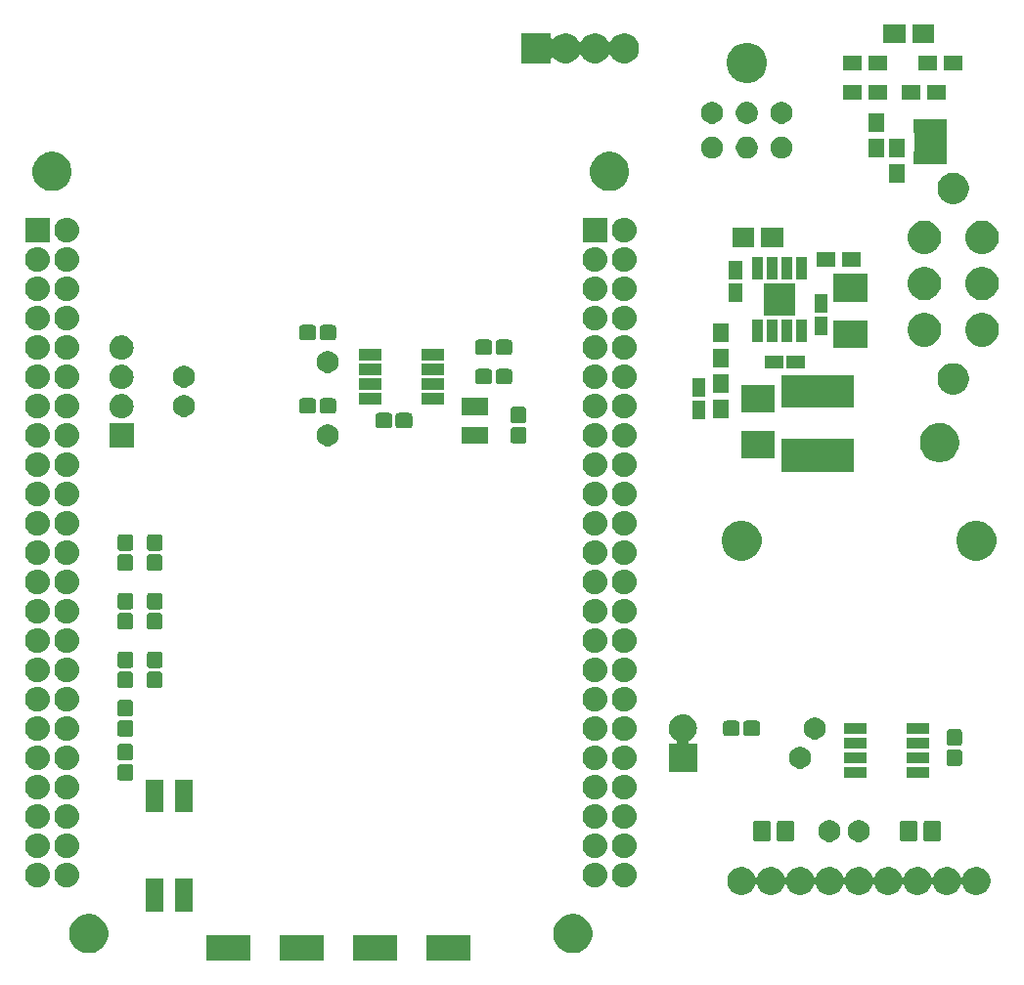
<source format=gts>
G04 #@! TF.GenerationSoftware,KiCad,Pcbnew,(5.0.1)-3*
G04 #@! TF.CreationDate,2018-11-19T22:52:35-06:00*
G04 #@! TF.ProjectId,19-ELC-2700(Telemetry),31392D454C432D323730302854656C65,rev?*
G04 #@! TF.SameCoordinates,Original*
G04 #@! TF.FileFunction,Soldermask,Top*
G04 #@! TF.FilePolarity,Negative*
%FSLAX46Y46*%
G04 Gerber Fmt 4.6, Leading zero omitted, Abs format (unit mm)*
G04 Created by KiCad (PCBNEW (5.0.1)-3) date 11/19/2018 10:52:35 PM*
%MOMM*%
%LPD*%
G01*
G04 APERTURE LIST*
%ADD10C,0.100000*%
G04 APERTURE END LIST*
D10*
G36*
X64460000Y-102680000D02*
X60660000Y-102680000D01*
X60660000Y-100480000D01*
X64460000Y-100480000D01*
X64460000Y-102680000D01*
X64460000Y-102680000D01*
G37*
G36*
X70810000Y-102680000D02*
X67010000Y-102680000D01*
X67010000Y-100480000D01*
X70810000Y-100480000D01*
X70810000Y-102680000D01*
X70810000Y-102680000D01*
G37*
G36*
X77160000Y-102680000D02*
X73360000Y-102680000D01*
X73360000Y-100480000D01*
X77160000Y-100480000D01*
X77160000Y-102680000D01*
X77160000Y-102680000D01*
G37*
G36*
X58110000Y-102680000D02*
X54310000Y-102680000D01*
X54310000Y-100480000D01*
X58110000Y-100480000D01*
X58110000Y-102680000D01*
X58110000Y-102680000D01*
G37*
G36*
X86441393Y-98653553D02*
X86550872Y-98675330D01*
X86860252Y-98803479D01*
X87138687Y-98989523D01*
X87375477Y-99226313D01*
X87561521Y-99504748D01*
X87689670Y-99814128D01*
X87755000Y-100142565D01*
X87755000Y-100477435D01*
X87689670Y-100805872D01*
X87561521Y-101115252D01*
X87375477Y-101393687D01*
X87138687Y-101630477D01*
X86860252Y-101816521D01*
X86550872Y-101944670D01*
X86441393Y-101966447D01*
X86222437Y-102010000D01*
X85887563Y-102010000D01*
X85668607Y-101966447D01*
X85559128Y-101944670D01*
X85249748Y-101816521D01*
X84971313Y-101630477D01*
X84734523Y-101393687D01*
X84548479Y-101115252D01*
X84420330Y-100805872D01*
X84355000Y-100477435D01*
X84355000Y-100142565D01*
X84420330Y-99814128D01*
X84548479Y-99504748D01*
X84734523Y-99226313D01*
X84971313Y-98989523D01*
X85249748Y-98803479D01*
X85559128Y-98675330D01*
X85668607Y-98653553D01*
X85887563Y-98610000D01*
X86222437Y-98610000D01*
X86441393Y-98653553D01*
X86441393Y-98653553D01*
G37*
G36*
X44531393Y-98653553D02*
X44640872Y-98675330D01*
X44950252Y-98803479D01*
X45228687Y-98989523D01*
X45465477Y-99226313D01*
X45651521Y-99504748D01*
X45779670Y-99814128D01*
X45845000Y-100142565D01*
X45845000Y-100477435D01*
X45779670Y-100805872D01*
X45651521Y-101115252D01*
X45465477Y-101393687D01*
X45228687Y-101630477D01*
X44950252Y-101816521D01*
X44640872Y-101944670D01*
X44531393Y-101966447D01*
X44312437Y-102010000D01*
X43977563Y-102010000D01*
X43758607Y-101966447D01*
X43649128Y-101944670D01*
X43339748Y-101816521D01*
X43061313Y-101630477D01*
X42824523Y-101393687D01*
X42638479Y-101115252D01*
X42510330Y-100805872D01*
X42445000Y-100477435D01*
X42445000Y-100142565D01*
X42510330Y-99814128D01*
X42638479Y-99504748D01*
X42824523Y-99226313D01*
X43061313Y-98989523D01*
X43339748Y-98803479D01*
X43649128Y-98675330D01*
X43758607Y-98653553D01*
X43977563Y-98610000D01*
X44312437Y-98610000D01*
X44531393Y-98653553D01*
X44531393Y-98653553D01*
G37*
G36*
X50625000Y-98410000D02*
X49095000Y-98410000D01*
X49095000Y-95570000D01*
X50625000Y-95570000D01*
X50625000Y-98410000D01*
X50625000Y-98410000D01*
G37*
G36*
X53165000Y-98410000D02*
X51635000Y-98410000D01*
X51635000Y-95570000D01*
X53165000Y-95570000D01*
X53165000Y-98410000D01*
X53165000Y-98410000D01*
G37*
G36*
X101014692Y-94568729D02*
X101235993Y-94660395D01*
X101435158Y-94793473D01*
X101604527Y-94962842D01*
X101737605Y-95162007D01*
X101814515Y-95347684D01*
X101826066Y-95369294D01*
X101841612Y-95388236D01*
X101860554Y-95403782D01*
X101882165Y-95415333D01*
X101905614Y-95422446D01*
X101930000Y-95424848D01*
X101954386Y-95422446D01*
X101977836Y-95415333D01*
X101999446Y-95403782D01*
X102018388Y-95388236D01*
X102033934Y-95369294D01*
X102045485Y-95347684D01*
X102122395Y-95162007D01*
X102255473Y-94962842D01*
X102424842Y-94793473D01*
X102624007Y-94660395D01*
X102845308Y-94568729D01*
X103080233Y-94522000D01*
X103319767Y-94522000D01*
X103554692Y-94568729D01*
X103775993Y-94660395D01*
X103975158Y-94793473D01*
X104144527Y-94962842D01*
X104277605Y-95162007D01*
X104354515Y-95347684D01*
X104366066Y-95369294D01*
X104381612Y-95388236D01*
X104400554Y-95403782D01*
X104422165Y-95415333D01*
X104445614Y-95422446D01*
X104470000Y-95424848D01*
X104494386Y-95422446D01*
X104517836Y-95415333D01*
X104539446Y-95403782D01*
X104558388Y-95388236D01*
X104573934Y-95369294D01*
X104585485Y-95347684D01*
X104662395Y-95162007D01*
X104795473Y-94962842D01*
X104964842Y-94793473D01*
X105164007Y-94660395D01*
X105385308Y-94568729D01*
X105620233Y-94522000D01*
X105859767Y-94522000D01*
X106094692Y-94568729D01*
X106315993Y-94660395D01*
X106515158Y-94793473D01*
X106684527Y-94962842D01*
X106817605Y-95162007D01*
X106894515Y-95347684D01*
X106906066Y-95369294D01*
X106921612Y-95388236D01*
X106940554Y-95403782D01*
X106962165Y-95415333D01*
X106985614Y-95422446D01*
X107010000Y-95424848D01*
X107034386Y-95422446D01*
X107057836Y-95415333D01*
X107079446Y-95403782D01*
X107098388Y-95388236D01*
X107113934Y-95369294D01*
X107125485Y-95347684D01*
X107202395Y-95162007D01*
X107335473Y-94962842D01*
X107504842Y-94793473D01*
X107704007Y-94660395D01*
X107925308Y-94568729D01*
X108160233Y-94522000D01*
X108399767Y-94522000D01*
X108634692Y-94568729D01*
X108855993Y-94660395D01*
X109055158Y-94793473D01*
X109224527Y-94962842D01*
X109357605Y-95162007D01*
X109434515Y-95347684D01*
X109446066Y-95369294D01*
X109461612Y-95388236D01*
X109480554Y-95403782D01*
X109502165Y-95415333D01*
X109525614Y-95422446D01*
X109550000Y-95424848D01*
X109574386Y-95422446D01*
X109597836Y-95415333D01*
X109619446Y-95403782D01*
X109638388Y-95388236D01*
X109653934Y-95369294D01*
X109665485Y-95347684D01*
X109742395Y-95162007D01*
X109875473Y-94962842D01*
X110044842Y-94793473D01*
X110244007Y-94660395D01*
X110465308Y-94568729D01*
X110700233Y-94522000D01*
X110939767Y-94522000D01*
X111174692Y-94568729D01*
X111395993Y-94660395D01*
X111595158Y-94793473D01*
X111764527Y-94962842D01*
X111897605Y-95162007D01*
X111974515Y-95347684D01*
X111986066Y-95369294D01*
X112001612Y-95388236D01*
X112020554Y-95403782D01*
X112042165Y-95415333D01*
X112065614Y-95422446D01*
X112090000Y-95424848D01*
X112114386Y-95422446D01*
X112137836Y-95415333D01*
X112159446Y-95403782D01*
X112178388Y-95388236D01*
X112193934Y-95369294D01*
X112205485Y-95347684D01*
X112282395Y-95162007D01*
X112415473Y-94962842D01*
X112584842Y-94793473D01*
X112784007Y-94660395D01*
X113005308Y-94568729D01*
X113240233Y-94522000D01*
X113479767Y-94522000D01*
X113714692Y-94568729D01*
X113935993Y-94660395D01*
X114135158Y-94793473D01*
X114304527Y-94962842D01*
X114437605Y-95162007D01*
X114514515Y-95347684D01*
X114526066Y-95369294D01*
X114541612Y-95388236D01*
X114560554Y-95403782D01*
X114582165Y-95415333D01*
X114605614Y-95422446D01*
X114630000Y-95424848D01*
X114654386Y-95422446D01*
X114677836Y-95415333D01*
X114699446Y-95403782D01*
X114718388Y-95388236D01*
X114733934Y-95369294D01*
X114745485Y-95347684D01*
X114822395Y-95162007D01*
X114955473Y-94962842D01*
X115124842Y-94793473D01*
X115324007Y-94660395D01*
X115545308Y-94568729D01*
X115780233Y-94522000D01*
X116019767Y-94522000D01*
X116254692Y-94568729D01*
X116475993Y-94660395D01*
X116675158Y-94793473D01*
X116844527Y-94962842D01*
X116977605Y-95162007D01*
X117054515Y-95347684D01*
X117066066Y-95369294D01*
X117081612Y-95388236D01*
X117100554Y-95403782D01*
X117122165Y-95415333D01*
X117145614Y-95422446D01*
X117170000Y-95424848D01*
X117194386Y-95422446D01*
X117217836Y-95415333D01*
X117239446Y-95403782D01*
X117258388Y-95388236D01*
X117273934Y-95369294D01*
X117285485Y-95347684D01*
X117362395Y-95162007D01*
X117495473Y-94962842D01*
X117664842Y-94793473D01*
X117864007Y-94660395D01*
X118085308Y-94568729D01*
X118320233Y-94522000D01*
X118559767Y-94522000D01*
X118794692Y-94568729D01*
X119015993Y-94660395D01*
X119215158Y-94793473D01*
X119384527Y-94962842D01*
X119517605Y-95162007D01*
X119594515Y-95347684D01*
X119606066Y-95369294D01*
X119621612Y-95388236D01*
X119640554Y-95403782D01*
X119662165Y-95415333D01*
X119685614Y-95422446D01*
X119710000Y-95424848D01*
X119734386Y-95422446D01*
X119757836Y-95415333D01*
X119779446Y-95403782D01*
X119798388Y-95388236D01*
X119813934Y-95369294D01*
X119825485Y-95347684D01*
X119902395Y-95162007D01*
X120035473Y-94962842D01*
X120204842Y-94793473D01*
X120404007Y-94660395D01*
X120625308Y-94568729D01*
X120860233Y-94522000D01*
X121099767Y-94522000D01*
X121334692Y-94568729D01*
X121555993Y-94660395D01*
X121755158Y-94793473D01*
X121924527Y-94962842D01*
X122057605Y-95162007D01*
X122149271Y-95383308D01*
X122196000Y-95618233D01*
X122196000Y-95857767D01*
X122149271Y-96092692D01*
X122057605Y-96313993D01*
X121924527Y-96513158D01*
X121755158Y-96682527D01*
X121555993Y-96815605D01*
X121334692Y-96907271D01*
X121099767Y-96954000D01*
X120860233Y-96954000D01*
X120625308Y-96907271D01*
X120404007Y-96815605D01*
X120204842Y-96682527D01*
X120035473Y-96513158D01*
X119902395Y-96313993D01*
X119825485Y-96128316D01*
X119813934Y-96106706D01*
X119798388Y-96087764D01*
X119779446Y-96072218D01*
X119757835Y-96060667D01*
X119734386Y-96053554D01*
X119710000Y-96051152D01*
X119685614Y-96053554D01*
X119662164Y-96060667D01*
X119640554Y-96072218D01*
X119621612Y-96087764D01*
X119606066Y-96106706D01*
X119594515Y-96128316D01*
X119517605Y-96313993D01*
X119384527Y-96513158D01*
X119215158Y-96682527D01*
X119015993Y-96815605D01*
X118794692Y-96907271D01*
X118559767Y-96954000D01*
X118320233Y-96954000D01*
X118085308Y-96907271D01*
X117864007Y-96815605D01*
X117664842Y-96682527D01*
X117495473Y-96513158D01*
X117362395Y-96313993D01*
X117285485Y-96128316D01*
X117273934Y-96106706D01*
X117258388Y-96087764D01*
X117239446Y-96072218D01*
X117217835Y-96060667D01*
X117194386Y-96053554D01*
X117170000Y-96051152D01*
X117145614Y-96053554D01*
X117122164Y-96060667D01*
X117100554Y-96072218D01*
X117081612Y-96087764D01*
X117066066Y-96106706D01*
X117054515Y-96128316D01*
X116977605Y-96313993D01*
X116844527Y-96513158D01*
X116675158Y-96682527D01*
X116475993Y-96815605D01*
X116254692Y-96907271D01*
X116019767Y-96954000D01*
X115780233Y-96954000D01*
X115545308Y-96907271D01*
X115324007Y-96815605D01*
X115124842Y-96682527D01*
X114955473Y-96513158D01*
X114822395Y-96313993D01*
X114745485Y-96128316D01*
X114733934Y-96106706D01*
X114718388Y-96087764D01*
X114699446Y-96072218D01*
X114677835Y-96060667D01*
X114654386Y-96053554D01*
X114630000Y-96051152D01*
X114605614Y-96053554D01*
X114582164Y-96060667D01*
X114560554Y-96072218D01*
X114541612Y-96087764D01*
X114526066Y-96106706D01*
X114514515Y-96128316D01*
X114437605Y-96313993D01*
X114304527Y-96513158D01*
X114135158Y-96682527D01*
X113935993Y-96815605D01*
X113714692Y-96907271D01*
X113479767Y-96954000D01*
X113240233Y-96954000D01*
X113005308Y-96907271D01*
X112784007Y-96815605D01*
X112584842Y-96682527D01*
X112415473Y-96513158D01*
X112282395Y-96313993D01*
X112205485Y-96128316D01*
X112193934Y-96106706D01*
X112178388Y-96087764D01*
X112159446Y-96072218D01*
X112137835Y-96060667D01*
X112114386Y-96053554D01*
X112090000Y-96051152D01*
X112065614Y-96053554D01*
X112042164Y-96060667D01*
X112020554Y-96072218D01*
X112001612Y-96087764D01*
X111986066Y-96106706D01*
X111974515Y-96128316D01*
X111897605Y-96313993D01*
X111764527Y-96513158D01*
X111595158Y-96682527D01*
X111395993Y-96815605D01*
X111174692Y-96907271D01*
X110939767Y-96954000D01*
X110700233Y-96954000D01*
X110465308Y-96907271D01*
X110244007Y-96815605D01*
X110044842Y-96682527D01*
X109875473Y-96513158D01*
X109742395Y-96313993D01*
X109665485Y-96128316D01*
X109653934Y-96106706D01*
X109638388Y-96087764D01*
X109619446Y-96072218D01*
X109597835Y-96060667D01*
X109574386Y-96053554D01*
X109550000Y-96051152D01*
X109525614Y-96053554D01*
X109502164Y-96060667D01*
X109480554Y-96072218D01*
X109461612Y-96087764D01*
X109446066Y-96106706D01*
X109434515Y-96128316D01*
X109357605Y-96313993D01*
X109224527Y-96513158D01*
X109055158Y-96682527D01*
X108855993Y-96815605D01*
X108634692Y-96907271D01*
X108399767Y-96954000D01*
X108160233Y-96954000D01*
X107925308Y-96907271D01*
X107704007Y-96815605D01*
X107504842Y-96682527D01*
X107335473Y-96513158D01*
X107202395Y-96313993D01*
X107125485Y-96128316D01*
X107113934Y-96106706D01*
X107098388Y-96087764D01*
X107079446Y-96072218D01*
X107057835Y-96060667D01*
X107034386Y-96053554D01*
X107010000Y-96051152D01*
X106985614Y-96053554D01*
X106962164Y-96060667D01*
X106940554Y-96072218D01*
X106921612Y-96087764D01*
X106906066Y-96106706D01*
X106894515Y-96128316D01*
X106817605Y-96313993D01*
X106684527Y-96513158D01*
X106515158Y-96682527D01*
X106315993Y-96815605D01*
X106094692Y-96907271D01*
X105859767Y-96954000D01*
X105620233Y-96954000D01*
X105385308Y-96907271D01*
X105164007Y-96815605D01*
X104964842Y-96682527D01*
X104795473Y-96513158D01*
X104662395Y-96313993D01*
X104585485Y-96128316D01*
X104573934Y-96106706D01*
X104558388Y-96087764D01*
X104539446Y-96072218D01*
X104517835Y-96060667D01*
X104494386Y-96053554D01*
X104470000Y-96051152D01*
X104445614Y-96053554D01*
X104422164Y-96060667D01*
X104400554Y-96072218D01*
X104381612Y-96087764D01*
X104366066Y-96106706D01*
X104354515Y-96128316D01*
X104277605Y-96313993D01*
X104144527Y-96513158D01*
X103975158Y-96682527D01*
X103775993Y-96815605D01*
X103554692Y-96907271D01*
X103319767Y-96954000D01*
X103080233Y-96954000D01*
X102845308Y-96907271D01*
X102624007Y-96815605D01*
X102424842Y-96682527D01*
X102255473Y-96513158D01*
X102122395Y-96313993D01*
X102045485Y-96128316D01*
X102033934Y-96106706D01*
X102018388Y-96087764D01*
X101999446Y-96072218D01*
X101977835Y-96060667D01*
X101954386Y-96053554D01*
X101930000Y-96051152D01*
X101905614Y-96053554D01*
X101882164Y-96060667D01*
X101860554Y-96072218D01*
X101841612Y-96087764D01*
X101826066Y-96106706D01*
X101814515Y-96128316D01*
X101737605Y-96313993D01*
X101604527Y-96513158D01*
X101435158Y-96682527D01*
X101235993Y-96815605D01*
X101014692Y-96907271D01*
X100779767Y-96954000D01*
X100540233Y-96954000D01*
X100305308Y-96907271D01*
X100084007Y-96815605D01*
X99884842Y-96682527D01*
X99715473Y-96513158D01*
X99582395Y-96313993D01*
X99490729Y-96092692D01*
X99444000Y-95857767D01*
X99444000Y-95618233D01*
X99490729Y-95383308D01*
X99582395Y-95162007D01*
X99715473Y-94962842D01*
X99884842Y-94793473D01*
X100084007Y-94660395D01*
X100305308Y-94568729D01*
X100540233Y-94522000D01*
X100779767Y-94522000D01*
X101014692Y-94568729D01*
X101014692Y-94568729D01*
G37*
G36*
X42448503Y-94181789D02*
X42648991Y-94242607D01*
X42833764Y-94341369D01*
X42995718Y-94474282D01*
X43128631Y-94636236D01*
X43227393Y-94821009D01*
X43288211Y-95021497D01*
X43308746Y-95230000D01*
X43288211Y-95438503D01*
X43227393Y-95638991D01*
X43128631Y-95823764D01*
X42995718Y-95985718D01*
X42833764Y-96118631D01*
X42648991Y-96217393D01*
X42448503Y-96278211D01*
X42292251Y-96293600D01*
X42187749Y-96293600D01*
X42031497Y-96278211D01*
X41831009Y-96217393D01*
X41646236Y-96118631D01*
X41484282Y-95985718D01*
X41351369Y-95823764D01*
X41252607Y-95638991D01*
X41191789Y-95438503D01*
X41171254Y-95230000D01*
X41191789Y-95021497D01*
X41252607Y-94821009D01*
X41351369Y-94636236D01*
X41484282Y-94474282D01*
X41646236Y-94341369D01*
X41831009Y-94242607D01*
X42031497Y-94181789D01*
X42187749Y-94166400D01*
X42292251Y-94166400D01*
X42448503Y-94181789D01*
X42448503Y-94181789D01*
G37*
G36*
X90708503Y-94181789D02*
X90908991Y-94242607D01*
X91093764Y-94341369D01*
X91255718Y-94474282D01*
X91388631Y-94636236D01*
X91487393Y-94821009D01*
X91548211Y-95021497D01*
X91568746Y-95230000D01*
X91548211Y-95438503D01*
X91487393Y-95638991D01*
X91388631Y-95823764D01*
X91255718Y-95985718D01*
X91093764Y-96118631D01*
X90908991Y-96217393D01*
X90708503Y-96278211D01*
X90552251Y-96293600D01*
X90447749Y-96293600D01*
X90291497Y-96278211D01*
X90091009Y-96217393D01*
X89906236Y-96118631D01*
X89744282Y-95985718D01*
X89611369Y-95823764D01*
X89512607Y-95638991D01*
X89451789Y-95438503D01*
X89431254Y-95230000D01*
X89451789Y-95021497D01*
X89512607Y-94821009D01*
X89611369Y-94636236D01*
X89744282Y-94474282D01*
X89906236Y-94341369D01*
X90091009Y-94242607D01*
X90291497Y-94181789D01*
X90447749Y-94166400D01*
X90552251Y-94166400D01*
X90708503Y-94181789D01*
X90708503Y-94181789D01*
G37*
G36*
X88168503Y-94181789D02*
X88368991Y-94242607D01*
X88553764Y-94341369D01*
X88715718Y-94474282D01*
X88848631Y-94636236D01*
X88947393Y-94821009D01*
X89008211Y-95021497D01*
X89028746Y-95230000D01*
X89008211Y-95438503D01*
X88947393Y-95638991D01*
X88848631Y-95823764D01*
X88715718Y-95985718D01*
X88553764Y-96118631D01*
X88368991Y-96217393D01*
X88168503Y-96278211D01*
X88012251Y-96293600D01*
X87907749Y-96293600D01*
X87751497Y-96278211D01*
X87551009Y-96217393D01*
X87366236Y-96118631D01*
X87204282Y-95985718D01*
X87071369Y-95823764D01*
X86972607Y-95638991D01*
X86911789Y-95438503D01*
X86891254Y-95230000D01*
X86911789Y-95021497D01*
X86972607Y-94821009D01*
X87071369Y-94636236D01*
X87204282Y-94474282D01*
X87366236Y-94341369D01*
X87551009Y-94242607D01*
X87751497Y-94181789D01*
X87907749Y-94166400D01*
X88012251Y-94166400D01*
X88168503Y-94181789D01*
X88168503Y-94181789D01*
G37*
G36*
X39908503Y-94181789D02*
X40108991Y-94242607D01*
X40293764Y-94341369D01*
X40455718Y-94474282D01*
X40588631Y-94636236D01*
X40687393Y-94821009D01*
X40748211Y-95021497D01*
X40768746Y-95230000D01*
X40748211Y-95438503D01*
X40687393Y-95638991D01*
X40588631Y-95823764D01*
X40455718Y-95985718D01*
X40293764Y-96118631D01*
X40108991Y-96217393D01*
X39908503Y-96278211D01*
X39752251Y-96293600D01*
X39647749Y-96293600D01*
X39491497Y-96278211D01*
X39291009Y-96217393D01*
X39106236Y-96118631D01*
X38944282Y-95985718D01*
X38811369Y-95823764D01*
X38712607Y-95638991D01*
X38651789Y-95438503D01*
X38631254Y-95230000D01*
X38651789Y-95021497D01*
X38712607Y-94821009D01*
X38811369Y-94636236D01*
X38944282Y-94474282D01*
X39106236Y-94341369D01*
X39291009Y-94242607D01*
X39491497Y-94181789D01*
X39647749Y-94166400D01*
X39752251Y-94166400D01*
X39908503Y-94181789D01*
X39908503Y-94181789D01*
G37*
G36*
X88168503Y-91641789D02*
X88368991Y-91702607D01*
X88553764Y-91801369D01*
X88715718Y-91934282D01*
X88848631Y-92096236D01*
X88947393Y-92281009D01*
X89008211Y-92481497D01*
X89028746Y-92690000D01*
X89008211Y-92898503D01*
X88947393Y-93098991D01*
X88848631Y-93283764D01*
X88715718Y-93445718D01*
X88553764Y-93578631D01*
X88368991Y-93677393D01*
X88168503Y-93738211D01*
X88012251Y-93753600D01*
X87907749Y-93753600D01*
X87751497Y-93738211D01*
X87551009Y-93677393D01*
X87366236Y-93578631D01*
X87204282Y-93445718D01*
X87071369Y-93283764D01*
X86972607Y-93098991D01*
X86911789Y-92898503D01*
X86891254Y-92690000D01*
X86911789Y-92481497D01*
X86972607Y-92281009D01*
X87071369Y-92096236D01*
X87204282Y-91934282D01*
X87366236Y-91801369D01*
X87551009Y-91702607D01*
X87751497Y-91641789D01*
X87907749Y-91626400D01*
X88012251Y-91626400D01*
X88168503Y-91641789D01*
X88168503Y-91641789D01*
G37*
G36*
X90708503Y-91641789D02*
X90908991Y-91702607D01*
X91093764Y-91801369D01*
X91255718Y-91934282D01*
X91388631Y-92096236D01*
X91487393Y-92281009D01*
X91548211Y-92481497D01*
X91568746Y-92690000D01*
X91548211Y-92898503D01*
X91487393Y-93098991D01*
X91388631Y-93283764D01*
X91255718Y-93445718D01*
X91093764Y-93578631D01*
X90908991Y-93677393D01*
X90708503Y-93738211D01*
X90552251Y-93753600D01*
X90447749Y-93753600D01*
X90291497Y-93738211D01*
X90091009Y-93677393D01*
X89906236Y-93578631D01*
X89744282Y-93445718D01*
X89611369Y-93283764D01*
X89512607Y-93098991D01*
X89451789Y-92898503D01*
X89431254Y-92690000D01*
X89451789Y-92481497D01*
X89512607Y-92281009D01*
X89611369Y-92096236D01*
X89744282Y-91934282D01*
X89906236Y-91801369D01*
X90091009Y-91702607D01*
X90291497Y-91641789D01*
X90447749Y-91626400D01*
X90552251Y-91626400D01*
X90708503Y-91641789D01*
X90708503Y-91641789D01*
G37*
G36*
X42448503Y-91641789D02*
X42648991Y-91702607D01*
X42833764Y-91801369D01*
X42995718Y-91934282D01*
X43128631Y-92096236D01*
X43227393Y-92281009D01*
X43288211Y-92481497D01*
X43308746Y-92690000D01*
X43288211Y-92898503D01*
X43227393Y-93098991D01*
X43128631Y-93283764D01*
X42995718Y-93445718D01*
X42833764Y-93578631D01*
X42648991Y-93677393D01*
X42448503Y-93738211D01*
X42292251Y-93753600D01*
X42187749Y-93753600D01*
X42031497Y-93738211D01*
X41831009Y-93677393D01*
X41646236Y-93578631D01*
X41484282Y-93445718D01*
X41351369Y-93283764D01*
X41252607Y-93098991D01*
X41191789Y-92898503D01*
X41171254Y-92690000D01*
X41191789Y-92481497D01*
X41252607Y-92281009D01*
X41351369Y-92096236D01*
X41484282Y-91934282D01*
X41646236Y-91801369D01*
X41831009Y-91702607D01*
X42031497Y-91641789D01*
X42187749Y-91626400D01*
X42292251Y-91626400D01*
X42448503Y-91641789D01*
X42448503Y-91641789D01*
G37*
G36*
X39908503Y-91641789D02*
X40108991Y-91702607D01*
X40293764Y-91801369D01*
X40455718Y-91934282D01*
X40588631Y-92096236D01*
X40687393Y-92281009D01*
X40748211Y-92481497D01*
X40768746Y-92690000D01*
X40748211Y-92898503D01*
X40687393Y-93098991D01*
X40588631Y-93283764D01*
X40455718Y-93445718D01*
X40293764Y-93578631D01*
X40108991Y-93677393D01*
X39908503Y-93738211D01*
X39752251Y-93753600D01*
X39647749Y-93753600D01*
X39491497Y-93738211D01*
X39291009Y-93677393D01*
X39106236Y-93578631D01*
X38944282Y-93445718D01*
X38811369Y-93283764D01*
X38712607Y-93098991D01*
X38651789Y-92898503D01*
X38631254Y-92690000D01*
X38651789Y-92481497D01*
X38712607Y-92281009D01*
X38811369Y-92096236D01*
X38944282Y-91934282D01*
X39106236Y-91801369D01*
X39291009Y-91702607D01*
X39491497Y-91641789D01*
X39647749Y-91626400D01*
X39752251Y-91626400D01*
X39908503Y-91641789D01*
X39908503Y-91641789D01*
G37*
G36*
X108419452Y-90479127D02*
X108557105Y-90506508D01*
X108729994Y-90578121D01*
X108885590Y-90682087D01*
X109017913Y-90814410D01*
X109121879Y-90970006D01*
X109193492Y-91142895D01*
X109230000Y-91326433D01*
X109230000Y-91513567D01*
X109193492Y-91697105D01*
X109121879Y-91869994D01*
X109017913Y-92025590D01*
X108885590Y-92157913D01*
X108729994Y-92261879D01*
X108557105Y-92333492D01*
X108419452Y-92360873D01*
X108373568Y-92370000D01*
X108186432Y-92370000D01*
X108140548Y-92360873D01*
X108002895Y-92333492D01*
X107830006Y-92261879D01*
X107674410Y-92157913D01*
X107542087Y-92025590D01*
X107438121Y-91869994D01*
X107366508Y-91697105D01*
X107330000Y-91513567D01*
X107330000Y-91326433D01*
X107366508Y-91142895D01*
X107438121Y-90970006D01*
X107542087Y-90814410D01*
X107674410Y-90682087D01*
X107830006Y-90578121D01*
X108002895Y-90506508D01*
X108140549Y-90479127D01*
X108186432Y-90470000D01*
X108373568Y-90470000D01*
X108419452Y-90479127D01*
X108419452Y-90479127D01*
G37*
G36*
X110959452Y-90479127D02*
X111097105Y-90506508D01*
X111269994Y-90578121D01*
X111425590Y-90682087D01*
X111557913Y-90814410D01*
X111661879Y-90970006D01*
X111733492Y-91142895D01*
X111770000Y-91326433D01*
X111770000Y-91513567D01*
X111733492Y-91697105D01*
X111661879Y-91869994D01*
X111557913Y-92025590D01*
X111425590Y-92157913D01*
X111269994Y-92261879D01*
X111097105Y-92333492D01*
X110959452Y-92360873D01*
X110913568Y-92370000D01*
X110726432Y-92370000D01*
X110680548Y-92360873D01*
X110542895Y-92333492D01*
X110370006Y-92261879D01*
X110214410Y-92157913D01*
X110082087Y-92025590D01*
X109978121Y-91869994D01*
X109906508Y-91697105D01*
X109870000Y-91513567D01*
X109870000Y-91326433D01*
X109906508Y-91142895D01*
X109978121Y-90970006D01*
X110082087Y-90814410D01*
X110214410Y-90682087D01*
X110370006Y-90578121D01*
X110542895Y-90506508D01*
X110680549Y-90479127D01*
X110726432Y-90470000D01*
X110913568Y-90470000D01*
X110959452Y-90479127D01*
X110959452Y-90479127D01*
G37*
G36*
X105030530Y-90525710D02*
X105080379Y-90540831D01*
X105126311Y-90565382D01*
X105166574Y-90598426D01*
X105199618Y-90638689D01*
X105224169Y-90684621D01*
X105239290Y-90734470D01*
X105245000Y-90792444D01*
X105245000Y-92047556D01*
X105239290Y-92105530D01*
X105224169Y-92155379D01*
X105199618Y-92201311D01*
X105166574Y-92241574D01*
X105126311Y-92274618D01*
X105080379Y-92299169D01*
X105030530Y-92314290D01*
X104972556Y-92320000D01*
X103967444Y-92320000D01*
X103909470Y-92314290D01*
X103859621Y-92299169D01*
X103813689Y-92274618D01*
X103773426Y-92241574D01*
X103740382Y-92201311D01*
X103715831Y-92155379D01*
X103700710Y-92105530D01*
X103695000Y-92047556D01*
X103695000Y-90792444D01*
X103700710Y-90734470D01*
X103715831Y-90684621D01*
X103740382Y-90638689D01*
X103773426Y-90598426D01*
X103813689Y-90565382D01*
X103859621Y-90540831D01*
X103909470Y-90525710D01*
X103967444Y-90520000D01*
X104972556Y-90520000D01*
X105030530Y-90525710D01*
X105030530Y-90525710D01*
G37*
G36*
X102980530Y-90525710D02*
X103030379Y-90540831D01*
X103076311Y-90565382D01*
X103116574Y-90598426D01*
X103149618Y-90638689D01*
X103174169Y-90684621D01*
X103189290Y-90734470D01*
X103195000Y-90792444D01*
X103195000Y-92047556D01*
X103189290Y-92105530D01*
X103174169Y-92155379D01*
X103149618Y-92201311D01*
X103116574Y-92241574D01*
X103076311Y-92274618D01*
X103030379Y-92299169D01*
X102980530Y-92314290D01*
X102922556Y-92320000D01*
X101917444Y-92320000D01*
X101859470Y-92314290D01*
X101809621Y-92299169D01*
X101763689Y-92274618D01*
X101723426Y-92241574D01*
X101690382Y-92201311D01*
X101665831Y-92155379D01*
X101650710Y-92105530D01*
X101645000Y-92047556D01*
X101645000Y-90792444D01*
X101650710Y-90734470D01*
X101665831Y-90684621D01*
X101690382Y-90638689D01*
X101723426Y-90598426D01*
X101763689Y-90565382D01*
X101809621Y-90540831D01*
X101859470Y-90525710D01*
X101917444Y-90520000D01*
X102922556Y-90520000D01*
X102980530Y-90525710D01*
X102980530Y-90525710D01*
G37*
G36*
X115680530Y-90525710D02*
X115730379Y-90540831D01*
X115776311Y-90565382D01*
X115816574Y-90598426D01*
X115849618Y-90638689D01*
X115874169Y-90684621D01*
X115889290Y-90734470D01*
X115895000Y-90792444D01*
X115895000Y-92047556D01*
X115889290Y-92105530D01*
X115874169Y-92155379D01*
X115849618Y-92201311D01*
X115816574Y-92241574D01*
X115776311Y-92274618D01*
X115730379Y-92299169D01*
X115680530Y-92314290D01*
X115622556Y-92320000D01*
X114617444Y-92320000D01*
X114559470Y-92314290D01*
X114509621Y-92299169D01*
X114463689Y-92274618D01*
X114423426Y-92241574D01*
X114390382Y-92201311D01*
X114365831Y-92155379D01*
X114350710Y-92105530D01*
X114345000Y-92047556D01*
X114345000Y-90792444D01*
X114350710Y-90734470D01*
X114365831Y-90684621D01*
X114390382Y-90638689D01*
X114423426Y-90598426D01*
X114463689Y-90565382D01*
X114509621Y-90540831D01*
X114559470Y-90525710D01*
X114617444Y-90520000D01*
X115622556Y-90520000D01*
X115680530Y-90525710D01*
X115680530Y-90525710D01*
G37*
G36*
X117730530Y-90525710D02*
X117780379Y-90540831D01*
X117826311Y-90565382D01*
X117866574Y-90598426D01*
X117899618Y-90638689D01*
X117924169Y-90684621D01*
X117939290Y-90734470D01*
X117945000Y-90792444D01*
X117945000Y-92047556D01*
X117939290Y-92105530D01*
X117924169Y-92155379D01*
X117899618Y-92201311D01*
X117866574Y-92241574D01*
X117826311Y-92274618D01*
X117780379Y-92299169D01*
X117730530Y-92314290D01*
X117672556Y-92320000D01*
X116667444Y-92320000D01*
X116609470Y-92314290D01*
X116559621Y-92299169D01*
X116513689Y-92274618D01*
X116473426Y-92241574D01*
X116440382Y-92201311D01*
X116415831Y-92155379D01*
X116400710Y-92105530D01*
X116395000Y-92047556D01*
X116395000Y-90792444D01*
X116400710Y-90734470D01*
X116415831Y-90684621D01*
X116440382Y-90638689D01*
X116473426Y-90598426D01*
X116513689Y-90565382D01*
X116559621Y-90540831D01*
X116609470Y-90525710D01*
X116667444Y-90520000D01*
X117672556Y-90520000D01*
X117730530Y-90525710D01*
X117730530Y-90525710D01*
G37*
G36*
X90708503Y-89101789D02*
X90908991Y-89162607D01*
X91093764Y-89261369D01*
X91255718Y-89394282D01*
X91388631Y-89556236D01*
X91487393Y-89741009D01*
X91548211Y-89941497D01*
X91568746Y-90150000D01*
X91548211Y-90358503D01*
X91487393Y-90558991D01*
X91388631Y-90743764D01*
X91255718Y-90905718D01*
X91093764Y-91038631D01*
X90908991Y-91137393D01*
X90708503Y-91198211D01*
X90552251Y-91213600D01*
X90447749Y-91213600D01*
X90291497Y-91198211D01*
X90091009Y-91137393D01*
X89906236Y-91038631D01*
X89744282Y-90905718D01*
X89611369Y-90743764D01*
X89512607Y-90558991D01*
X89451789Y-90358503D01*
X89431254Y-90150000D01*
X89451789Y-89941497D01*
X89512607Y-89741009D01*
X89611369Y-89556236D01*
X89744282Y-89394282D01*
X89906236Y-89261369D01*
X90091009Y-89162607D01*
X90291497Y-89101789D01*
X90447749Y-89086400D01*
X90552251Y-89086400D01*
X90708503Y-89101789D01*
X90708503Y-89101789D01*
G37*
G36*
X88168503Y-89101789D02*
X88368991Y-89162607D01*
X88553764Y-89261369D01*
X88715718Y-89394282D01*
X88848631Y-89556236D01*
X88947393Y-89741009D01*
X89008211Y-89941497D01*
X89028746Y-90150000D01*
X89008211Y-90358503D01*
X88947393Y-90558991D01*
X88848631Y-90743764D01*
X88715718Y-90905718D01*
X88553764Y-91038631D01*
X88368991Y-91137393D01*
X88168503Y-91198211D01*
X88012251Y-91213600D01*
X87907749Y-91213600D01*
X87751497Y-91198211D01*
X87551009Y-91137393D01*
X87366236Y-91038631D01*
X87204282Y-90905718D01*
X87071369Y-90743764D01*
X86972607Y-90558991D01*
X86911789Y-90358503D01*
X86891254Y-90150000D01*
X86911789Y-89941497D01*
X86972607Y-89741009D01*
X87071369Y-89556236D01*
X87204282Y-89394282D01*
X87366236Y-89261369D01*
X87551009Y-89162607D01*
X87751497Y-89101789D01*
X87907749Y-89086400D01*
X88012251Y-89086400D01*
X88168503Y-89101789D01*
X88168503Y-89101789D01*
G37*
G36*
X42448503Y-89101789D02*
X42648991Y-89162607D01*
X42833764Y-89261369D01*
X42995718Y-89394282D01*
X43128631Y-89556236D01*
X43227393Y-89741009D01*
X43288211Y-89941497D01*
X43308746Y-90150000D01*
X43288211Y-90358503D01*
X43227393Y-90558991D01*
X43128631Y-90743764D01*
X42995718Y-90905718D01*
X42833764Y-91038631D01*
X42648991Y-91137393D01*
X42448503Y-91198211D01*
X42292251Y-91213600D01*
X42187749Y-91213600D01*
X42031497Y-91198211D01*
X41831009Y-91137393D01*
X41646236Y-91038631D01*
X41484282Y-90905718D01*
X41351369Y-90743764D01*
X41252607Y-90558991D01*
X41191789Y-90358503D01*
X41171254Y-90150000D01*
X41191789Y-89941497D01*
X41252607Y-89741009D01*
X41351369Y-89556236D01*
X41484282Y-89394282D01*
X41646236Y-89261369D01*
X41831009Y-89162607D01*
X42031497Y-89101789D01*
X42187749Y-89086400D01*
X42292251Y-89086400D01*
X42448503Y-89101789D01*
X42448503Y-89101789D01*
G37*
G36*
X39908503Y-89101789D02*
X40108991Y-89162607D01*
X40293764Y-89261369D01*
X40455718Y-89394282D01*
X40588631Y-89556236D01*
X40687393Y-89741009D01*
X40748211Y-89941497D01*
X40768746Y-90150000D01*
X40748211Y-90358503D01*
X40687393Y-90558991D01*
X40588631Y-90743764D01*
X40455718Y-90905718D01*
X40293764Y-91038631D01*
X40108991Y-91137393D01*
X39908503Y-91198211D01*
X39752251Y-91213600D01*
X39647749Y-91213600D01*
X39491497Y-91198211D01*
X39291009Y-91137393D01*
X39106236Y-91038631D01*
X38944282Y-90905718D01*
X38811369Y-90743764D01*
X38712607Y-90558991D01*
X38651789Y-90358503D01*
X38631254Y-90150000D01*
X38651789Y-89941497D01*
X38712607Y-89741009D01*
X38811369Y-89556236D01*
X38944282Y-89394282D01*
X39106236Y-89261369D01*
X39291009Y-89162607D01*
X39491497Y-89101789D01*
X39647749Y-89086400D01*
X39752251Y-89086400D01*
X39908503Y-89101789D01*
X39908503Y-89101789D01*
G37*
G36*
X53165000Y-89810000D02*
X51635000Y-89810000D01*
X51635000Y-86970000D01*
X53165000Y-86970000D01*
X53165000Y-89810000D01*
X53165000Y-89810000D01*
G37*
G36*
X50625000Y-89810000D02*
X49095000Y-89810000D01*
X49095000Y-86970000D01*
X50625000Y-86970000D01*
X50625000Y-89810000D01*
X50625000Y-89810000D01*
G37*
G36*
X88168503Y-86561789D02*
X88368991Y-86622607D01*
X88553764Y-86721369D01*
X88715718Y-86854282D01*
X88848631Y-87016236D01*
X88947393Y-87201009D01*
X89008211Y-87401497D01*
X89028746Y-87610000D01*
X89008211Y-87818503D01*
X88947393Y-88018991D01*
X88848631Y-88203764D01*
X88715718Y-88365718D01*
X88553764Y-88498631D01*
X88368991Y-88597393D01*
X88168503Y-88658211D01*
X88012251Y-88673600D01*
X87907749Y-88673600D01*
X87751497Y-88658211D01*
X87551009Y-88597393D01*
X87366236Y-88498631D01*
X87204282Y-88365718D01*
X87071369Y-88203764D01*
X86972607Y-88018991D01*
X86911789Y-87818503D01*
X86891254Y-87610000D01*
X86911789Y-87401497D01*
X86972607Y-87201009D01*
X87071369Y-87016236D01*
X87204282Y-86854282D01*
X87366236Y-86721369D01*
X87551009Y-86622607D01*
X87751497Y-86561789D01*
X87907749Y-86546400D01*
X88012251Y-86546400D01*
X88168503Y-86561789D01*
X88168503Y-86561789D01*
G37*
G36*
X42448503Y-86561789D02*
X42648991Y-86622607D01*
X42833764Y-86721369D01*
X42995718Y-86854282D01*
X43128631Y-87016236D01*
X43227393Y-87201009D01*
X43288211Y-87401497D01*
X43308746Y-87610000D01*
X43288211Y-87818503D01*
X43227393Y-88018991D01*
X43128631Y-88203764D01*
X42995718Y-88365718D01*
X42833764Y-88498631D01*
X42648991Y-88597393D01*
X42448503Y-88658211D01*
X42292251Y-88673600D01*
X42187749Y-88673600D01*
X42031497Y-88658211D01*
X41831009Y-88597393D01*
X41646236Y-88498631D01*
X41484282Y-88365718D01*
X41351369Y-88203764D01*
X41252607Y-88018991D01*
X41191789Y-87818503D01*
X41171254Y-87610000D01*
X41191789Y-87401497D01*
X41252607Y-87201009D01*
X41351369Y-87016236D01*
X41484282Y-86854282D01*
X41646236Y-86721369D01*
X41831009Y-86622607D01*
X42031497Y-86561789D01*
X42187749Y-86546400D01*
X42292251Y-86546400D01*
X42448503Y-86561789D01*
X42448503Y-86561789D01*
G37*
G36*
X39908503Y-86561789D02*
X40108991Y-86622607D01*
X40293764Y-86721369D01*
X40455718Y-86854282D01*
X40588631Y-87016236D01*
X40687393Y-87201009D01*
X40748211Y-87401497D01*
X40768746Y-87610000D01*
X40748211Y-87818503D01*
X40687393Y-88018991D01*
X40588631Y-88203764D01*
X40455718Y-88365718D01*
X40293764Y-88498631D01*
X40108991Y-88597393D01*
X39908503Y-88658211D01*
X39752251Y-88673600D01*
X39647749Y-88673600D01*
X39491497Y-88658211D01*
X39291009Y-88597393D01*
X39106236Y-88498631D01*
X38944282Y-88365718D01*
X38811369Y-88203764D01*
X38712607Y-88018991D01*
X38651789Y-87818503D01*
X38631254Y-87610000D01*
X38651789Y-87401497D01*
X38712607Y-87201009D01*
X38811369Y-87016236D01*
X38944282Y-86854282D01*
X39106236Y-86721369D01*
X39291009Y-86622607D01*
X39491497Y-86561789D01*
X39647749Y-86546400D01*
X39752251Y-86546400D01*
X39908503Y-86561789D01*
X39908503Y-86561789D01*
G37*
G36*
X90708503Y-86561789D02*
X90908991Y-86622607D01*
X91093764Y-86721369D01*
X91255718Y-86854282D01*
X91388631Y-87016236D01*
X91487393Y-87201009D01*
X91548211Y-87401497D01*
X91568746Y-87610000D01*
X91548211Y-87818503D01*
X91487393Y-88018991D01*
X91388631Y-88203764D01*
X91255718Y-88365718D01*
X91093764Y-88498631D01*
X90908991Y-88597393D01*
X90708503Y-88658211D01*
X90552251Y-88673600D01*
X90447749Y-88673600D01*
X90291497Y-88658211D01*
X90091009Y-88597393D01*
X89906236Y-88498631D01*
X89744282Y-88365718D01*
X89611369Y-88203764D01*
X89512607Y-88018991D01*
X89451789Y-87818503D01*
X89431254Y-87610000D01*
X89451789Y-87401497D01*
X89512607Y-87201009D01*
X89611369Y-87016236D01*
X89744282Y-86854282D01*
X89906236Y-86721369D01*
X90091009Y-86622607D01*
X90291497Y-86561789D01*
X90447749Y-86546400D01*
X90552251Y-86546400D01*
X90708503Y-86561789D01*
X90708503Y-86561789D01*
G37*
G36*
X47773530Y-85620877D02*
X47825010Y-85636493D01*
X47872442Y-85661846D01*
X47914027Y-85695973D01*
X47948154Y-85737558D01*
X47973507Y-85784990D01*
X47989123Y-85836470D01*
X47995000Y-85896140D01*
X47995000Y-86783860D01*
X47989123Y-86843530D01*
X47973507Y-86895010D01*
X47948154Y-86942442D01*
X47914027Y-86984027D01*
X47872442Y-87018154D01*
X47825010Y-87043507D01*
X47773530Y-87059123D01*
X47713860Y-87065000D01*
X46926140Y-87065000D01*
X46866470Y-87059123D01*
X46814990Y-87043507D01*
X46767558Y-87018154D01*
X46725973Y-86984027D01*
X46691846Y-86942442D01*
X46666493Y-86895010D01*
X46650877Y-86843530D01*
X46645000Y-86783860D01*
X46645000Y-85896140D01*
X46650877Y-85836470D01*
X46666493Y-85784990D01*
X46691846Y-85737558D01*
X46725973Y-85695973D01*
X46767558Y-85661846D01*
X46814990Y-85636493D01*
X46866470Y-85620877D01*
X46926140Y-85615000D01*
X47713860Y-85615000D01*
X47773530Y-85620877D01*
X47773530Y-85620877D01*
G37*
G36*
X111475000Y-86840000D02*
X109525000Y-86840000D01*
X109525000Y-85840000D01*
X111475000Y-85840000D01*
X111475000Y-86840000D01*
X111475000Y-86840000D01*
G37*
G36*
X116875000Y-86840000D02*
X114925000Y-86840000D01*
X114925000Y-85840000D01*
X116875000Y-85840000D01*
X116875000Y-86840000D01*
X116875000Y-86840000D01*
G37*
G36*
X95699281Y-81319865D02*
X95818378Y-81331595D01*
X95971189Y-81377950D01*
X96047595Y-81401127D01*
X96056990Y-81406149D01*
X96258842Y-81514041D01*
X96444002Y-81665998D01*
X96595959Y-81851158D01*
X96662148Y-81974990D01*
X96708873Y-82062405D01*
X96713196Y-82076657D01*
X96778405Y-82291622D01*
X96801883Y-82530000D01*
X96778405Y-82768378D01*
X96745716Y-82876140D01*
X96708873Y-82997595D01*
X96691552Y-83030000D01*
X96595959Y-83208842D01*
X96444002Y-83394002D01*
X96258842Y-83545959D01*
X96122640Y-83618760D01*
X96102266Y-83632374D01*
X96084939Y-83649701D01*
X96071325Y-83670076D01*
X96061947Y-83692715D01*
X96057167Y-83716748D01*
X96057167Y-83741252D01*
X96061948Y-83765286D01*
X96071325Y-83787925D01*
X96084939Y-83808299D01*
X96102266Y-83825626D01*
X96122641Y-83839240D01*
X96145280Y-83848618D01*
X96181565Y-83854000D01*
X96796000Y-83854000D01*
X96796000Y-86286000D01*
X94364000Y-86286000D01*
X94364000Y-83854000D01*
X94978435Y-83854000D01*
X95002821Y-83851598D01*
X95026270Y-83844485D01*
X95047881Y-83832934D01*
X95066823Y-83817388D01*
X95082369Y-83798446D01*
X95093920Y-83776835D01*
X95101033Y-83753386D01*
X95103435Y-83729000D01*
X95101033Y-83704614D01*
X95093920Y-83681165D01*
X95082369Y-83659554D01*
X95066823Y-83640612D01*
X95037360Y-83618760D01*
X94901158Y-83545959D01*
X94715998Y-83394002D01*
X94564041Y-83208842D01*
X94468448Y-83030000D01*
X94451127Y-82997595D01*
X94414284Y-82876140D01*
X94381595Y-82768378D01*
X94358117Y-82530000D01*
X94381595Y-82291622D01*
X94446804Y-82076657D01*
X94451127Y-82062405D01*
X94497852Y-81974990D01*
X94564041Y-81851158D01*
X94715998Y-81665998D01*
X94901158Y-81514041D01*
X95103010Y-81406149D01*
X95112405Y-81401127D01*
X95188811Y-81377950D01*
X95341622Y-81331595D01*
X95460719Y-81319865D01*
X95520267Y-81314000D01*
X95639733Y-81314000D01*
X95699281Y-81319865D01*
X95699281Y-81319865D01*
G37*
G36*
X88168503Y-84021789D02*
X88368991Y-84082607D01*
X88553764Y-84181369D01*
X88715718Y-84314282D01*
X88848631Y-84476236D01*
X88947393Y-84661009D01*
X89008211Y-84861497D01*
X89028746Y-85070000D01*
X89008211Y-85278503D01*
X88947393Y-85478991D01*
X88848631Y-85663764D01*
X88715718Y-85825718D01*
X88553764Y-85958631D01*
X88368991Y-86057393D01*
X88168503Y-86118211D01*
X88012251Y-86133600D01*
X87907749Y-86133600D01*
X87751497Y-86118211D01*
X87551009Y-86057393D01*
X87366236Y-85958631D01*
X87204282Y-85825718D01*
X87071369Y-85663764D01*
X86972607Y-85478991D01*
X86911789Y-85278503D01*
X86891254Y-85070000D01*
X86911789Y-84861497D01*
X86972607Y-84661009D01*
X87071369Y-84476236D01*
X87204282Y-84314282D01*
X87366236Y-84181369D01*
X87551009Y-84082607D01*
X87751497Y-84021789D01*
X87907749Y-84006400D01*
X88012251Y-84006400D01*
X88168503Y-84021789D01*
X88168503Y-84021789D01*
G37*
G36*
X39908503Y-84021789D02*
X40108991Y-84082607D01*
X40293764Y-84181369D01*
X40455718Y-84314282D01*
X40588631Y-84476236D01*
X40687393Y-84661009D01*
X40748211Y-84861497D01*
X40768746Y-85070000D01*
X40748211Y-85278503D01*
X40687393Y-85478991D01*
X40588631Y-85663764D01*
X40455718Y-85825718D01*
X40293764Y-85958631D01*
X40108991Y-86057393D01*
X39908503Y-86118211D01*
X39752251Y-86133600D01*
X39647749Y-86133600D01*
X39491497Y-86118211D01*
X39291009Y-86057393D01*
X39106236Y-85958631D01*
X38944282Y-85825718D01*
X38811369Y-85663764D01*
X38712607Y-85478991D01*
X38651789Y-85278503D01*
X38631254Y-85070000D01*
X38651789Y-84861497D01*
X38712607Y-84661009D01*
X38811369Y-84476236D01*
X38944282Y-84314282D01*
X39106236Y-84181369D01*
X39291009Y-84082607D01*
X39491497Y-84021789D01*
X39647749Y-84006400D01*
X39752251Y-84006400D01*
X39908503Y-84021789D01*
X39908503Y-84021789D01*
G37*
G36*
X42448503Y-84021789D02*
X42648991Y-84082607D01*
X42833764Y-84181369D01*
X42995718Y-84314282D01*
X43128631Y-84476236D01*
X43227393Y-84661009D01*
X43288211Y-84861497D01*
X43308746Y-85070000D01*
X43288211Y-85278503D01*
X43227393Y-85478991D01*
X43128631Y-85663764D01*
X42995718Y-85825718D01*
X42833764Y-85958631D01*
X42648991Y-86057393D01*
X42448503Y-86118211D01*
X42292251Y-86133600D01*
X42187749Y-86133600D01*
X42031497Y-86118211D01*
X41831009Y-86057393D01*
X41646236Y-85958631D01*
X41484282Y-85825718D01*
X41351369Y-85663764D01*
X41252607Y-85478991D01*
X41191789Y-85278503D01*
X41171254Y-85070000D01*
X41191789Y-84861497D01*
X41252607Y-84661009D01*
X41351369Y-84476236D01*
X41484282Y-84314282D01*
X41646236Y-84181369D01*
X41831009Y-84082607D01*
X42031497Y-84021789D01*
X42187749Y-84006400D01*
X42292251Y-84006400D01*
X42448503Y-84021789D01*
X42448503Y-84021789D01*
G37*
G36*
X90708503Y-84021789D02*
X90908991Y-84082607D01*
X91093764Y-84181369D01*
X91255718Y-84314282D01*
X91388631Y-84476236D01*
X91487393Y-84661009D01*
X91548211Y-84861497D01*
X91568746Y-85070000D01*
X91548211Y-85278503D01*
X91487393Y-85478991D01*
X91388631Y-85663764D01*
X91255718Y-85825718D01*
X91093764Y-85958631D01*
X90908991Y-86057393D01*
X90708503Y-86118211D01*
X90552251Y-86133600D01*
X90447749Y-86133600D01*
X90291497Y-86118211D01*
X90091009Y-86057393D01*
X89906236Y-85958631D01*
X89744282Y-85825718D01*
X89611369Y-85663764D01*
X89512607Y-85478991D01*
X89451789Y-85278503D01*
X89431254Y-85070000D01*
X89451789Y-84861497D01*
X89512607Y-84661009D01*
X89611369Y-84476236D01*
X89744282Y-84314282D01*
X89906236Y-84181369D01*
X90091009Y-84082607D01*
X90291497Y-84021789D01*
X90447749Y-84006400D01*
X90552251Y-84006400D01*
X90708503Y-84021789D01*
X90708503Y-84021789D01*
G37*
G36*
X105879452Y-84129127D02*
X106017105Y-84156508D01*
X106189994Y-84228121D01*
X106345590Y-84332087D01*
X106477913Y-84464410D01*
X106581879Y-84620006D01*
X106653492Y-84792895D01*
X106690000Y-84976433D01*
X106690000Y-85163567D01*
X106653492Y-85347105D01*
X106581879Y-85519994D01*
X106477913Y-85675590D01*
X106345590Y-85807913D01*
X106189994Y-85911879D01*
X106017105Y-85983492D01*
X105879451Y-86010873D01*
X105833568Y-86020000D01*
X105646432Y-86020000D01*
X105600548Y-86010873D01*
X105462895Y-85983492D01*
X105290006Y-85911879D01*
X105134410Y-85807913D01*
X105002087Y-85675590D01*
X104898121Y-85519994D01*
X104826508Y-85347105D01*
X104790000Y-85163567D01*
X104790000Y-84976433D01*
X104826508Y-84792895D01*
X104898121Y-84620006D01*
X105002087Y-84464410D01*
X105134410Y-84332087D01*
X105290006Y-84228121D01*
X105462895Y-84156508D01*
X105600548Y-84129127D01*
X105646432Y-84120000D01*
X105833568Y-84120000D01*
X105879452Y-84129127D01*
X105879452Y-84129127D01*
G37*
G36*
X119528530Y-84350877D02*
X119580010Y-84366493D01*
X119627442Y-84391846D01*
X119669027Y-84425973D01*
X119703154Y-84467558D01*
X119728507Y-84514990D01*
X119744123Y-84566470D01*
X119750000Y-84626140D01*
X119750000Y-85513860D01*
X119744123Y-85573530D01*
X119728507Y-85625010D01*
X119703154Y-85672442D01*
X119669027Y-85714027D01*
X119627442Y-85748154D01*
X119580010Y-85773507D01*
X119528530Y-85789123D01*
X119468860Y-85795000D01*
X118681140Y-85795000D01*
X118621470Y-85789123D01*
X118569990Y-85773507D01*
X118522558Y-85748154D01*
X118480973Y-85714027D01*
X118446846Y-85672442D01*
X118421493Y-85625010D01*
X118405877Y-85573530D01*
X118400000Y-85513860D01*
X118400000Y-84626140D01*
X118405877Y-84566470D01*
X118421493Y-84514990D01*
X118446846Y-84467558D01*
X118480973Y-84425973D01*
X118522558Y-84391846D01*
X118569990Y-84366493D01*
X118621470Y-84350877D01*
X118681140Y-84345000D01*
X119468860Y-84345000D01*
X119528530Y-84350877D01*
X119528530Y-84350877D01*
G37*
G36*
X116875000Y-85570000D02*
X114925000Y-85570000D01*
X114925000Y-84570000D01*
X116875000Y-84570000D01*
X116875000Y-85570000D01*
X116875000Y-85570000D01*
G37*
G36*
X111475000Y-85570000D02*
X109525000Y-85570000D01*
X109525000Y-84570000D01*
X111475000Y-84570000D01*
X111475000Y-85570000D01*
X111475000Y-85570000D01*
G37*
G36*
X47773530Y-83870877D02*
X47825010Y-83886493D01*
X47872442Y-83911846D01*
X47914027Y-83945973D01*
X47948154Y-83987558D01*
X47973507Y-84034990D01*
X47989123Y-84086470D01*
X47995000Y-84146140D01*
X47995000Y-85033860D01*
X47989123Y-85093530D01*
X47973507Y-85145010D01*
X47948154Y-85192442D01*
X47914027Y-85234027D01*
X47872442Y-85268154D01*
X47825010Y-85293507D01*
X47773530Y-85309123D01*
X47713860Y-85315000D01*
X46926140Y-85315000D01*
X46866470Y-85309123D01*
X46814990Y-85293507D01*
X46767558Y-85268154D01*
X46725973Y-85234027D01*
X46691846Y-85192442D01*
X46666493Y-85145010D01*
X46650877Y-85093530D01*
X46645000Y-85033860D01*
X46645000Y-84146140D01*
X46650877Y-84086470D01*
X46666493Y-84034990D01*
X46691846Y-83987558D01*
X46725973Y-83945973D01*
X46767558Y-83911846D01*
X46814990Y-83886493D01*
X46866470Y-83870877D01*
X46926140Y-83865000D01*
X47713860Y-83865000D01*
X47773530Y-83870877D01*
X47773530Y-83870877D01*
G37*
G36*
X111475000Y-84300000D02*
X109525000Y-84300000D01*
X109525000Y-83300000D01*
X111475000Y-83300000D01*
X111475000Y-84300000D01*
X111475000Y-84300000D01*
G37*
G36*
X116875000Y-84300000D02*
X114925000Y-84300000D01*
X114925000Y-83300000D01*
X116875000Y-83300000D01*
X116875000Y-84300000D01*
X116875000Y-84300000D01*
G37*
G36*
X119528530Y-82600877D02*
X119580010Y-82616493D01*
X119627442Y-82641846D01*
X119669027Y-82675973D01*
X119703154Y-82717558D01*
X119728507Y-82764990D01*
X119744123Y-82816470D01*
X119750000Y-82876140D01*
X119750000Y-83763860D01*
X119744123Y-83823530D01*
X119728507Y-83875010D01*
X119703154Y-83922442D01*
X119669027Y-83964027D01*
X119627442Y-83998154D01*
X119580010Y-84023507D01*
X119528530Y-84039123D01*
X119468860Y-84045000D01*
X118681140Y-84045000D01*
X118621470Y-84039123D01*
X118569990Y-84023507D01*
X118522558Y-83998154D01*
X118480973Y-83964027D01*
X118446846Y-83922442D01*
X118421493Y-83875010D01*
X118405877Y-83823530D01*
X118400000Y-83763860D01*
X118400000Y-82876140D01*
X118405877Y-82816470D01*
X118421493Y-82764990D01*
X118446846Y-82717558D01*
X118480973Y-82675973D01*
X118522558Y-82641846D01*
X118569990Y-82616493D01*
X118621470Y-82600877D01*
X118681140Y-82595000D01*
X119468860Y-82595000D01*
X119528530Y-82600877D01*
X119528530Y-82600877D01*
G37*
G36*
X88168503Y-81481789D02*
X88368991Y-81542607D01*
X88553764Y-81641369D01*
X88715718Y-81774282D01*
X88848631Y-81936236D01*
X88947393Y-82121009D01*
X89008211Y-82321497D01*
X89028746Y-82530000D01*
X89008211Y-82738503D01*
X88947393Y-82938991D01*
X88848631Y-83123764D01*
X88715718Y-83285718D01*
X88553764Y-83418631D01*
X88368991Y-83517393D01*
X88168503Y-83578211D01*
X88012251Y-83593600D01*
X87907749Y-83593600D01*
X87751497Y-83578211D01*
X87551009Y-83517393D01*
X87366236Y-83418631D01*
X87204282Y-83285718D01*
X87071369Y-83123764D01*
X86972607Y-82938991D01*
X86911789Y-82738503D01*
X86891254Y-82530000D01*
X86911789Y-82321497D01*
X86972607Y-82121009D01*
X87071369Y-81936236D01*
X87204282Y-81774282D01*
X87366236Y-81641369D01*
X87551009Y-81542607D01*
X87751497Y-81481789D01*
X87907749Y-81466400D01*
X88012251Y-81466400D01*
X88168503Y-81481789D01*
X88168503Y-81481789D01*
G37*
G36*
X42448503Y-81481789D02*
X42648991Y-81542607D01*
X42833764Y-81641369D01*
X42995718Y-81774282D01*
X43128631Y-81936236D01*
X43227393Y-82121009D01*
X43288211Y-82321497D01*
X43308746Y-82530000D01*
X43288211Y-82738503D01*
X43227393Y-82938991D01*
X43128631Y-83123764D01*
X42995718Y-83285718D01*
X42833764Y-83418631D01*
X42648991Y-83517393D01*
X42448503Y-83578211D01*
X42292251Y-83593600D01*
X42187749Y-83593600D01*
X42031497Y-83578211D01*
X41831009Y-83517393D01*
X41646236Y-83418631D01*
X41484282Y-83285718D01*
X41351369Y-83123764D01*
X41252607Y-82938991D01*
X41191789Y-82738503D01*
X41171254Y-82530000D01*
X41191789Y-82321497D01*
X41252607Y-82121009D01*
X41351369Y-81936236D01*
X41484282Y-81774282D01*
X41646236Y-81641369D01*
X41831009Y-81542607D01*
X42031497Y-81481789D01*
X42187749Y-81466400D01*
X42292251Y-81466400D01*
X42448503Y-81481789D01*
X42448503Y-81481789D01*
G37*
G36*
X39908503Y-81481789D02*
X40108991Y-81542607D01*
X40293764Y-81641369D01*
X40455718Y-81774282D01*
X40588631Y-81936236D01*
X40687393Y-82121009D01*
X40748211Y-82321497D01*
X40768746Y-82530000D01*
X40748211Y-82738503D01*
X40687393Y-82938991D01*
X40588631Y-83123764D01*
X40455718Y-83285718D01*
X40293764Y-83418631D01*
X40108991Y-83517393D01*
X39908503Y-83578211D01*
X39752251Y-83593600D01*
X39647749Y-83593600D01*
X39491497Y-83578211D01*
X39291009Y-83517393D01*
X39106236Y-83418631D01*
X38944282Y-83285718D01*
X38811369Y-83123764D01*
X38712607Y-82938991D01*
X38651789Y-82738503D01*
X38631254Y-82530000D01*
X38651789Y-82321497D01*
X38712607Y-82121009D01*
X38811369Y-81936236D01*
X38944282Y-81774282D01*
X39106236Y-81641369D01*
X39291009Y-81542607D01*
X39491497Y-81481789D01*
X39647749Y-81466400D01*
X39752251Y-81466400D01*
X39908503Y-81481789D01*
X39908503Y-81481789D01*
G37*
G36*
X90708503Y-81481789D02*
X90908991Y-81542607D01*
X91093764Y-81641369D01*
X91255718Y-81774282D01*
X91388631Y-81936236D01*
X91487393Y-82121009D01*
X91548211Y-82321497D01*
X91568746Y-82530000D01*
X91548211Y-82738503D01*
X91487393Y-82938991D01*
X91388631Y-83123764D01*
X91255718Y-83285718D01*
X91093764Y-83418631D01*
X90908991Y-83517393D01*
X90708503Y-83578211D01*
X90552251Y-83593600D01*
X90447749Y-83593600D01*
X90291497Y-83578211D01*
X90091009Y-83517393D01*
X89906236Y-83418631D01*
X89744282Y-83285718D01*
X89611369Y-83123764D01*
X89512607Y-82938991D01*
X89451789Y-82738503D01*
X89431254Y-82530000D01*
X89451789Y-82321497D01*
X89512607Y-82121009D01*
X89611369Y-81936236D01*
X89744282Y-81774282D01*
X89906236Y-81641369D01*
X90091009Y-81542607D01*
X90291497Y-81481789D01*
X90447749Y-81466400D01*
X90552251Y-81466400D01*
X90708503Y-81481789D01*
X90708503Y-81481789D01*
G37*
G36*
X107149451Y-81589127D02*
X107287105Y-81616508D01*
X107459994Y-81688121D01*
X107615590Y-81792087D01*
X107747913Y-81924410D01*
X107851879Y-82080006D01*
X107923492Y-82252895D01*
X107960000Y-82436433D01*
X107960000Y-82623567D01*
X107923492Y-82807105D01*
X107851879Y-82979994D01*
X107747913Y-83135590D01*
X107615590Y-83267913D01*
X107459994Y-83371879D01*
X107287105Y-83443492D01*
X107149452Y-83470873D01*
X107103568Y-83480000D01*
X106916432Y-83480000D01*
X106870548Y-83470873D01*
X106732895Y-83443492D01*
X106560006Y-83371879D01*
X106404410Y-83267913D01*
X106272087Y-83135590D01*
X106168121Y-82979994D01*
X106096508Y-82807105D01*
X106060000Y-82623567D01*
X106060000Y-82436433D01*
X106096508Y-82252895D01*
X106168121Y-82080006D01*
X106272087Y-81924410D01*
X106404410Y-81792087D01*
X106560006Y-81688121D01*
X106732895Y-81616508D01*
X106870549Y-81589127D01*
X106916432Y-81580000D01*
X107103568Y-81580000D01*
X107149451Y-81589127D01*
X107149451Y-81589127D01*
G37*
G36*
X47773530Y-81810877D02*
X47825010Y-81826493D01*
X47872442Y-81851846D01*
X47914027Y-81885973D01*
X47948154Y-81927558D01*
X47973507Y-81974990D01*
X47989123Y-82026470D01*
X47995000Y-82086140D01*
X47995000Y-82973860D01*
X47989123Y-83033530D01*
X47973507Y-83085010D01*
X47948154Y-83132442D01*
X47914027Y-83174027D01*
X47872442Y-83208154D01*
X47825010Y-83233507D01*
X47773530Y-83249123D01*
X47713860Y-83255000D01*
X46926140Y-83255000D01*
X46866470Y-83249123D01*
X46814990Y-83233507D01*
X46767558Y-83208154D01*
X46725973Y-83174027D01*
X46691846Y-83132442D01*
X46666493Y-83085010D01*
X46650877Y-83033530D01*
X46645000Y-82973860D01*
X46645000Y-82086140D01*
X46650877Y-82026470D01*
X46666493Y-81974990D01*
X46691846Y-81927558D01*
X46725973Y-81885973D01*
X46767558Y-81851846D01*
X46814990Y-81826493D01*
X46866470Y-81810877D01*
X46926140Y-81805000D01*
X47713860Y-81805000D01*
X47773530Y-81810877D01*
X47773530Y-81810877D01*
G37*
G36*
X102038530Y-81860877D02*
X102090010Y-81876493D01*
X102137442Y-81901846D01*
X102179027Y-81935973D01*
X102213154Y-81977558D01*
X102238507Y-82024990D01*
X102254123Y-82076470D01*
X102260000Y-82136140D01*
X102260000Y-82923860D01*
X102254123Y-82983530D01*
X102238507Y-83035010D01*
X102213154Y-83082442D01*
X102179027Y-83124027D01*
X102137442Y-83158154D01*
X102090010Y-83183507D01*
X102038530Y-83199123D01*
X101978860Y-83205000D01*
X101091140Y-83205000D01*
X101031470Y-83199123D01*
X100979990Y-83183507D01*
X100932558Y-83158154D01*
X100890973Y-83124027D01*
X100856846Y-83082442D01*
X100831493Y-83035010D01*
X100815877Y-82983530D01*
X100810000Y-82923860D01*
X100810000Y-82136140D01*
X100815877Y-82076470D01*
X100831493Y-82024990D01*
X100856846Y-81977558D01*
X100890973Y-81935973D01*
X100932558Y-81901846D01*
X100979990Y-81876493D01*
X101031470Y-81860877D01*
X101091140Y-81855000D01*
X101978860Y-81855000D01*
X102038530Y-81860877D01*
X102038530Y-81860877D01*
G37*
G36*
X100288530Y-81860877D02*
X100340010Y-81876493D01*
X100387442Y-81901846D01*
X100429027Y-81935973D01*
X100463154Y-81977558D01*
X100488507Y-82024990D01*
X100504123Y-82076470D01*
X100510000Y-82136140D01*
X100510000Y-82923860D01*
X100504123Y-82983530D01*
X100488507Y-83035010D01*
X100463154Y-83082442D01*
X100429027Y-83124027D01*
X100387442Y-83158154D01*
X100340010Y-83183507D01*
X100288530Y-83199123D01*
X100228860Y-83205000D01*
X99341140Y-83205000D01*
X99281470Y-83199123D01*
X99229990Y-83183507D01*
X99182558Y-83158154D01*
X99140973Y-83124027D01*
X99106846Y-83082442D01*
X99081493Y-83035010D01*
X99065877Y-82983530D01*
X99060000Y-82923860D01*
X99060000Y-82136140D01*
X99065877Y-82076470D01*
X99081493Y-82024990D01*
X99106846Y-81977558D01*
X99140973Y-81935973D01*
X99182558Y-81901846D01*
X99229990Y-81876493D01*
X99281470Y-81860877D01*
X99341140Y-81855000D01*
X100228860Y-81855000D01*
X100288530Y-81860877D01*
X100288530Y-81860877D01*
G37*
G36*
X116875000Y-83030000D02*
X114925000Y-83030000D01*
X114925000Y-82030000D01*
X116875000Y-82030000D01*
X116875000Y-83030000D01*
X116875000Y-83030000D01*
G37*
G36*
X111475000Y-83030000D02*
X109525000Y-83030000D01*
X109525000Y-82030000D01*
X111475000Y-82030000D01*
X111475000Y-83030000D01*
X111475000Y-83030000D01*
G37*
G36*
X47773530Y-80060877D02*
X47825010Y-80076493D01*
X47872442Y-80101846D01*
X47914027Y-80135973D01*
X47948154Y-80177558D01*
X47973507Y-80224990D01*
X47989123Y-80276470D01*
X47995000Y-80336140D01*
X47995000Y-81223860D01*
X47989123Y-81283530D01*
X47973507Y-81335010D01*
X47948154Y-81382442D01*
X47914027Y-81424027D01*
X47872442Y-81458154D01*
X47825010Y-81483507D01*
X47773530Y-81499123D01*
X47713860Y-81505000D01*
X46926140Y-81505000D01*
X46866470Y-81499123D01*
X46814990Y-81483507D01*
X46767558Y-81458154D01*
X46725973Y-81424027D01*
X46691846Y-81382442D01*
X46666493Y-81335010D01*
X46650877Y-81283530D01*
X46645000Y-81223860D01*
X46645000Y-80336140D01*
X46650877Y-80276470D01*
X46666493Y-80224990D01*
X46691846Y-80177558D01*
X46725973Y-80135973D01*
X46767558Y-80101846D01*
X46814990Y-80076493D01*
X46866470Y-80060877D01*
X46926140Y-80055000D01*
X47713860Y-80055000D01*
X47773530Y-80060877D01*
X47773530Y-80060877D01*
G37*
G36*
X39908503Y-78941789D02*
X40108991Y-79002607D01*
X40293764Y-79101369D01*
X40455718Y-79234282D01*
X40588631Y-79396236D01*
X40687393Y-79581009D01*
X40748211Y-79781497D01*
X40768746Y-79990000D01*
X40748211Y-80198503D01*
X40687393Y-80398991D01*
X40588631Y-80583764D01*
X40455718Y-80745718D01*
X40293764Y-80878631D01*
X40108991Y-80977393D01*
X39908503Y-81038211D01*
X39752251Y-81053600D01*
X39647749Y-81053600D01*
X39491497Y-81038211D01*
X39291009Y-80977393D01*
X39106236Y-80878631D01*
X38944282Y-80745718D01*
X38811369Y-80583764D01*
X38712607Y-80398991D01*
X38651789Y-80198503D01*
X38631254Y-79990000D01*
X38651789Y-79781497D01*
X38712607Y-79581009D01*
X38811369Y-79396236D01*
X38944282Y-79234282D01*
X39106236Y-79101369D01*
X39291009Y-79002607D01*
X39491497Y-78941789D01*
X39647749Y-78926400D01*
X39752251Y-78926400D01*
X39908503Y-78941789D01*
X39908503Y-78941789D01*
G37*
G36*
X88168503Y-78941789D02*
X88368991Y-79002607D01*
X88553764Y-79101369D01*
X88715718Y-79234282D01*
X88848631Y-79396236D01*
X88947393Y-79581009D01*
X89008211Y-79781497D01*
X89028746Y-79990000D01*
X89008211Y-80198503D01*
X88947393Y-80398991D01*
X88848631Y-80583764D01*
X88715718Y-80745718D01*
X88553764Y-80878631D01*
X88368991Y-80977393D01*
X88168503Y-81038211D01*
X88012251Y-81053600D01*
X87907749Y-81053600D01*
X87751497Y-81038211D01*
X87551009Y-80977393D01*
X87366236Y-80878631D01*
X87204282Y-80745718D01*
X87071369Y-80583764D01*
X86972607Y-80398991D01*
X86911789Y-80198503D01*
X86891254Y-79990000D01*
X86911789Y-79781497D01*
X86972607Y-79581009D01*
X87071369Y-79396236D01*
X87204282Y-79234282D01*
X87366236Y-79101369D01*
X87551009Y-79002607D01*
X87751497Y-78941789D01*
X87907749Y-78926400D01*
X88012251Y-78926400D01*
X88168503Y-78941789D01*
X88168503Y-78941789D01*
G37*
G36*
X90708503Y-78941789D02*
X90908991Y-79002607D01*
X91093764Y-79101369D01*
X91255718Y-79234282D01*
X91388631Y-79396236D01*
X91487393Y-79581009D01*
X91548211Y-79781497D01*
X91568746Y-79990000D01*
X91548211Y-80198503D01*
X91487393Y-80398991D01*
X91388631Y-80583764D01*
X91255718Y-80745718D01*
X91093764Y-80878631D01*
X90908991Y-80977393D01*
X90708503Y-81038211D01*
X90552251Y-81053600D01*
X90447749Y-81053600D01*
X90291497Y-81038211D01*
X90091009Y-80977393D01*
X89906236Y-80878631D01*
X89744282Y-80745718D01*
X89611369Y-80583764D01*
X89512607Y-80398991D01*
X89451789Y-80198503D01*
X89431254Y-79990000D01*
X89451789Y-79781497D01*
X89512607Y-79581009D01*
X89611369Y-79396236D01*
X89744282Y-79234282D01*
X89906236Y-79101369D01*
X90091009Y-79002607D01*
X90291497Y-78941789D01*
X90447749Y-78926400D01*
X90552251Y-78926400D01*
X90708503Y-78941789D01*
X90708503Y-78941789D01*
G37*
G36*
X42448503Y-78941789D02*
X42648991Y-79002607D01*
X42833764Y-79101369D01*
X42995718Y-79234282D01*
X43128631Y-79396236D01*
X43227393Y-79581009D01*
X43288211Y-79781497D01*
X43308746Y-79990000D01*
X43288211Y-80198503D01*
X43227393Y-80398991D01*
X43128631Y-80583764D01*
X42995718Y-80745718D01*
X42833764Y-80878631D01*
X42648991Y-80977393D01*
X42448503Y-81038211D01*
X42292251Y-81053600D01*
X42187749Y-81053600D01*
X42031497Y-81038211D01*
X41831009Y-80977393D01*
X41646236Y-80878631D01*
X41484282Y-80745718D01*
X41351369Y-80583764D01*
X41252607Y-80398991D01*
X41191789Y-80198503D01*
X41171254Y-79990000D01*
X41191789Y-79781497D01*
X41252607Y-79581009D01*
X41351369Y-79396236D01*
X41484282Y-79234282D01*
X41646236Y-79101369D01*
X41831009Y-79002607D01*
X42031497Y-78941789D01*
X42187749Y-78926400D01*
X42292251Y-78926400D01*
X42448503Y-78941789D01*
X42448503Y-78941789D01*
G37*
G36*
X47773530Y-77605877D02*
X47825010Y-77621493D01*
X47872442Y-77646846D01*
X47914027Y-77680973D01*
X47948154Y-77722558D01*
X47973507Y-77769990D01*
X47989123Y-77821470D01*
X47995000Y-77881140D01*
X47995000Y-78768860D01*
X47989123Y-78828530D01*
X47973507Y-78880010D01*
X47948154Y-78927442D01*
X47914027Y-78969027D01*
X47872442Y-79003154D01*
X47825010Y-79028507D01*
X47773530Y-79044123D01*
X47713860Y-79050000D01*
X46926140Y-79050000D01*
X46866470Y-79044123D01*
X46814990Y-79028507D01*
X46767558Y-79003154D01*
X46725973Y-78969027D01*
X46691846Y-78927442D01*
X46666493Y-78880010D01*
X46650877Y-78828530D01*
X46645000Y-78768860D01*
X46645000Y-77881140D01*
X46650877Y-77821470D01*
X46666493Y-77769990D01*
X46691846Y-77722558D01*
X46725973Y-77680973D01*
X46767558Y-77646846D01*
X46814990Y-77621493D01*
X46866470Y-77605877D01*
X46926140Y-77600000D01*
X47713860Y-77600000D01*
X47773530Y-77605877D01*
X47773530Y-77605877D01*
G37*
G36*
X50313530Y-77605877D02*
X50365010Y-77621493D01*
X50412442Y-77646846D01*
X50454027Y-77680973D01*
X50488154Y-77722558D01*
X50513507Y-77769990D01*
X50529123Y-77821470D01*
X50535000Y-77881140D01*
X50535000Y-78768860D01*
X50529123Y-78828530D01*
X50513507Y-78880010D01*
X50488154Y-78927442D01*
X50454027Y-78969027D01*
X50412442Y-79003154D01*
X50365010Y-79028507D01*
X50313530Y-79044123D01*
X50253860Y-79050000D01*
X49466140Y-79050000D01*
X49406470Y-79044123D01*
X49354990Y-79028507D01*
X49307558Y-79003154D01*
X49265973Y-78969027D01*
X49231846Y-78927442D01*
X49206493Y-78880010D01*
X49190877Y-78828530D01*
X49185000Y-78768860D01*
X49185000Y-77881140D01*
X49190877Y-77821470D01*
X49206493Y-77769990D01*
X49231846Y-77722558D01*
X49265973Y-77680973D01*
X49307558Y-77646846D01*
X49354990Y-77621493D01*
X49406470Y-77605877D01*
X49466140Y-77600000D01*
X50253860Y-77600000D01*
X50313530Y-77605877D01*
X50313530Y-77605877D01*
G37*
G36*
X88168503Y-76401789D02*
X88368991Y-76462607D01*
X88553764Y-76561369D01*
X88715718Y-76694282D01*
X88848631Y-76856236D01*
X88947393Y-77041009D01*
X89008211Y-77241497D01*
X89028746Y-77450000D01*
X89008211Y-77658503D01*
X88947393Y-77858991D01*
X88848631Y-78043764D01*
X88715718Y-78205718D01*
X88553764Y-78338631D01*
X88368991Y-78437393D01*
X88168503Y-78498211D01*
X88012251Y-78513600D01*
X87907749Y-78513600D01*
X87751497Y-78498211D01*
X87551009Y-78437393D01*
X87366236Y-78338631D01*
X87204282Y-78205718D01*
X87071369Y-78043764D01*
X86972607Y-77858991D01*
X86911789Y-77658503D01*
X86891254Y-77450000D01*
X86911789Y-77241497D01*
X86972607Y-77041009D01*
X87071369Y-76856236D01*
X87204282Y-76694282D01*
X87366236Y-76561369D01*
X87551009Y-76462607D01*
X87751497Y-76401789D01*
X87907749Y-76386400D01*
X88012251Y-76386400D01*
X88168503Y-76401789D01*
X88168503Y-76401789D01*
G37*
G36*
X42448503Y-76401789D02*
X42648991Y-76462607D01*
X42833764Y-76561369D01*
X42995718Y-76694282D01*
X43128631Y-76856236D01*
X43227393Y-77041009D01*
X43288211Y-77241497D01*
X43308746Y-77450000D01*
X43288211Y-77658503D01*
X43227393Y-77858991D01*
X43128631Y-78043764D01*
X42995718Y-78205718D01*
X42833764Y-78338631D01*
X42648991Y-78437393D01*
X42448503Y-78498211D01*
X42292251Y-78513600D01*
X42187749Y-78513600D01*
X42031497Y-78498211D01*
X41831009Y-78437393D01*
X41646236Y-78338631D01*
X41484282Y-78205718D01*
X41351369Y-78043764D01*
X41252607Y-77858991D01*
X41191789Y-77658503D01*
X41171254Y-77450000D01*
X41191789Y-77241497D01*
X41252607Y-77041009D01*
X41351369Y-76856236D01*
X41484282Y-76694282D01*
X41646236Y-76561369D01*
X41831009Y-76462607D01*
X42031497Y-76401789D01*
X42187749Y-76386400D01*
X42292251Y-76386400D01*
X42448503Y-76401789D01*
X42448503Y-76401789D01*
G37*
G36*
X39908503Y-76401789D02*
X40108991Y-76462607D01*
X40293764Y-76561369D01*
X40455718Y-76694282D01*
X40588631Y-76856236D01*
X40687393Y-77041009D01*
X40748211Y-77241497D01*
X40768746Y-77450000D01*
X40748211Y-77658503D01*
X40687393Y-77858991D01*
X40588631Y-78043764D01*
X40455718Y-78205718D01*
X40293764Y-78338631D01*
X40108991Y-78437393D01*
X39908503Y-78498211D01*
X39752251Y-78513600D01*
X39647749Y-78513600D01*
X39491497Y-78498211D01*
X39291009Y-78437393D01*
X39106236Y-78338631D01*
X38944282Y-78205718D01*
X38811369Y-78043764D01*
X38712607Y-77858991D01*
X38651789Y-77658503D01*
X38631254Y-77450000D01*
X38651789Y-77241497D01*
X38712607Y-77041009D01*
X38811369Y-76856236D01*
X38944282Y-76694282D01*
X39106236Y-76561369D01*
X39291009Y-76462607D01*
X39491497Y-76401789D01*
X39647749Y-76386400D01*
X39752251Y-76386400D01*
X39908503Y-76401789D01*
X39908503Y-76401789D01*
G37*
G36*
X90708503Y-76401789D02*
X90908991Y-76462607D01*
X91093764Y-76561369D01*
X91255718Y-76694282D01*
X91388631Y-76856236D01*
X91487393Y-77041009D01*
X91548211Y-77241497D01*
X91568746Y-77450000D01*
X91548211Y-77658503D01*
X91487393Y-77858991D01*
X91388631Y-78043764D01*
X91255718Y-78205718D01*
X91093764Y-78338631D01*
X90908991Y-78437393D01*
X90708503Y-78498211D01*
X90552251Y-78513600D01*
X90447749Y-78513600D01*
X90291497Y-78498211D01*
X90091009Y-78437393D01*
X89906236Y-78338631D01*
X89744282Y-78205718D01*
X89611369Y-78043764D01*
X89512607Y-77858991D01*
X89451789Y-77658503D01*
X89431254Y-77450000D01*
X89451789Y-77241497D01*
X89512607Y-77041009D01*
X89611369Y-76856236D01*
X89744282Y-76694282D01*
X89906236Y-76561369D01*
X90091009Y-76462607D01*
X90291497Y-76401789D01*
X90447749Y-76386400D01*
X90552251Y-76386400D01*
X90708503Y-76401789D01*
X90708503Y-76401789D01*
G37*
G36*
X47773530Y-75855877D02*
X47825010Y-75871493D01*
X47872442Y-75896846D01*
X47914027Y-75930973D01*
X47948154Y-75972558D01*
X47973507Y-76019990D01*
X47989123Y-76071470D01*
X47995000Y-76131140D01*
X47995000Y-77018860D01*
X47989123Y-77078530D01*
X47973507Y-77130010D01*
X47948154Y-77177442D01*
X47914027Y-77219027D01*
X47872442Y-77253154D01*
X47825010Y-77278507D01*
X47773530Y-77294123D01*
X47713860Y-77300000D01*
X46926140Y-77300000D01*
X46866470Y-77294123D01*
X46814990Y-77278507D01*
X46767558Y-77253154D01*
X46725973Y-77219027D01*
X46691846Y-77177442D01*
X46666493Y-77130010D01*
X46650877Y-77078530D01*
X46645000Y-77018860D01*
X46645000Y-76131140D01*
X46650877Y-76071470D01*
X46666493Y-76019990D01*
X46691846Y-75972558D01*
X46725973Y-75930973D01*
X46767558Y-75896846D01*
X46814990Y-75871493D01*
X46866470Y-75855877D01*
X46926140Y-75850000D01*
X47713860Y-75850000D01*
X47773530Y-75855877D01*
X47773530Y-75855877D01*
G37*
G36*
X50313530Y-75855877D02*
X50365010Y-75871493D01*
X50412442Y-75896846D01*
X50454027Y-75930973D01*
X50488154Y-75972558D01*
X50513507Y-76019990D01*
X50529123Y-76071470D01*
X50535000Y-76131140D01*
X50535000Y-77018860D01*
X50529123Y-77078530D01*
X50513507Y-77130010D01*
X50488154Y-77177442D01*
X50454027Y-77219027D01*
X50412442Y-77253154D01*
X50365010Y-77278507D01*
X50313530Y-77294123D01*
X50253860Y-77300000D01*
X49466140Y-77300000D01*
X49406470Y-77294123D01*
X49354990Y-77278507D01*
X49307558Y-77253154D01*
X49265973Y-77219027D01*
X49231846Y-77177442D01*
X49206493Y-77130010D01*
X49190877Y-77078530D01*
X49185000Y-77018860D01*
X49185000Y-76131140D01*
X49190877Y-76071470D01*
X49206493Y-76019990D01*
X49231846Y-75972558D01*
X49265973Y-75930973D01*
X49307558Y-75896846D01*
X49354990Y-75871493D01*
X49406470Y-75855877D01*
X49466140Y-75850000D01*
X50253860Y-75850000D01*
X50313530Y-75855877D01*
X50313530Y-75855877D01*
G37*
G36*
X42448503Y-73861789D02*
X42648991Y-73922607D01*
X42833764Y-74021369D01*
X42995718Y-74154282D01*
X43128631Y-74316236D01*
X43227393Y-74501009D01*
X43288211Y-74701497D01*
X43308746Y-74910000D01*
X43288211Y-75118503D01*
X43227393Y-75318991D01*
X43128631Y-75503764D01*
X42995718Y-75665718D01*
X42833764Y-75798631D01*
X42648991Y-75897393D01*
X42448503Y-75958211D01*
X42292251Y-75973600D01*
X42187749Y-75973600D01*
X42031497Y-75958211D01*
X41831009Y-75897393D01*
X41646236Y-75798631D01*
X41484282Y-75665718D01*
X41351369Y-75503764D01*
X41252607Y-75318991D01*
X41191789Y-75118503D01*
X41171254Y-74910000D01*
X41191789Y-74701497D01*
X41252607Y-74501009D01*
X41351369Y-74316236D01*
X41484282Y-74154282D01*
X41646236Y-74021369D01*
X41831009Y-73922607D01*
X42031497Y-73861789D01*
X42187749Y-73846400D01*
X42292251Y-73846400D01*
X42448503Y-73861789D01*
X42448503Y-73861789D01*
G37*
G36*
X39908503Y-73861789D02*
X40108991Y-73922607D01*
X40293764Y-74021369D01*
X40455718Y-74154282D01*
X40588631Y-74316236D01*
X40687393Y-74501009D01*
X40748211Y-74701497D01*
X40768746Y-74910000D01*
X40748211Y-75118503D01*
X40687393Y-75318991D01*
X40588631Y-75503764D01*
X40455718Y-75665718D01*
X40293764Y-75798631D01*
X40108991Y-75897393D01*
X39908503Y-75958211D01*
X39752251Y-75973600D01*
X39647749Y-75973600D01*
X39491497Y-75958211D01*
X39291009Y-75897393D01*
X39106236Y-75798631D01*
X38944282Y-75665718D01*
X38811369Y-75503764D01*
X38712607Y-75318991D01*
X38651789Y-75118503D01*
X38631254Y-74910000D01*
X38651789Y-74701497D01*
X38712607Y-74501009D01*
X38811369Y-74316236D01*
X38944282Y-74154282D01*
X39106236Y-74021369D01*
X39291009Y-73922607D01*
X39491497Y-73861789D01*
X39647749Y-73846400D01*
X39752251Y-73846400D01*
X39908503Y-73861789D01*
X39908503Y-73861789D01*
G37*
G36*
X90708503Y-73861789D02*
X90908991Y-73922607D01*
X91093764Y-74021369D01*
X91255718Y-74154282D01*
X91388631Y-74316236D01*
X91487393Y-74501009D01*
X91548211Y-74701497D01*
X91568746Y-74910000D01*
X91548211Y-75118503D01*
X91487393Y-75318991D01*
X91388631Y-75503764D01*
X91255718Y-75665718D01*
X91093764Y-75798631D01*
X90908991Y-75897393D01*
X90708503Y-75958211D01*
X90552251Y-75973600D01*
X90447749Y-75973600D01*
X90291497Y-75958211D01*
X90091009Y-75897393D01*
X89906236Y-75798631D01*
X89744282Y-75665718D01*
X89611369Y-75503764D01*
X89512607Y-75318991D01*
X89451789Y-75118503D01*
X89431254Y-74910000D01*
X89451789Y-74701497D01*
X89512607Y-74501009D01*
X89611369Y-74316236D01*
X89744282Y-74154282D01*
X89906236Y-74021369D01*
X90091009Y-73922607D01*
X90291497Y-73861789D01*
X90447749Y-73846400D01*
X90552251Y-73846400D01*
X90708503Y-73861789D01*
X90708503Y-73861789D01*
G37*
G36*
X88168503Y-73861789D02*
X88368991Y-73922607D01*
X88553764Y-74021369D01*
X88715718Y-74154282D01*
X88848631Y-74316236D01*
X88947393Y-74501009D01*
X89008211Y-74701497D01*
X89028746Y-74910000D01*
X89008211Y-75118503D01*
X88947393Y-75318991D01*
X88848631Y-75503764D01*
X88715718Y-75665718D01*
X88553764Y-75798631D01*
X88368991Y-75897393D01*
X88168503Y-75958211D01*
X88012251Y-75973600D01*
X87907749Y-75973600D01*
X87751497Y-75958211D01*
X87551009Y-75897393D01*
X87366236Y-75798631D01*
X87204282Y-75665718D01*
X87071369Y-75503764D01*
X86972607Y-75318991D01*
X86911789Y-75118503D01*
X86891254Y-74910000D01*
X86911789Y-74701497D01*
X86972607Y-74501009D01*
X87071369Y-74316236D01*
X87204282Y-74154282D01*
X87366236Y-74021369D01*
X87551009Y-73922607D01*
X87751497Y-73861789D01*
X87907749Y-73846400D01*
X88012251Y-73846400D01*
X88168503Y-73861789D01*
X88168503Y-73861789D01*
G37*
G36*
X50313530Y-72525877D02*
X50365010Y-72541493D01*
X50412442Y-72566846D01*
X50454027Y-72600973D01*
X50488154Y-72642558D01*
X50513507Y-72689990D01*
X50529123Y-72741470D01*
X50535000Y-72801140D01*
X50535000Y-73688860D01*
X50529123Y-73748530D01*
X50513507Y-73800010D01*
X50488154Y-73847442D01*
X50454027Y-73889027D01*
X50412442Y-73923154D01*
X50365010Y-73948507D01*
X50313530Y-73964123D01*
X50253860Y-73970000D01*
X49466140Y-73970000D01*
X49406470Y-73964123D01*
X49354990Y-73948507D01*
X49307558Y-73923154D01*
X49265973Y-73889027D01*
X49231846Y-73847442D01*
X49206493Y-73800010D01*
X49190877Y-73748530D01*
X49185000Y-73688860D01*
X49185000Y-72801140D01*
X49190877Y-72741470D01*
X49206493Y-72689990D01*
X49231846Y-72642558D01*
X49265973Y-72600973D01*
X49307558Y-72566846D01*
X49354990Y-72541493D01*
X49406470Y-72525877D01*
X49466140Y-72520000D01*
X50253860Y-72520000D01*
X50313530Y-72525877D01*
X50313530Y-72525877D01*
G37*
G36*
X47773530Y-72525877D02*
X47825010Y-72541493D01*
X47872442Y-72566846D01*
X47914027Y-72600973D01*
X47948154Y-72642558D01*
X47973507Y-72689990D01*
X47989123Y-72741470D01*
X47995000Y-72801140D01*
X47995000Y-73688860D01*
X47989123Y-73748530D01*
X47973507Y-73800010D01*
X47948154Y-73847442D01*
X47914027Y-73889027D01*
X47872442Y-73923154D01*
X47825010Y-73948507D01*
X47773530Y-73964123D01*
X47713860Y-73970000D01*
X46926140Y-73970000D01*
X46866470Y-73964123D01*
X46814990Y-73948507D01*
X46767558Y-73923154D01*
X46725973Y-73889027D01*
X46691846Y-73847442D01*
X46666493Y-73800010D01*
X46650877Y-73748530D01*
X46645000Y-73688860D01*
X46645000Y-72801140D01*
X46650877Y-72741470D01*
X46666493Y-72689990D01*
X46691846Y-72642558D01*
X46725973Y-72600973D01*
X46767558Y-72566846D01*
X46814990Y-72541493D01*
X46866470Y-72525877D01*
X46926140Y-72520000D01*
X47713860Y-72520000D01*
X47773530Y-72525877D01*
X47773530Y-72525877D01*
G37*
G36*
X90708503Y-71321789D02*
X90908991Y-71382607D01*
X91093764Y-71481369D01*
X91255718Y-71614282D01*
X91388631Y-71776236D01*
X91487393Y-71961009D01*
X91548211Y-72161497D01*
X91568746Y-72370000D01*
X91548211Y-72578503D01*
X91487393Y-72778991D01*
X91388631Y-72963764D01*
X91255718Y-73125718D01*
X91093764Y-73258631D01*
X90908991Y-73357393D01*
X90708503Y-73418211D01*
X90552251Y-73433600D01*
X90447749Y-73433600D01*
X90291497Y-73418211D01*
X90091009Y-73357393D01*
X89906236Y-73258631D01*
X89744282Y-73125718D01*
X89611369Y-72963764D01*
X89512607Y-72778991D01*
X89451789Y-72578503D01*
X89431254Y-72370000D01*
X89451789Y-72161497D01*
X89512607Y-71961009D01*
X89611369Y-71776236D01*
X89744282Y-71614282D01*
X89906236Y-71481369D01*
X90091009Y-71382607D01*
X90291497Y-71321789D01*
X90447749Y-71306400D01*
X90552251Y-71306400D01*
X90708503Y-71321789D01*
X90708503Y-71321789D01*
G37*
G36*
X39908503Y-71321789D02*
X40108991Y-71382607D01*
X40293764Y-71481369D01*
X40455718Y-71614282D01*
X40588631Y-71776236D01*
X40687393Y-71961009D01*
X40748211Y-72161497D01*
X40768746Y-72370000D01*
X40748211Y-72578503D01*
X40687393Y-72778991D01*
X40588631Y-72963764D01*
X40455718Y-73125718D01*
X40293764Y-73258631D01*
X40108991Y-73357393D01*
X39908503Y-73418211D01*
X39752251Y-73433600D01*
X39647749Y-73433600D01*
X39491497Y-73418211D01*
X39291009Y-73357393D01*
X39106236Y-73258631D01*
X38944282Y-73125718D01*
X38811369Y-72963764D01*
X38712607Y-72778991D01*
X38651789Y-72578503D01*
X38631254Y-72370000D01*
X38651789Y-72161497D01*
X38712607Y-71961009D01*
X38811369Y-71776236D01*
X38944282Y-71614282D01*
X39106236Y-71481369D01*
X39291009Y-71382607D01*
X39491497Y-71321789D01*
X39647749Y-71306400D01*
X39752251Y-71306400D01*
X39908503Y-71321789D01*
X39908503Y-71321789D01*
G37*
G36*
X42448503Y-71321789D02*
X42648991Y-71382607D01*
X42833764Y-71481369D01*
X42995718Y-71614282D01*
X43128631Y-71776236D01*
X43227393Y-71961009D01*
X43288211Y-72161497D01*
X43308746Y-72370000D01*
X43288211Y-72578503D01*
X43227393Y-72778991D01*
X43128631Y-72963764D01*
X42995718Y-73125718D01*
X42833764Y-73258631D01*
X42648991Y-73357393D01*
X42448503Y-73418211D01*
X42292251Y-73433600D01*
X42187749Y-73433600D01*
X42031497Y-73418211D01*
X41831009Y-73357393D01*
X41646236Y-73258631D01*
X41484282Y-73125718D01*
X41351369Y-72963764D01*
X41252607Y-72778991D01*
X41191789Y-72578503D01*
X41171254Y-72370000D01*
X41191789Y-72161497D01*
X41252607Y-71961009D01*
X41351369Y-71776236D01*
X41484282Y-71614282D01*
X41646236Y-71481369D01*
X41831009Y-71382607D01*
X42031497Y-71321789D01*
X42187749Y-71306400D01*
X42292251Y-71306400D01*
X42448503Y-71321789D01*
X42448503Y-71321789D01*
G37*
G36*
X88168503Y-71321789D02*
X88368991Y-71382607D01*
X88553764Y-71481369D01*
X88715718Y-71614282D01*
X88848631Y-71776236D01*
X88947393Y-71961009D01*
X89008211Y-72161497D01*
X89028746Y-72370000D01*
X89008211Y-72578503D01*
X88947393Y-72778991D01*
X88848631Y-72963764D01*
X88715718Y-73125718D01*
X88553764Y-73258631D01*
X88368991Y-73357393D01*
X88168503Y-73418211D01*
X88012251Y-73433600D01*
X87907749Y-73433600D01*
X87751497Y-73418211D01*
X87551009Y-73357393D01*
X87366236Y-73258631D01*
X87204282Y-73125718D01*
X87071369Y-72963764D01*
X86972607Y-72778991D01*
X86911789Y-72578503D01*
X86891254Y-72370000D01*
X86911789Y-72161497D01*
X86972607Y-71961009D01*
X87071369Y-71776236D01*
X87204282Y-71614282D01*
X87366236Y-71481369D01*
X87551009Y-71382607D01*
X87751497Y-71321789D01*
X87907749Y-71306400D01*
X88012251Y-71306400D01*
X88168503Y-71321789D01*
X88168503Y-71321789D01*
G37*
G36*
X47773530Y-70775877D02*
X47825010Y-70791493D01*
X47872442Y-70816846D01*
X47914027Y-70850973D01*
X47948154Y-70892558D01*
X47973507Y-70939990D01*
X47989123Y-70991470D01*
X47995000Y-71051140D01*
X47995000Y-71938860D01*
X47989123Y-71998530D01*
X47973507Y-72050010D01*
X47948154Y-72097442D01*
X47914027Y-72139027D01*
X47872442Y-72173154D01*
X47825010Y-72198507D01*
X47773530Y-72214123D01*
X47713860Y-72220000D01*
X46926140Y-72220000D01*
X46866470Y-72214123D01*
X46814990Y-72198507D01*
X46767558Y-72173154D01*
X46725973Y-72139027D01*
X46691846Y-72097442D01*
X46666493Y-72050010D01*
X46650877Y-71998530D01*
X46645000Y-71938860D01*
X46645000Y-71051140D01*
X46650877Y-70991470D01*
X46666493Y-70939990D01*
X46691846Y-70892558D01*
X46725973Y-70850973D01*
X46767558Y-70816846D01*
X46814990Y-70791493D01*
X46866470Y-70775877D01*
X46926140Y-70770000D01*
X47713860Y-70770000D01*
X47773530Y-70775877D01*
X47773530Y-70775877D01*
G37*
G36*
X50313530Y-70775877D02*
X50365010Y-70791493D01*
X50412442Y-70816846D01*
X50454027Y-70850973D01*
X50488154Y-70892558D01*
X50513507Y-70939990D01*
X50529123Y-70991470D01*
X50535000Y-71051140D01*
X50535000Y-71938860D01*
X50529123Y-71998530D01*
X50513507Y-72050010D01*
X50488154Y-72097442D01*
X50454027Y-72139027D01*
X50412442Y-72173154D01*
X50365010Y-72198507D01*
X50313530Y-72214123D01*
X50253860Y-72220000D01*
X49466140Y-72220000D01*
X49406470Y-72214123D01*
X49354990Y-72198507D01*
X49307558Y-72173154D01*
X49265973Y-72139027D01*
X49231846Y-72097442D01*
X49206493Y-72050010D01*
X49190877Y-71998530D01*
X49185000Y-71938860D01*
X49185000Y-71051140D01*
X49190877Y-70991470D01*
X49206493Y-70939990D01*
X49231846Y-70892558D01*
X49265973Y-70850973D01*
X49307558Y-70816846D01*
X49354990Y-70791493D01*
X49406470Y-70775877D01*
X49466140Y-70770000D01*
X50253860Y-70770000D01*
X50313530Y-70775877D01*
X50313530Y-70775877D01*
G37*
G36*
X42448503Y-68781789D02*
X42648991Y-68842607D01*
X42833764Y-68941369D01*
X42995718Y-69074282D01*
X43128631Y-69236236D01*
X43227393Y-69421009D01*
X43288211Y-69621497D01*
X43308746Y-69830000D01*
X43288211Y-70038503D01*
X43227393Y-70238991D01*
X43128631Y-70423764D01*
X42995718Y-70585718D01*
X42833764Y-70718631D01*
X42648991Y-70817393D01*
X42448503Y-70878211D01*
X42292251Y-70893600D01*
X42187749Y-70893600D01*
X42031497Y-70878211D01*
X41831009Y-70817393D01*
X41646236Y-70718631D01*
X41484282Y-70585718D01*
X41351369Y-70423764D01*
X41252607Y-70238991D01*
X41191789Y-70038503D01*
X41171254Y-69830000D01*
X41191789Y-69621497D01*
X41252607Y-69421009D01*
X41351369Y-69236236D01*
X41484282Y-69074282D01*
X41646236Y-68941369D01*
X41831009Y-68842607D01*
X42031497Y-68781789D01*
X42187749Y-68766400D01*
X42292251Y-68766400D01*
X42448503Y-68781789D01*
X42448503Y-68781789D01*
G37*
G36*
X90708503Y-68781789D02*
X90908991Y-68842607D01*
X91093764Y-68941369D01*
X91255718Y-69074282D01*
X91388631Y-69236236D01*
X91487393Y-69421009D01*
X91548211Y-69621497D01*
X91568746Y-69830000D01*
X91548211Y-70038503D01*
X91487393Y-70238991D01*
X91388631Y-70423764D01*
X91255718Y-70585718D01*
X91093764Y-70718631D01*
X90908991Y-70817393D01*
X90708503Y-70878211D01*
X90552251Y-70893600D01*
X90447749Y-70893600D01*
X90291497Y-70878211D01*
X90091009Y-70817393D01*
X89906236Y-70718631D01*
X89744282Y-70585718D01*
X89611369Y-70423764D01*
X89512607Y-70238991D01*
X89451789Y-70038503D01*
X89431254Y-69830000D01*
X89451789Y-69621497D01*
X89512607Y-69421009D01*
X89611369Y-69236236D01*
X89744282Y-69074282D01*
X89906236Y-68941369D01*
X90091009Y-68842607D01*
X90291497Y-68781789D01*
X90447749Y-68766400D01*
X90552251Y-68766400D01*
X90708503Y-68781789D01*
X90708503Y-68781789D01*
G37*
G36*
X88168503Y-68781789D02*
X88368991Y-68842607D01*
X88553764Y-68941369D01*
X88715718Y-69074282D01*
X88848631Y-69236236D01*
X88947393Y-69421009D01*
X89008211Y-69621497D01*
X89028746Y-69830000D01*
X89008211Y-70038503D01*
X88947393Y-70238991D01*
X88848631Y-70423764D01*
X88715718Y-70585718D01*
X88553764Y-70718631D01*
X88368991Y-70817393D01*
X88168503Y-70878211D01*
X88012251Y-70893600D01*
X87907749Y-70893600D01*
X87751497Y-70878211D01*
X87551009Y-70817393D01*
X87366236Y-70718631D01*
X87204282Y-70585718D01*
X87071369Y-70423764D01*
X86972607Y-70238991D01*
X86911789Y-70038503D01*
X86891254Y-69830000D01*
X86911789Y-69621497D01*
X86972607Y-69421009D01*
X87071369Y-69236236D01*
X87204282Y-69074282D01*
X87366236Y-68941369D01*
X87551009Y-68842607D01*
X87751497Y-68781789D01*
X87907749Y-68766400D01*
X88012251Y-68766400D01*
X88168503Y-68781789D01*
X88168503Y-68781789D01*
G37*
G36*
X39908503Y-68781789D02*
X40108991Y-68842607D01*
X40293764Y-68941369D01*
X40455718Y-69074282D01*
X40588631Y-69236236D01*
X40687393Y-69421009D01*
X40748211Y-69621497D01*
X40768746Y-69830000D01*
X40748211Y-70038503D01*
X40687393Y-70238991D01*
X40588631Y-70423764D01*
X40455718Y-70585718D01*
X40293764Y-70718631D01*
X40108991Y-70817393D01*
X39908503Y-70878211D01*
X39752251Y-70893600D01*
X39647749Y-70893600D01*
X39491497Y-70878211D01*
X39291009Y-70817393D01*
X39106236Y-70718631D01*
X38944282Y-70585718D01*
X38811369Y-70423764D01*
X38712607Y-70238991D01*
X38651789Y-70038503D01*
X38631254Y-69830000D01*
X38651789Y-69621497D01*
X38712607Y-69421009D01*
X38811369Y-69236236D01*
X38944282Y-69074282D01*
X39106236Y-68941369D01*
X39291009Y-68842607D01*
X39491497Y-68781789D01*
X39647749Y-68766400D01*
X39752251Y-68766400D01*
X39908503Y-68781789D01*
X39908503Y-68781789D01*
G37*
G36*
X50313530Y-67445877D02*
X50365010Y-67461493D01*
X50412442Y-67486846D01*
X50454027Y-67520973D01*
X50488154Y-67562558D01*
X50513507Y-67609990D01*
X50529123Y-67661470D01*
X50535000Y-67721140D01*
X50535000Y-68608860D01*
X50529123Y-68668530D01*
X50513507Y-68720010D01*
X50488154Y-68767442D01*
X50454027Y-68809027D01*
X50412442Y-68843154D01*
X50365010Y-68868507D01*
X50313530Y-68884123D01*
X50253860Y-68890000D01*
X49466140Y-68890000D01*
X49406470Y-68884123D01*
X49354990Y-68868507D01*
X49307558Y-68843154D01*
X49265973Y-68809027D01*
X49231846Y-68767442D01*
X49206493Y-68720010D01*
X49190877Y-68668530D01*
X49185000Y-68608860D01*
X49185000Y-67721140D01*
X49190877Y-67661470D01*
X49206493Y-67609990D01*
X49231846Y-67562558D01*
X49265973Y-67520973D01*
X49307558Y-67486846D01*
X49354990Y-67461493D01*
X49406470Y-67445877D01*
X49466140Y-67440000D01*
X50253860Y-67440000D01*
X50313530Y-67445877D01*
X50313530Y-67445877D01*
G37*
G36*
X47773530Y-67445877D02*
X47825010Y-67461493D01*
X47872442Y-67486846D01*
X47914027Y-67520973D01*
X47948154Y-67562558D01*
X47973507Y-67609990D01*
X47989123Y-67661470D01*
X47995000Y-67721140D01*
X47995000Y-68608860D01*
X47989123Y-68668530D01*
X47973507Y-68720010D01*
X47948154Y-68767442D01*
X47914027Y-68809027D01*
X47872442Y-68843154D01*
X47825010Y-68868507D01*
X47773530Y-68884123D01*
X47713860Y-68890000D01*
X46926140Y-68890000D01*
X46866470Y-68884123D01*
X46814990Y-68868507D01*
X46767558Y-68843154D01*
X46725973Y-68809027D01*
X46691846Y-68767442D01*
X46666493Y-68720010D01*
X46650877Y-68668530D01*
X46645000Y-68608860D01*
X46645000Y-67721140D01*
X46650877Y-67661470D01*
X46666493Y-67609990D01*
X46691846Y-67562558D01*
X46725973Y-67520973D01*
X46767558Y-67486846D01*
X46814990Y-67461493D01*
X46866470Y-67445877D01*
X46926140Y-67440000D01*
X47713860Y-67440000D01*
X47773530Y-67445877D01*
X47773530Y-67445877D01*
G37*
G36*
X39908503Y-66241789D02*
X40108991Y-66302607D01*
X40293764Y-66401369D01*
X40455718Y-66534282D01*
X40588631Y-66696236D01*
X40687393Y-66881009D01*
X40748211Y-67081497D01*
X40768746Y-67290000D01*
X40748211Y-67498503D01*
X40687393Y-67698991D01*
X40588631Y-67883764D01*
X40455718Y-68045718D01*
X40293764Y-68178631D01*
X40108991Y-68277393D01*
X39908503Y-68338211D01*
X39752251Y-68353600D01*
X39647749Y-68353600D01*
X39491497Y-68338211D01*
X39291009Y-68277393D01*
X39106236Y-68178631D01*
X38944282Y-68045718D01*
X38811369Y-67883764D01*
X38712607Y-67698991D01*
X38651789Y-67498503D01*
X38631254Y-67290000D01*
X38651789Y-67081497D01*
X38712607Y-66881009D01*
X38811369Y-66696236D01*
X38944282Y-66534282D01*
X39106236Y-66401369D01*
X39291009Y-66302607D01*
X39491497Y-66241789D01*
X39647749Y-66226400D01*
X39752251Y-66226400D01*
X39908503Y-66241789D01*
X39908503Y-66241789D01*
G37*
G36*
X90708503Y-66241789D02*
X90908991Y-66302607D01*
X91093764Y-66401369D01*
X91255718Y-66534282D01*
X91388631Y-66696236D01*
X91487393Y-66881009D01*
X91548211Y-67081497D01*
X91568746Y-67290000D01*
X91548211Y-67498503D01*
X91487393Y-67698991D01*
X91388631Y-67883764D01*
X91255718Y-68045718D01*
X91093764Y-68178631D01*
X90908991Y-68277393D01*
X90708503Y-68338211D01*
X90552251Y-68353600D01*
X90447749Y-68353600D01*
X90291497Y-68338211D01*
X90091009Y-68277393D01*
X89906236Y-68178631D01*
X89744282Y-68045718D01*
X89611369Y-67883764D01*
X89512607Y-67698991D01*
X89451789Y-67498503D01*
X89431254Y-67290000D01*
X89451789Y-67081497D01*
X89512607Y-66881009D01*
X89611369Y-66696236D01*
X89744282Y-66534282D01*
X89906236Y-66401369D01*
X90091009Y-66302607D01*
X90291497Y-66241789D01*
X90447749Y-66226400D01*
X90552251Y-66226400D01*
X90708503Y-66241789D01*
X90708503Y-66241789D01*
G37*
G36*
X42448503Y-66241789D02*
X42648991Y-66302607D01*
X42833764Y-66401369D01*
X42995718Y-66534282D01*
X43128631Y-66696236D01*
X43227393Y-66881009D01*
X43288211Y-67081497D01*
X43308746Y-67290000D01*
X43288211Y-67498503D01*
X43227393Y-67698991D01*
X43128631Y-67883764D01*
X42995718Y-68045718D01*
X42833764Y-68178631D01*
X42648991Y-68277393D01*
X42448503Y-68338211D01*
X42292251Y-68353600D01*
X42187749Y-68353600D01*
X42031497Y-68338211D01*
X41831009Y-68277393D01*
X41646236Y-68178631D01*
X41484282Y-68045718D01*
X41351369Y-67883764D01*
X41252607Y-67698991D01*
X41191789Y-67498503D01*
X41171254Y-67290000D01*
X41191789Y-67081497D01*
X41252607Y-66881009D01*
X41351369Y-66696236D01*
X41484282Y-66534282D01*
X41646236Y-66401369D01*
X41831009Y-66302607D01*
X42031497Y-66241789D01*
X42187749Y-66226400D01*
X42292251Y-66226400D01*
X42448503Y-66241789D01*
X42448503Y-66241789D01*
G37*
G36*
X88168503Y-66241789D02*
X88368991Y-66302607D01*
X88553764Y-66401369D01*
X88715718Y-66534282D01*
X88848631Y-66696236D01*
X88947393Y-66881009D01*
X89008211Y-67081497D01*
X89028746Y-67290000D01*
X89008211Y-67498503D01*
X88947393Y-67698991D01*
X88848631Y-67883764D01*
X88715718Y-68045718D01*
X88553764Y-68178631D01*
X88368991Y-68277393D01*
X88168503Y-68338211D01*
X88012251Y-68353600D01*
X87907749Y-68353600D01*
X87751497Y-68338211D01*
X87551009Y-68277393D01*
X87366236Y-68178631D01*
X87204282Y-68045718D01*
X87071369Y-67883764D01*
X86972607Y-67698991D01*
X86911789Y-67498503D01*
X86891254Y-67290000D01*
X86911789Y-67081497D01*
X86972607Y-66881009D01*
X87071369Y-66696236D01*
X87204282Y-66534282D01*
X87366236Y-66401369D01*
X87551009Y-66302607D01*
X87751497Y-66241789D01*
X87907749Y-66226400D01*
X88012251Y-66226400D01*
X88168503Y-66241789D01*
X88168503Y-66241789D01*
G37*
G36*
X121482872Y-64616252D02*
X121796619Y-64746210D01*
X122078989Y-64934884D01*
X122319116Y-65175011D01*
X122507790Y-65457381D01*
X122637748Y-65771128D01*
X122704000Y-66104199D01*
X122704000Y-66443801D01*
X122637748Y-66776872D01*
X122507790Y-67090619D01*
X122319116Y-67372989D01*
X122078989Y-67613116D01*
X121796619Y-67801790D01*
X121482872Y-67931748D01*
X121149801Y-67998000D01*
X120810199Y-67998000D01*
X120477128Y-67931748D01*
X120163381Y-67801790D01*
X119881011Y-67613116D01*
X119640884Y-67372989D01*
X119452210Y-67090619D01*
X119322252Y-66776872D01*
X119256000Y-66443801D01*
X119256000Y-66104199D01*
X119322252Y-65771128D01*
X119452210Y-65457381D01*
X119640884Y-65175011D01*
X119881011Y-64934884D01*
X120163381Y-64746210D01*
X120477128Y-64616252D01*
X120810199Y-64550000D01*
X121149801Y-64550000D01*
X121482872Y-64616252D01*
X121482872Y-64616252D01*
G37*
G36*
X101162872Y-64616252D02*
X101476619Y-64746210D01*
X101758989Y-64934884D01*
X101999116Y-65175011D01*
X102187790Y-65457381D01*
X102317748Y-65771128D01*
X102384000Y-66104199D01*
X102384000Y-66443801D01*
X102317748Y-66776872D01*
X102187790Y-67090619D01*
X101999116Y-67372989D01*
X101758989Y-67613116D01*
X101476619Y-67801790D01*
X101162872Y-67931748D01*
X100829801Y-67998000D01*
X100490199Y-67998000D01*
X100157128Y-67931748D01*
X99843381Y-67801790D01*
X99561011Y-67613116D01*
X99320884Y-67372989D01*
X99132210Y-67090619D01*
X99002252Y-66776872D01*
X98936000Y-66443801D01*
X98936000Y-66104199D01*
X99002252Y-65771128D01*
X99132210Y-65457381D01*
X99320884Y-65175011D01*
X99561011Y-64934884D01*
X99843381Y-64746210D01*
X100157128Y-64616252D01*
X100490199Y-64550000D01*
X100829801Y-64550000D01*
X101162872Y-64616252D01*
X101162872Y-64616252D01*
G37*
G36*
X50313530Y-65695877D02*
X50365010Y-65711493D01*
X50412442Y-65736846D01*
X50454027Y-65770973D01*
X50488154Y-65812558D01*
X50513507Y-65859990D01*
X50529123Y-65911470D01*
X50535000Y-65971140D01*
X50535000Y-66858860D01*
X50529123Y-66918530D01*
X50513507Y-66970010D01*
X50488154Y-67017442D01*
X50454027Y-67059027D01*
X50412442Y-67093154D01*
X50365010Y-67118507D01*
X50313530Y-67134123D01*
X50253860Y-67140000D01*
X49466140Y-67140000D01*
X49406470Y-67134123D01*
X49354990Y-67118507D01*
X49307558Y-67093154D01*
X49265973Y-67059027D01*
X49231846Y-67017442D01*
X49206493Y-66970010D01*
X49190877Y-66918530D01*
X49185000Y-66858860D01*
X49185000Y-65971140D01*
X49190877Y-65911470D01*
X49206493Y-65859990D01*
X49231846Y-65812558D01*
X49265973Y-65770973D01*
X49307558Y-65736846D01*
X49354990Y-65711493D01*
X49406470Y-65695877D01*
X49466140Y-65690000D01*
X50253860Y-65690000D01*
X50313530Y-65695877D01*
X50313530Y-65695877D01*
G37*
G36*
X47773530Y-65695877D02*
X47825010Y-65711493D01*
X47872442Y-65736846D01*
X47914027Y-65770973D01*
X47948154Y-65812558D01*
X47973507Y-65859990D01*
X47989123Y-65911470D01*
X47995000Y-65971140D01*
X47995000Y-66858860D01*
X47989123Y-66918530D01*
X47973507Y-66970010D01*
X47948154Y-67017442D01*
X47914027Y-67059027D01*
X47872442Y-67093154D01*
X47825010Y-67118507D01*
X47773530Y-67134123D01*
X47713860Y-67140000D01*
X46926140Y-67140000D01*
X46866470Y-67134123D01*
X46814990Y-67118507D01*
X46767558Y-67093154D01*
X46725973Y-67059027D01*
X46691846Y-67017442D01*
X46666493Y-66970010D01*
X46650877Y-66918530D01*
X46645000Y-66858860D01*
X46645000Y-65971140D01*
X46650877Y-65911470D01*
X46666493Y-65859990D01*
X46691846Y-65812558D01*
X46725973Y-65770973D01*
X46767558Y-65736846D01*
X46814990Y-65711493D01*
X46866470Y-65695877D01*
X46926140Y-65690000D01*
X47713860Y-65690000D01*
X47773530Y-65695877D01*
X47773530Y-65695877D01*
G37*
G36*
X88168503Y-63701789D02*
X88368991Y-63762607D01*
X88553764Y-63861369D01*
X88715718Y-63994282D01*
X88848631Y-64156236D01*
X88947393Y-64341009D01*
X89008211Y-64541497D01*
X89028746Y-64750000D01*
X89008211Y-64958503D01*
X88947393Y-65158991D01*
X88848631Y-65343764D01*
X88715718Y-65505718D01*
X88553764Y-65638631D01*
X88368991Y-65737393D01*
X88168503Y-65798211D01*
X88012251Y-65813600D01*
X87907749Y-65813600D01*
X87751497Y-65798211D01*
X87551009Y-65737393D01*
X87366236Y-65638631D01*
X87204282Y-65505718D01*
X87071369Y-65343764D01*
X86972607Y-65158991D01*
X86911789Y-64958503D01*
X86891254Y-64750000D01*
X86911789Y-64541497D01*
X86972607Y-64341009D01*
X87071369Y-64156236D01*
X87204282Y-63994282D01*
X87366236Y-63861369D01*
X87551009Y-63762607D01*
X87751497Y-63701789D01*
X87907749Y-63686400D01*
X88012251Y-63686400D01*
X88168503Y-63701789D01*
X88168503Y-63701789D01*
G37*
G36*
X90708503Y-63701789D02*
X90908991Y-63762607D01*
X91093764Y-63861369D01*
X91255718Y-63994282D01*
X91388631Y-64156236D01*
X91487393Y-64341009D01*
X91548211Y-64541497D01*
X91568746Y-64750000D01*
X91548211Y-64958503D01*
X91487393Y-65158991D01*
X91388631Y-65343764D01*
X91255718Y-65505718D01*
X91093764Y-65638631D01*
X90908991Y-65737393D01*
X90708503Y-65798211D01*
X90552251Y-65813600D01*
X90447749Y-65813600D01*
X90291497Y-65798211D01*
X90091009Y-65737393D01*
X89906236Y-65638631D01*
X89744282Y-65505718D01*
X89611369Y-65343764D01*
X89512607Y-65158991D01*
X89451789Y-64958503D01*
X89431254Y-64750000D01*
X89451789Y-64541497D01*
X89512607Y-64341009D01*
X89611369Y-64156236D01*
X89744282Y-63994282D01*
X89906236Y-63861369D01*
X90091009Y-63762607D01*
X90291497Y-63701789D01*
X90447749Y-63686400D01*
X90552251Y-63686400D01*
X90708503Y-63701789D01*
X90708503Y-63701789D01*
G37*
G36*
X42448503Y-63701789D02*
X42648991Y-63762607D01*
X42833764Y-63861369D01*
X42995718Y-63994282D01*
X43128631Y-64156236D01*
X43227393Y-64341009D01*
X43288211Y-64541497D01*
X43308746Y-64750000D01*
X43288211Y-64958503D01*
X43227393Y-65158991D01*
X43128631Y-65343764D01*
X42995718Y-65505718D01*
X42833764Y-65638631D01*
X42648991Y-65737393D01*
X42448503Y-65798211D01*
X42292251Y-65813600D01*
X42187749Y-65813600D01*
X42031497Y-65798211D01*
X41831009Y-65737393D01*
X41646236Y-65638631D01*
X41484282Y-65505718D01*
X41351369Y-65343764D01*
X41252607Y-65158991D01*
X41191789Y-64958503D01*
X41171254Y-64750000D01*
X41191789Y-64541497D01*
X41252607Y-64341009D01*
X41351369Y-64156236D01*
X41484282Y-63994282D01*
X41646236Y-63861369D01*
X41831009Y-63762607D01*
X42031497Y-63701789D01*
X42187749Y-63686400D01*
X42292251Y-63686400D01*
X42448503Y-63701789D01*
X42448503Y-63701789D01*
G37*
G36*
X39908503Y-63701789D02*
X40108991Y-63762607D01*
X40293764Y-63861369D01*
X40455718Y-63994282D01*
X40588631Y-64156236D01*
X40687393Y-64341009D01*
X40748211Y-64541497D01*
X40768746Y-64750000D01*
X40748211Y-64958503D01*
X40687393Y-65158991D01*
X40588631Y-65343764D01*
X40455718Y-65505718D01*
X40293764Y-65638631D01*
X40108991Y-65737393D01*
X39908503Y-65798211D01*
X39752251Y-65813600D01*
X39647749Y-65813600D01*
X39491497Y-65798211D01*
X39291009Y-65737393D01*
X39106236Y-65638631D01*
X38944282Y-65505718D01*
X38811369Y-65343764D01*
X38712607Y-65158991D01*
X38651789Y-64958503D01*
X38631254Y-64750000D01*
X38651789Y-64541497D01*
X38712607Y-64341009D01*
X38811369Y-64156236D01*
X38944282Y-63994282D01*
X39106236Y-63861369D01*
X39291009Y-63762607D01*
X39491497Y-63701789D01*
X39647749Y-63686400D01*
X39752251Y-63686400D01*
X39908503Y-63701789D01*
X39908503Y-63701789D01*
G37*
G36*
X90708503Y-61161789D02*
X90908991Y-61222607D01*
X91093764Y-61321369D01*
X91255718Y-61454282D01*
X91388631Y-61616236D01*
X91487393Y-61801009D01*
X91548211Y-62001497D01*
X91568746Y-62210000D01*
X91548211Y-62418503D01*
X91487393Y-62618991D01*
X91388631Y-62803764D01*
X91255718Y-62965718D01*
X91093764Y-63098631D01*
X90908991Y-63197393D01*
X90708503Y-63258211D01*
X90552251Y-63273600D01*
X90447749Y-63273600D01*
X90291497Y-63258211D01*
X90091009Y-63197393D01*
X89906236Y-63098631D01*
X89744282Y-62965718D01*
X89611369Y-62803764D01*
X89512607Y-62618991D01*
X89451789Y-62418503D01*
X89431254Y-62210000D01*
X89451789Y-62001497D01*
X89512607Y-61801009D01*
X89611369Y-61616236D01*
X89744282Y-61454282D01*
X89906236Y-61321369D01*
X90091009Y-61222607D01*
X90291497Y-61161789D01*
X90447749Y-61146400D01*
X90552251Y-61146400D01*
X90708503Y-61161789D01*
X90708503Y-61161789D01*
G37*
G36*
X88168503Y-61161789D02*
X88368991Y-61222607D01*
X88553764Y-61321369D01*
X88715718Y-61454282D01*
X88848631Y-61616236D01*
X88947393Y-61801009D01*
X89008211Y-62001497D01*
X89028746Y-62210000D01*
X89008211Y-62418503D01*
X88947393Y-62618991D01*
X88848631Y-62803764D01*
X88715718Y-62965718D01*
X88553764Y-63098631D01*
X88368991Y-63197393D01*
X88168503Y-63258211D01*
X88012251Y-63273600D01*
X87907749Y-63273600D01*
X87751497Y-63258211D01*
X87551009Y-63197393D01*
X87366236Y-63098631D01*
X87204282Y-62965718D01*
X87071369Y-62803764D01*
X86972607Y-62618991D01*
X86911789Y-62418503D01*
X86891254Y-62210000D01*
X86911789Y-62001497D01*
X86972607Y-61801009D01*
X87071369Y-61616236D01*
X87204282Y-61454282D01*
X87366236Y-61321369D01*
X87551009Y-61222607D01*
X87751497Y-61161789D01*
X87907749Y-61146400D01*
X88012251Y-61146400D01*
X88168503Y-61161789D01*
X88168503Y-61161789D01*
G37*
G36*
X42448503Y-61161789D02*
X42648991Y-61222607D01*
X42833764Y-61321369D01*
X42995718Y-61454282D01*
X43128631Y-61616236D01*
X43227393Y-61801009D01*
X43288211Y-62001497D01*
X43308746Y-62210000D01*
X43288211Y-62418503D01*
X43227393Y-62618991D01*
X43128631Y-62803764D01*
X42995718Y-62965718D01*
X42833764Y-63098631D01*
X42648991Y-63197393D01*
X42448503Y-63258211D01*
X42292251Y-63273600D01*
X42187749Y-63273600D01*
X42031497Y-63258211D01*
X41831009Y-63197393D01*
X41646236Y-63098631D01*
X41484282Y-62965718D01*
X41351369Y-62803764D01*
X41252607Y-62618991D01*
X41191789Y-62418503D01*
X41171254Y-62210000D01*
X41191789Y-62001497D01*
X41252607Y-61801009D01*
X41351369Y-61616236D01*
X41484282Y-61454282D01*
X41646236Y-61321369D01*
X41831009Y-61222607D01*
X42031497Y-61161789D01*
X42187749Y-61146400D01*
X42292251Y-61146400D01*
X42448503Y-61161789D01*
X42448503Y-61161789D01*
G37*
G36*
X39908503Y-61161789D02*
X40108991Y-61222607D01*
X40293764Y-61321369D01*
X40455718Y-61454282D01*
X40588631Y-61616236D01*
X40687393Y-61801009D01*
X40748211Y-62001497D01*
X40768746Y-62210000D01*
X40748211Y-62418503D01*
X40687393Y-62618991D01*
X40588631Y-62803764D01*
X40455718Y-62965718D01*
X40293764Y-63098631D01*
X40108991Y-63197393D01*
X39908503Y-63258211D01*
X39752251Y-63273600D01*
X39647749Y-63273600D01*
X39491497Y-63258211D01*
X39291009Y-63197393D01*
X39106236Y-63098631D01*
X38944282Y-62965718D01*
X38811369Y-62803764D01*
X38712607Y-62618991D01*
X38651789Y-62418503D01*
X38631254Y-62210000D01*
X38651789Y-62001497D01*
X38712607Y-61801009D01*
X38811369Y-61616236D01*
X38944282Y-61454282D01*
X39106236Y-61321369D01*
X39291009Y-61222607D01*
X39491497Y-61161789D01*
X39647749Y-61146400D01*
X39752251Y-61146400D01*
X39908503Y-61161789D01*
X39908503Y-61161789D01*
G37*
G36*
X42448503Y-58621789D02*
X42648991Y-58682607D01*
X42833764Y-58781369D01*
X42995718Y-58914282D01*
X43128631Y-59076236D01*
X43227393Y-59261009D01*
X43288211Y-59461497D01*
X43308746Y-59670000D01*
X43288211Y-59878503D01*
X43227393Y-60078991D01*
X43128631Y-60263764D01*
X42995718Y-60425718D01*
X42833764Y-60558631D01*
X42648991Y-60657393D01*
X42448503Y-60718211D01*
X42292251Y-60733600D01*
X42187749Y-60733600D01*
X42031497Y-60718211D01*
X41831009Y-60657393D01*
X41646236Y-60558631D01*
X41484282Y-60425718D01*
X41351369Y-60263764D01*
X41252607Y-60078991D01*
X41191789Y-59878503D01*
X41171254Y-59670000D01*
X41191789Y-59461497D01*
X41252607Y-59261009D01*
X41351369Y-59076236D01*
X41484282Y-58914282D01*
X41646236Y-58781369D01*
X41831009Y-58682607D01*
X42031497Y-58621789D01*
X42187749Y-58606400D01*
X42292251Y-58606400D01*
X42448503Y-58621789D01*
X42448503Y-58621789D01*
G37*
G36*
X90708503Y-58621789D02*
X90908991Y-58682607D01*
X91093764Y-58781369D01*
X91255718Y-58914282D01*
X91388631Y-59076236D01*
X91487393Y-59261009D01*
X91548211Y-59461497D01*
X91568746Y-59670000D01*
X91548211Y-59878503D01*
X91487393Y-60078991D01*
X91388631Y-60263764D01*
X91255718Y-60425718D01*
X91093764Y-60558631D01*
X90908991Y-60657393D01*
X90708503Y-60718211D01*
X90552251Y-60733600D01*
X90447749Y-60733600D01*
X90291497Y-60718211D01*
X90091009Y-60657393D01*
X89906236Y-60558631D01*
X89744282Y-60425718D01*
X89611369Y-60263764D01*
X89512607Y-60078991D01*
X89451789Y-59878503D01*
X89431254Y-59670000D01*
X89451789Y-59461497D01*
X89512607Y-59261009D01*
X89611369Y-59076236D01*
X89744282Y-58914282D01*
X89906236Y-58781369D01*
X90091009Y-58682607D01*
X90291497Y-58621789D01*
X90447749Y-58606400D01*
X90552251Y-58606400D01*
X90708503Y-58621789D01*
X90708503Y-58621789D01*
G37*
G36*
X39908503Y-58621789D02*
X40108991Y-58682607D01*
X40293764Y-58781369D01*
X40455718Y-58914282D01*
X40588631Y-59076236D01*
X40687393Y-59261009D01*
X40748211Y-59461497D01*
X40768746Y-59670000D01*
X40748211Y-59878503D01*
X40687393Y-60078991D01*
X40588631Y-60263764D01*
X40455718Y-60425718D01*
X40293764Y-60558631D01*
X40108991Y-60657393D01*
X39908503Y-60718211D01*
X39752251Y-60733600D01*
X39647749Y-60733600D01*
X39491497Y-60718211D01*
X39291009Y-60657393D01*
X39106236Y-60558631D01*
X38944282Y-60425718D01*
X38811369Y-60263764D01*
X38712607Y-60078991D01*
X38651789Y-59878503D01*
X38631254Y-59670000D01*
X38651789Y-59461497D01*
X38712607Y-59261009D01*
X38811369Y-59076236D01*
X38944282Y-58914282D01*
X39106236Y-58781369D01*
X39291009Y-58682607D01*
X39491497Y-58621789D01*
X39647749Y-58606400D01*
X39752251Y-58606400D01*
X39908503Y-58621789D01*
X39908503Y-58621789D01*
G37*
G36*
X88168503Y-58621789D02*
X88368991Y-58682607D01*
X88553764Y-58781369D01*
X88715718Y-58914282D01*
X88848631Y-59076236D01*
X88947393Y-59261009D01*
X89008211Y-59461497D01*
X89028746Y-59670000D01*
X89008211Y-59878503D01*
X88947393Y-60078991D01*
X88848631Y-60263764D01*
X88715718Y-60425718D01*
X88553764Y-60558631D01*
X88368991Y-60657393D01*
X88168503Y-60718211D01*
X88012251Y-60733600D01*
X87907749Y-60733600D01*
X87751497Y-60718211D01*
X87551009Y-60657393D01*
X87366236Y-60558631D01*
X87204282Y-60425718D01*
X87071369Y-60263764D01*
X86972607Y-60078991D01*
X86911789Y-59878503D01*
X86891254Y-59670000D01*
X86911789Y-59461497D01*
X86972607Y-59261009D01*
X87071369Y-59076236D01*
X87204282Y-58914282D01*
X87366236Y-58781369D01*
X87551009Y-58682607D01*
X87751497Y-58621789D01*
X87907749Y-58606400D01*
X88012251Y-58606400D01*
X88168503Y-58621789D01*
X88168503Y-58621789D01*
G37*
G36*
X110414000Y-60295000D02*
X104114000Y-60295000D01*
X104114000Y-57445000D01*
X110414000Y-57445000D01*
X110414000Y-60295000D01*
X110414000Y-60295000D01*
G37*
G36*
X118173529Y-56105000D02*
X118300872Y-56130330D01*
X118610252Y-56258479D01*
X118888687Y-56444523D01*
X119125477Y-56681313D01*
X119311521Y-56959748D01*
X119439670Y-57269128D01*
X119461447Y-57378607D01*
X119505000Y-57597563D01*
X119505000Y-57932437D01*
X119475648Y-58080000D01*
X119439670Y-58260872D01*
X119311521Y-58570252D01*
X119125477Y-58848687D01*
X118888687Y-59085477D01*
X118610252Y-59271521D01*
X118300872Y-59399670D01*
X118191393Y-59421447D01*
X117972437Y-59465000D01*
X117637563Y-59465000D01*
X117418607Y-59421447D01*
X117309128Y-59399670D01*
X116999748Y-59271521D01*
X116721313Y-59085477D01*
X116484523Y-58848687D01*
X116298479Y-58570252D01*
X116170330Y-58260872D01*
X116134352Y-58080000D01*
X116105000Y-57932437D01*
X116105000Y-57597563D01*
X116148553Y-57378607D01*
X116170330Y-57269128D01*
X116298479Y-56959748D01*
X116484523Y-56681313D01*
X116721313Y-56444523D01*
X116999748Y-56258479D01*
X117309128Y-56130330D01*
X117436471Y-56105000D01*
X117637563Y-56065000D01*
X117972437Y-56065000D01*
X118173529Y-56105000D01*
X118173529Y-56105000D01*
G37*
G36*
X103507000Y-59155000D02*
X100607000Y-59155000D01*
X100607000Y-56755000D01*
X103507000Y-56755000D01*
X103507000Y-59155000D01*
X103507000Y-59155000D01*
G37*
G36*
X48040000Y-58200000D02*
X45940000Y-58200000D01*
X45940000Y-56100000D01*
X48040000Y-56100000D01*
X48040000Y-58200000D01*
X48040000Y-58200000D01*
G37*
G36*
X42448503Y-56081789D02*
X42648991Y-56142607D01*
X42833764Y-56241369D01*
X42995718Y-56374282D01*
X43128631Y-56536236D01*
X43227393Y-56721009D01*
X43288211Y-56921497D01*
X43308746Y-57130000D01*
X43288211Y-57338503D01*
X43227393Y-57538991D01*
X43128631Y-57723764D01*
X42995718Y-57885718D01*
X42833764Y-58018631D01*
X42648991Y-58117393D01*
X42448503Y-58178211D01*
X42292251Y-58193600D01*
X42187749Y-58193600D01*
X42031497Y-58178211D01*
X41831009Y-58117393D01*
X41646236Y-58018631D01*
X41484282Y-57885718D01*
X41351369Y-57723764D01*
X41252607Y-57538991D01*
X41191789Y-57338503D01*
X41171254Y-57130000D01*
X41191789Y-56921497D01*
X41252607Y-56721009D01*
X41351369Y-56536236D01*
X41484282Y-56374282D01*
X41646236Y-56241369D01*
X41831009Y-56142607D01*
X42031497Y-56081789D01*
X42187749Y-56066400D01*
X42292251Y-56066400D01*
X42448503Y-56081789D01*
X42448503Y-56081789D01*
G37*
G36*
X88168503Y-56081789D02*
X88368991Y-56142607D01*
X88553764Y-56241369D01*
X88715718Y-56374282D01*
X88848631Y-56536236D01*
X88947393Y-56721009D01*
X89008211Y-56921497D01*
X89028746Y-57130000D01*
X89008211Y-57338503D01*
X88947393Y-57538991D01*
X88848631Y-57723764D01*
X88715718Y-57885718D01*
X88553764Y-58018631D01*
X88368991Y-58117393D01*
X88168503Y-58178211D01*
X88012251Y-58193600D01*
X87907749Y-58193600D01*
X87751497Y-58178211D01*
X87551009Y-58117393D01*
X87366236Y-58018631D01*
X87204282Y-57885718D01*
X87071369Y-57723764D01*
X86972607Y-57538991D01*
X86911789Y-57338503D01*
X86891254Y-57130000D01*
X86911789Y-56921497D01*
X86972607Y-56721009D01*
X87071369Y-56536236D01*
X87204282Y-56374282D01*
X87366236Y-56241369D01*
X87551009Y-56142607D01*
X87751497Y-56081789D01*
X87907749Y-56066400D01*
X88012251Y-56066400D01*
X88168503Y-56081789D01*
X88168503Y-56081789D01*
G37*
G36*
X90708503Y-56081789D02*
X90908991Y-56142607D01*
X91093764Y-56241369D01*
X91255718Y-56374282D01*
X91388631Y-56536236D01*
X91487393Y-56721009D01*
X91548211Y-56921497D01*
X91568746Y-57130000D01*
X91548211Y-57338503D01*
X91487393Y-57538991D01*
X91388631Y-57723764D01*
X91255718Y-57885718D01*
X91093764Y-58018631D01*
X90908991Y-58117393D01*
X90708503Y-58178211D01*
X90552251Y-58193600D01*
X90447749Y-58193600D01*
X90291497Y-58178211D01*
X90091009Y-58117393D01*
X89906236Y-58018631D01*
X89744282Y-57885718D01*
X89611369Y-57723764D01*
X89512607Y-57538991D01*
X89451789Y-57338503D01*
X89431254Y-57130000D01*
X89451789Y-56921497D01*
X89512607Y-56721009D01*
X89611369Y-56536236D01*
X89744282Y-56374282D01*
X89906236Y-56241369D01*
X90091009Y-56142607D01*
X90291497Y-56081789D01*
X90447749Y-56066400D01*
X90552251Y-56066400D01*
X90708503Y-56081789D01*
X90708503Y-56081789D01*
G37*
G36*
X39908503Y-56081789D02*
X40108991Y-56142607D01*
X40293764Y-56241369D01*
X40455718Y-56374282D01*
X40588631Y-56536236D01*
X40687393Y-56721009D01*
X40748211Y-56921497D01*
X40768746Y-57130000D01*
X40748211Y-57338503D01*
X40687393Y-57538991D01*
X40588631Y-57723764D01*
X40455718Y-57885718D01*
X40293764Y-58018631D01*
X40108991Y-58117393D01*
X39908503Y-58178211D01*
X39752251Y-58193600D01*
X39647749Y-58193600D01*
X39491497Y-58178211D01*
X39291009Y-58117393D01*
X39106236Y-58018631D01*
X38944282Y-57885718D01*
X38811369Y-57723764D01*
X38712607Y-57538991D01*
X38651789Y-57338503D01*
X38631254Y-57130000D01*
X38651789Y-56921497D01*
X38712607Y-56721009D01*
X38811369Y-56536236D01*
X38944282Y-56374282D01*
X39106236Y-56241369D01*
X39291009Y-56142607D01*
X39491497Y-56081789D01*
X39647749Y-56066400D01*
X39752251Y-56066400D01*
X39908503Y-56081789D01*
X39908503Y-56081789D01*
G37*
G36*
X64985452Y-56189127D02*
X65123105Y-56216508D01*
X65295994Y-56288121D01*
X65451590Y-56392087D01*
X65583913Y-56524410D01*
X65687879Y-56680006D01*
X65759492Y-56852895D01*
X65796000Y-57036433D01*
X65796000Y-57223567D01*
X65759492Y-57407105D01*
X65687879Y-57579994D01*
X65583913Y-57735590D01*
X65451590Y-57867913D01*
X65295994Y-57971879D01*
X65123105Y-58043492D01*
X64985452Y-58070873D01*
X64939568Y-58080000D01*
X64752432Y-58080000D01*
X64706548Y-58070873D01*
X64568895Y-58043492D01*
X64396006Y-57971879D01*
X64240410Y-57867913D01*
X64108087Y-57735590D01*
X64004121Y-57579994D01*
X63932508Y-57407105D01*
X63896000Y-57223567D01*
X63896000Y-57036433D01*
X63932508Y-56852895D01*
X64004121Y-56680006D01*
X64108087Y-56524410D01*
X64240410Y-56392087D01*
X64396006Y-56288121D01*
X64568895Y-56216508D01*
X64706548Y-56189127D01*
X64752432Y-56180000D01*
X64939568Y-56180000D01*
X64985452Y-56189127D01*
X64985452Y-56189127D01*
G37*
G36*
X78696000Y-57880000D02*
X76396000Y-57880000D01*
X76396000Y-56380000D01*
X78696000Y-56380000D01*
X78696000Y-57880000D01*
X78696000Y-57880000D01*
G37*
G36*
X81809530Y-56410877D02*
X81861010Y-56426493D01*
X81908442Y-56451846D01*
X81950027Y-56485973D01*
X81984154Y-56527558D01*
X82009507Y-56574990D01*
X82025123Y-56626470D01*
X82031000Y-56686140D01*
X82031000Y-57573860D01*
X82025123Y-57633530D01*
X82009507Y-57685010D01*
X81984154Y-57732442D01*
X81950027Y-57774027D01*
X81908442Y-57808154D01*
X81861010Y-57833507D01*
X81809530Y-57849123D01*
X81749860Y-57855000D01*
X80962140Y-57855000D01*
X80902470Y-57849123D01*
X80850990Y-57833507D01*
X80803558Y-57808154D01*
X80761973Y-57774027D01*
X80727846Y-57732442D01*
X80702493Y-57685010D01*
X80686877Y-57633530D01*
X80681000Y-57573860D01*
X80681000Y-56686140D01*
X80686877Y-56626470D01*
X80702493Y-56574990D01*
X80727846Y-56527558D01*
X80761973Y-56485973D01*
X80803558Y-56451846D01*
X80850990Y-56426493D01*
X80902470Y-56410877D01*
X80962140Y-56405000D01*
X81749860Y-56405000D01*
X81809530Y-56410877D01*
X81809530Y-56410877D01*
G37*
G36*
X71939530Y-55190877D02*
X71991010Y-55206493D01*
X72038442Y-55231846D01*
X72080027Y-55265973D01*
X72114154Y-55307558D01*
X72139507Y-55354990D01*
X72155123Y-55406470D01*
X72161000Y-55466140D01*
X72161000Y-56253860D01*
X72155123Y-56313530D01*
X72139507Y-56365010D01*
X72114154Y-56412442D01*
X72080027Y-56454027D01*
X72038442Y-56488154D01*
X71991010Y-56513507D01*
X71939530Y-56529123D01*
X71879860Y-56535000D01*
X70992140Y-56535000D01*
X70932470Y-56529123D01*
X70880990Y-56513507D01*
X70833558Y-56488154D01*
X70791973Y-56454027D01*
X70757846Y-56412442D01*
X70732493Y-56365010D01*
X70716877Y-56313530D01*
X70711000Y-56253860D01*
X70711000Y-55466140D01*
X70716877Y-55406470D01*
X70732493Y-55354990D01*
X70757846Y-55307558D01*
X70791973Y-55265973D01*
X70833558Y-55231846D01*
X70880990Y-55206493D01*
X70932470Y-55190877D01*
X70992140Y-55185000D01*
X71879860Y-55185000D01*
X71939530Y-55190877D01*
X71939530Y-55190877D01*
G37*
G36*
X70189530Y-55190877D02*
X70241010Y-55206493D01*
X70288442Y-55231846D01*
X70330027Y-55265973D01*
X70364154Y-55307558D01*
X70389507Y-55354990D01*
X70405123Y-55406470D01*
X70411000Y-55466140D01*
X70411000Y-56253860D01*
X70405123Y-56313530D01*
X70389507Y-56365010D01*
X70364154Y-56412442D01*
X70330027Y-56454027D01*
X70288442Y-56488154D01*
X70241010Y-56513507D01*
X70189530Y-56529123D01*
X70129860Y-56535000D01*
X69242140Y-56535000D01*
X69182470Y-56529123D01*
X69130990Y-56513507D01*
X69083558Y-56488154D01*
X69041973Y-56454027D01*
X69007846Y-56412442D01*
X68982493Y-56365010D01*
X68966877Y-56313530D01*
X68961000Y-56253860D01*
X68961000Y-55466140D01*
X68966877Y-55406470D01*
X68982493Y-55354990D01*
X69007846Y-55307558D01*
X69041973Y-55265973D01*
X69083558Y-55231846D01*
X69130990Y-55206493D01*
X69182470Y-55190877D01*
X69242140Y-55185000D01*
X70129860Y-55185000D01*
X70189530Y-55190877D01*
X70189530Y-55190877D01*
G37*
G36*
X81809530Y-54660877D02*
X81861010Y-54676493D01*
X81908442Y-54701846D01*
X81950027Y-54735973D01*
X81984154Y-54777558D01*
X82009507Y-54824990D01*
X82025123Y-54876470D01*
X82031000Y-54936140D01*
X82031000Y-55823860D01*
X82025123Y-55883530D01*
X82009507Y-55935010D01*
X81984154Y-55982442D01*
X81950027Y-56024027D01*
X81908442Y-56058154D01*
X81861010Y-56083507D01*
X81809530Y-56099123D01*
X81749860Y-56105000D01*
X80962140Y-56105000D01*
X80902470Y-56099123D01*
X80850990Y-56083507D01*
X80803558Y-56058154D01*
X80761973Y-56024027D01*
X80727846Y-55982442D01*
X80702493Y-55935010D01*
X80686877Y-55883530D01*
X80681000Y-55823860D01*
X80681000Y-54936140D01*
X80686877Y-54876470D01*
X80702493Y-54824990D01*
X80727846Y-54777558D01*
X80761973Y-54735973D01*
X80803558Y-54701846D01*
X80850990Y-54676493D01*
X80902470Y-54660877D01*
X80962140Y-54655000D01*
X81749860Y-54655000D01*
X81809530Y-54660877D01*
X81809530Y-54660877D01*
G37*
G36*
X97552000Y-55705000D02*
X96402000Y-55705000D01*
X96402000Y-54105000D01*
X97552000Y-54105000D01*
X97552000Y-55705000D01*
X97552000Y-55705000D01*
G37*
G36*
X99532000Y-55685000D02*
X98232000Y-55685000D01*
X98232000Y-54085000D01*
X99532000Y-54085000D01*
X99532000Y-55685000D01*
X99532000Y-55685000D01*
G37*
G36*
X47118707Y-53567597D02*
X47195836Y-53575193D01*
X47286208Y-53602607D01*
X47393763Y-53635233D01*
X47576172Y-53732733D01*
X47736054Y-53863946D01*
X47867267Y-54023828D01*
X47964767Y-54206237D01*
X47964767Y-54206238D01*
X48024807Y-54404164D01*
X48045080Y-54610000D01*
X48024807Y-54815836D01*
X48006414Y-54876470D01*
X47964767Y-55013763D01*
X47867267Y-55196172D01*
X47736054Y-55356054D01*
X47576172Y-55487267D01*
X47393763Y-55584767D01*
X47327787Y-55604780D01*
X47195836Y-55644807D01*
X47118707Y-55652404D01*
X47041580Y-55660000D01*
X46938420Y-55660000D01*
X46861293Y-55652404D01*
X46784164Y-55644807D01*
X46652213Y-55604780D01*
X46586237Y-55584767D01*
X46403828Y-55487267D01*
X46243946Y-55356054D01*
X46112733Y-55196172D01*
X46015233Y-55013763D01*
X45973586Y-54876470D01*
X45955193Y-54815836D01*
X45934920Y-54610000D01*
X45955193Y-54404164D01*
X46015233Y-54206238D01*
X46015233Y-54206237D01*
X46112733Y-54023828D01*
X46243946Y-53863946D01*
X46403828Y-53732733D01*
X46586237Y-53635233D01*
X46693792Y-53602607D01*
X46784164Y-53575193D01*
X46861293Y-53567597D01*
X46938420Y-53560000D01*
X47041580Y-53560000D01*
X47118707Y-53567597D01*
X47118707Y-53567597D01*
G37*
G36*
X39908503Y-53541789D02*
X40108991Y-53602607D01*
X40293764Y-53701369D01*
X40455718Y-53834282D01*
X40588631Y-53996236D01*
X40687393Y-54181009D01*
X40748211Y-54381497D01*
X40768746Y-54590000D01*
X40748211Y-54798503D01*
X40687393Y-54998991D01*
X40588631Y-55183764D01*
X40455718Y-55345718D01*
X40293764Y-55478631D01*
X40108991Y-55577393D01*
X39908503Y-55638211D01*
X39752251Y-55653600D01*
X39647749Y-55653600D01*
X39491497Y-55638211D01*
X39291009Y-55577393D01*
X39106236Y-55478631D01*
X38944282Y-55345718D01*
X38811369Y-55183764D01*
X38712607Y-54998991D01*
X38651789Y-54798503D01*
X38631254Y-54590000D01*
X38651789Y-54381497D01*
X38712607Y-54181009D01*
X38811369Y-53996236D01*
X38944282Y-53834282D01*
X39106236Y-53701369D01*
X39291009Y-53602607D01*
X39491497Y-53541789D01*
X39647749Y-53526400D01*
X39752251Y-53526400D01*
X39908503Y-53541789D01*
X39908503Y-53541789D01*
G37*
G36*
X88168503Y-53541789D02*
X88368991Y-53602607D01*
X88553764Y-53701369D01*
X88715718Y-53834282D01*
X88848631Y-53996236D01*
X88947393Y-54181009D01*
X89008211Y-54381497D01*
X89028746Y-54590000D01*
X89008211Y-54798503D01*
X88947393Y-54998991D01*
X88848631Y-55183764D01*
X88715718Y-55345718D01*
X88553764Y-55478631D01*
X88368991Y-55577393D01*
X88168503Y-55638211D01*
X88012251Y-55653600D01*
X87907749Y-55653600D01*
X87751497Y-55638211D01*
X87551009Y-55577393D01*
X87366236Y-55478631D01*
X87204282Y-55345718D01*
X87071369Y-55183764D01*
X86972607Y-54998991D01*
X86911789Y-54798503D01*
X86891254Y-54590000D01*
X86911789Y-54381497D01*
X86972607Y-54181009D01*
X87071369Y-53996236D01*
X87204282Y-53834282D01*
X87366236Y-53701369D01*
X87551009Y-53602607D01*
X87751497Y-53541789D01*
X87907749Y-53526400D01*
X88012251Y-53526400D01*
X88168503Y-53541789D01*
X88168503Y-53541789D01*
G37*
G36*
X42448503Y-53541789D02*
X42648991Y-53602607D01*
X42833764Y-53701369D01*
X42995718Y-53834282D01*
X43128631Y-53996236D01*
X43227393Y-54181009D01*
X43288211Y-54381497D01*
X43308746Y-54590000D01*
X43288211Y-54798503D01*
X43227393Y-54998991D01*
X43128631Y-55183764D01*
X42995718Y-55345718D01*
X42833764Y-55478631D01*
X42648991Y-55577393D01*
X42448503Y-55638211D01*
X42292251Y-55653600D01*
X42187749Y-55653600D01*
X42031497Y-55638211D01*
X41831009Y-55577393D01*
X41646236Y-55478631D01*
X41484282Y-55345718D01*
X41351369Y-55183764D01*
X41252607Y-54998991D01*
X41191789Y-54798503D01*
X41171254Y-54590000D01*
X41191789Y-54381497D01*
X41252607Y-54181009D01*
X41351369Y-53996236D01*
X41484282Y-53834282D01*
X41646236Y-53701369D01*
X41831009Y-53602607D01*
X42031497Y-53541789D01*
X42187749Y-53526400D01*
X42292251Y-53526400D01*
X42448503Y-53541789D01*
X42448503Y-53541789D01*
G37*
G36*
X90708503Y-53541789D02*
X90908991Y-53602607D01*
X91093764Y-53701369D01*
X91255718Y-53834282D01*
X91388631Y-53996236D01*
X91487393Y-54181009D01*
X91548211Y-54381497D01*
X91568746Y-54590000D01*
X91548211Y-54798503D01*
X91487393Y-54998991D01*
X91388631Y-55183764D01*
X91255718Y-55345718D01*
X91093764Y-55478631D01*
X90908991Y-55577393D01*
X90708503Y-55638211D01*
X90552251Y-55653600D01*
X90447749Y-55653600D01*
X90291497Y-55638211D01*
X90091009Y-55577393D01*
X89906236Y-55478631D01*
X89744282Y-55345718D01*
X89611369Y-55183764D01*
X89512607Y-54998991D01*
X89451789Y-54798503D01*
X89431254Y-54590000D01*
X89451789Y-54381497D01*
X89512607Y-54181009D01*
X89611369Y-53996236D01*
X89744282Y-53834282D01*
X89906236Y-53701369D01*
X90091009Y-53602607D01*
X90291497Y-53541789D01*
X90447749Y-53526400D01*
X90552251Y-53526400D01*
X90708503Y-53541789D01*
X90708503Y-53541789D01*
G37*
G36*
X52539452Y-53649127D02*
X52677105Y-53676508D01*
X52849994Y-53748121D01*
X53005590Y-53852087D01*
X53137913Y-53984410D01*
X53241879Y-54140006D01*
X53313492Y-54312895D01*
X53350000Y-54496433D01*
X53350000Y-54683567D01*
X53313492Y-54867105D01*
X53241879Y-55039994D01*
X53137913Y-55195590D01*
X53005590Y-55327913D01*
X52849994Y-55431879D01*
X52677105Y-55503492D01*
X52539451Y-55530873D01*
X52493568Y-55540000D01*
X52306432Y-55540000D01*
X52260549Y-55530873D01*
X52122895Y-55503492D01*
X51950006Y-55431879D01*
X51794410Y-55327913D01*
X51662087Y-55195590D01*
X51558121Y-55039994D01*
X51486508Y-54867105D01*
X51450000Y-54683567D01*
X51450000Y-54496433D01*
X51486508Y-54312895D01*
X51558121Y-54140006D01*
X51662087Y-53984410D01*
X51794410Y-53852087D01*
X51950006Y-53748121D01*
X52122895Y-53676508D01*
X52260548Y-53649127D01*
X52306432Y-53640000D01*
X52493568Y-53640000D01*
X52539452Y-53649127D01*
X52539452Y-53649127D01*
G37*
G36*
X78696000Y-55380000D02*
X76396000Y-55380000D01*
X76396000Y-53880000D01*
X78696000Y-53880000D01*
X78696000Y-55380000D01*
X78696000Y-55380000D01*
G37*
G36*
X65349530Y-53920877D02*
X65401010Y-53936493D01*
X65448442Y-53961846D01*
X65490027Y-53995973D01*
X65524154Y-54037558D01*
X65549507Y-54084990D01*
X65565123Y-54136470D01*
X65571000Y-54196140D01*
X65571000Y-54983860D01*
X65565123Y-55043530D01*
X65549507Y-55095010D01*
X65524154Y-55142442D01*
X65490027Y-55184027D01*
X65448442Y-55218154D01*
X65401010Y-55243507D01*
X65349530Y-55259123D01*
X65289860Y-55265000D01*
X64402140Y-55265000D01*
X64342470Y-55259123D01*
X64290990Y-55243507D01*
X64243558Y-55218154D01*
X64201973Y-55184027D01*
X64167846Y-55142442D01*
X64142493Y-55095010D01*
X64126877Y-55043530D01*
X64121000Y-54983860D01*
X64121000Y-54196140D01*
X64126877Y-54136470D01*
X64142493Y-54084990D01*
X64167846Y-54037558D01*
X64201973Y-53995973D01*
X64243558Y-53961846D01*
X64290990Y-53936493D01*
X64342470Y-53920877D01*
X64402140Y-53915000D01*
X65289860Y-53915000D01*
X65349530Y-53920877D01*
X65349530Y-53920877D01*
G37*
G36*
X63599530Y-53920877D02*
X63651010Y-53936493D01*
X63698442Y-53961846D01*
X63740027Y-53995973D01*
X63774154Y-54037558D01*
X63799507Y-54084990D01*
X63815123Y-54136470D01*
X63821000Y-54196140D01*
X63821000Y-54983860D01*
X63815123Y-55043530D01*
X63799507Y-55095010D01*
X63774154Y-55142442D01*
X63740027Y-55184027D01*
X63698442Y-55218154D01*
X63651010Y-55243507D01*
X63599530Y-55259123D01*
X63539860Y-55265000D01*
X62652140Y-55265000D01*
X62592470Y-55259123D01*
X62540990Y-55243507D01*
X62493558Y-55218154D01*
X62451973Y-55184027D01*
X62417846Y-55142442D01*
X62392493Y-55095010D01*
X62376877Y-55043530D01*
X62371000Y-54983860D01*
X62371000Y-54196140D01*
X62376877Y-54136470D01*
X62392493Y-54084990D01*
X62417846Y-54037558D01*
X62451973Y-53995973D01*
X62493558Y-53961846D01*
X62540990Y-53936493D01*
X62592470Y-53920877D01*
X62652140Y-53915000D01*
X63539860Y-53915000D01*
X63599530Y-53920877D01*
X63599530Y-53920877D01*
G37*
G36*
X103507000Y-55155000D02*
X100607000Y-55155000D01*
X100607000Y-52755000D01*
X103507000Y-52755000D01*
X103507000Y-55155000D01*
X103507000Y-55155000D01*
G37*
G36*
X110414000Y-54745000D02*
X104114000Y-54745000D01*
X104114000Y-51895000D01*
X110414000Y-51895000D01*
X110414000Y-54745000D01*
X110414000Y-54745000D01*
G37*
G36*
X69471000Y-54455000D02*
X67521000Y-54455000D01*
X67521000Y-53455000D01*
X69471000Y-53455000D01*
X69471000Y-54455000D01*
X69471000Y-54455000D01*
G37*
G36*
X74871000Y-54455000D02*
X72921000Y-54455000D01*
X72921000Y-53455000D01*
X74871000Y-53455000D01*
X74871000Y-54455000D01*
X74871000Y-54455000D01*
G37*
G36*
X97552000Y-53805000D02*
X96402000Y-53805000D01*
X96402000Y-52205000D01*
X97552000Y-52205000D01*
X97552000Y-53805000D01*
X97552000Y-53805000D01*
G37*
G36*
X119381778Y-50937879D02*
X119627466Y-51039646D01*
X119848578Y-51187389D01*
X120036611Y-51375422D01*
X120184354Y-51596534D01*
X120286121Y-51842222D01*
X120338000Y-52103035D01*
X120338000Y-52368965D01*
X120286121Y-52629778D01*
X120184354Y-52875466D01*
X120036611Y-53096578D01*
X119848578Y-53284611D01*
X119627466Y-53432354D01*
X119381778Y-53534121D01*
X119120965Y-53586000D01*
X118855035Y-53586000D01*
X118594222Y-53534121D01*
X118348534Y-53432354D01*
X118127422Y-53284611D01*
X117939389Y-53096578D01*
X117791646Y-52875466D01*
X117689879Y-52629778D01*
X117638000Y-52368965D01*
X117638000Y-52103035D01*
X117689879Y-51842222D01*
X117791646Y-51596534D01*
X117939389Y-51375422D01*
X118127422Y-51187389D01*
X118348534Y-51039646D01*
X118594222Y-50937879D01*
X118855035Y-50886000D01*
X119120965Y-50886000D01*
X119381778Y-50937879D01*
X119381778Y-50937879D01*
G37*
G36*
X99532000Y-53485000D02*
X98232000Y-53485000D01*
X98232000Y-51885000D01*
X99532000Y-51885000D01*
X99532000Y-53485000D01*
X99532000Y-53485000D01*
G37*
G36*
X69471000Y-53185000D02*
X67521000Y-53185000D01*
X67521000Y-52185000D01*
X69471000Y-52185000D01*
X69471000Y-53185000D01*
X69471000Y-53185000D01*
G37*
G36*
X74871000Y-53185000D02*
X72921000Y-53185000D01*
X72921000Y-52185000D01*
X74871000Y-52185000D01*
X74871000Y-53185000D01*
X74871000Y-53185000D01*
G37*
G36*
X47118707Y-51027597D02*
X47195836Y-51035193D01*
X47268070Y-51057105D01*
X47393763Y-51095233D01*
X47576172Y-51192733D01*
X47736054Y-51323946D01*
X47867267Y-51483828D01*
X47964767Y-51666237D01*
X47978800Y-51712500D01*
X48024807Y-51864164D01*
X48045080Y-52070000D01*
X48024807Y-52275836D01*
X47996557Y-52368963D01*
X47964767Y-52473763D01*
X47867267Y-52656172D01*
X47736054Y-52816054D01*
X47576172Y-52947267D01*
X47393763Y-53044767D01*
X47327787Y-53064780D01*
X47195836Y-53104807D01*
X47118707Y-53112403D01*
X47041580Y-53120000D01*
X46938420Y-53120000D01*
X46861293Y-53112403D01*
X46784164Y-53104807D01*
X46652213Y-53064780D01*
X46586237Y-53044767D01*
X46403828Y-52947267D01*
X46243946Y-52816054D01*
X46112733Y-52656172D01*
X46015233Y-52473763D01*
X45983443Y-52368963D01*
X45955193Y-52275836D01*
X45934920Y-52070000D01*
X45955193Y-51864164D01*
X46001200Y-51712500D01*
X46015233Y-51666237D01*
X46112733Y-51483828D01*
X46243946Y-51323946D01*
X46403828Y-51192733D01*
X46586237Y-51095233D01*
X46711930Y-51057105D01*
X46784164Y-51035193D01*
X46861293Y-51027597D01*
X46938420Y-51020000D01*
X47041580Y-51020000D01*
X47118707Y-51027597D01*
X47118707Y-51027597D01*
G37*
G36*
X42448503Y-51001789D02*
X42648991Y-51062607D01*
X42833764Y-51161369D01*
X42995718Y-51294282D01*
X43128631Y-51456236D01*
X43227393Y-51641009D01*
X43288211Y-51841497D01*
X43308746Y-52050000D01*
X43288211Y-52258503D01*
X43227393Y-52458991D01*
X43128631Y-52643764D01*
X42995718Y-52805718D01*
X42833764Y-52938631D01*
X42648991Y-53037393D01*
X42448503Y-53098211D01*
X42292251Y-53113600D01*
X42187749Y-53113600D01*
X42031497Y-53098211D01*
X41831009Y-53037393D01*
X41646236Y-52938631D01*
X41484282Y-52805718D01*
X41351369Y-52643764D01*
X41252607Y-52458991D01*
X41191789Y-52258503D01*
X41171254Y-52050000D01*
X41191789Y-51841497D01*
X41252607Y-51641009D01*
X41351369Y-51456236D01*
X41484282Y-51294282D01*
X41646236Y-51161369D01*
X41831009Y-51062607D01*
X42031497Y-51001789D01*
X42187749Y-50986400D01*
X42292251Y-50986400D01*
X42448503Y-51001789D01*
X42448503Y-51001789D01*
G37*
G36*
X88168503Y-51001789D02*
X88368991Y-51062607D01*
X88553764Y-51161369D01*
X88715718Y-51294282D01*
X88848631Y-51456236D01*
X88947393Y-51641009D01*
X89008211Y-51841497D01*
X89028746Y-52050000D01*
X89008211Y-52258503D01*
X88947393Y-52458991D01*
X88848631Y-52643764D01*
X88715718Y-52805718D01*
X88553764Y-52938631D01*
X88368991Y-53037393D01*
X88168503Y-53098211D01*
X88012251Y-53113600D01*
X87907749Y-53113600D01*
X87751497Y-53098211D01*
X87551009Y-53037393D01*
X87366236Y-52938631D01*
X87204282Y-52805718D01*
X87071369Y-52643764D01*
X86972607Y-52458991D01*
X86911789Y-52258503D01*
X86891254Y-52050000D01*
X86911789Y-51841497D01*
X86972607Y-51641009D01*
X87071369Y-51456236D01*
X87204282Y-51294282D01*
X87366236Y-51161369D01*
X87551009Y-51062607D01*
X87751497Y-51001789D01*
X87907749Y-50986400D01*
X88012251Y-50986400D01*
X88168503Y-51001789D01*
X88168503Y-51001789D01*
G37*
G36*
X90708503Y-51001789D02*
X90908991Y-51062607D01*
X91093764Y-51161369D01*
X91255718Y-51294282D01*
X91388631Y-51456236D01*
X91487393Y-51641009D01*
X91548211Y-51841497D01*
X91568746Y-52050000D01*
X91548211Y-52258503D01*
X91487393Y-52458991D01*
X91388631Y-52643764D01*
X91255718Y-52805718D01*
X91093764Y-52938631D01*
X90908991Y-53037393D01*
X90708503Y-53098211D01*
X90552251Y-53113600D01*
X90447749Y-53113600D01*
X90291497Y-53098211D01*
X90091009Y-53037393D01*
X89906236Y-52938631D01*
X89744282Y-52805718D01*
X89611369Y-52643764D01*
X89512607Y-52458991D01*
X89451789Y-52258503D01*
X89431254Y-52050000D01*
X89451789Y-51841497D01*
X89512607Y-51641009D01*
X89611369Y-51456236D01*
X89744282Y-51294282D01*
X89906236Y-51161369D01*
X90091009Y-51062607D01*
X90291497Y-51001789D01*
X90447749Y-50986400D01*
X90552251Y-50986400D01*
X90708503Y-51001789D01*
X90708503Y-51001789D01*
G37*
G36*
X39908503Y-51001789D02*
X40108991Y-51062607D01*
X40293764Y-51161369D01*
X40455718Y-51294282D01*
X40588631Y-51456236D01*
X40687393Y-51641009D01*
X40748211Y-51841497D01*
X40768746Y-52050000D01*
X40748211Y-52258503D01*
X40687393Y-52458991D01*
X40588631Y-52643764D01*
X40455718Y-52805718D01*
X40293764Y-52938631D01*
X40108991Y-53037393D01*
X39908503Y-53098211D01*
X39752251Y-53113600D01*
X39647749Y-53113600D01*
X39491497Y-53098211D01*
X39291009Y-53037393D01*
X39106236Y-52938631D01*
X38944282Y-52805718D01*
X38811369Y-52643764D01*
X38712607Y-52458991D01*
X38651789Y-52258503D01*
X38631254Y-52050000D01*
X38651789Y-51841497D01*
X38712607Y-51641009D01*
X38811369Y-51456236D01*
X38944282Y-51294282D01*
X39106236Y-51161369D01*
X39291009Y-51062607D01*
X39491497Y-51001789D01*
X39647749Y-50986400D01*
X39752251Y-50986400D01*
X39908503Y-51001789D01*
X39908503Y-51001789D01*
G37*
G36*
X52539451Y-51109127D02*
X52677105Y-51136508D01*
X52849994Y-51208121D01*
X53005590Y-51312087D01*
X53137913Y-51444410D01*
X53241879Y-51600006D01*
X53313492Y-51772895D01*
X53350000Y-51956433D01*
X53350000Y-52143567D01*
X53313492Y-52327105D01*
X53241879Y-52499994D01*
X53137913Y-52655590D01*
X53005590Y-52787913D01*
X52849994Y-52891879D01*
X52677105Y-52963492D01*
X52539451Y-52990873D01*
X52493568Y-53000000D01*
X52306432Y-53000000D01*
X52260549Y-52990873D01*
X52122895Y-52963492D01*
X51950006Y-52891879D01*
X51794410Y-52787913D01*
X51662087Y-52655590D01*
X51558121Y-52499994D01*
X51486508Y-52327105D01*
X51450000Y-52143567D01*
X51450000Y-51956433D01*
X51486508Y-51772895D01*
X51558121Y-51600006D01*
X51662087Y-51444410D01*
X51794410Y-51312087D01*
X51950006Y-51208121D01*
X52122895Y-51136508D01*
X52260549Y-51109127D01*
X52306432Y-51100000D01*
X52493568Y-51100000D01*
X52539451Y-51109127D01*
X52539451Y-51109127D01*
G37*
G36*
X80589530Y-51380877D02*
X80641010Y-51396493D01*
X80688442Y-51421846D01*
X80730027Y-51455973D01*
X80764154Y-51497558D01*
X80789507Y-51544990D01*
X80805123Y-51596470D01*
X80811000Y-51656140D01*
X80811000Y-52443860D01*
X80805123Y-52503530D01*
X80789507Y-52555010D01*
X80764154Y-52602442D01*
X80730027Y-52644027D01*
X80688442Y-52678154D01*
X80641010Y-52703507D01*
X80589530Y-52719123D01*
X80529860Y-52725000D01*
X79642140Y-52725000D01*
X79582470Y-52719123D01*
X79530990Y-52703507D01*
X79483558Y-52678154D01*
X79441973Y-52644027D01*
X79407846Y-52602442D01*
X79382493Y-52555010D01*
X79366877Y-52503530D01*
X79361000Y-52443860D01*
X79361000Y-51656140D01*
X79366877Y-51596470D01*
X79382493Y-51544990D01*
X79407846Y-51497558D01*
X79441973Y-51455973D01*
X79483558Y-51421846D01*
X79530990Y-51396493D01*
X79582470Y-51380877D01*
X79642140Y-51375000D01*
X80529860Y-51375000D01*
X80589530Y-51380877D01*
X80589530Y-51380877D01*
G37*
G36*
X78839530Y-51380877D02*
X78891010Y-51396493D01*
X78938442Y-51421846D01*
X78980027Y-51455973D01*
X79014154Y-51497558D01*
X79039507Y-51544990D01*
X79055123Y-51596470D01*
X79061000Y-51656140D01*
X79061000Y-52443860D01*
X79055123Y-52503530D01*
X79039507Y-52555010D01*
X79014154Y-52602442D01*
X78980027Y-52644027D01*
X78938442Y-52678154D01*
X78891010Y-52703507D01*
X78839530Y-52719123D01*
X78779860Y-52725000D01*
X77892140Y-52725000D01*
X77832470Y-52719123D01*
X77780990Y-52703507D01*
X77733558Y-52678154D01*
X77691973Y-52644027D01*
X77657846Y-52602442D01*
X77632493Y-52555010D01*
X77616877Y-52503530D01*
X77611000Y-52443860D01*
X77611000Y-51656140D01*
X77616877Y-51596470D01*
X77632493Y-51544990D01*
X77657846Y-51497558D01*
X77691973Y-51455973D01*
X77733558Y-51421846D01*
X77780990Y-51396493D01*
X77832470Y-51380877D01*
X77892140Y-51375000D01*
X78779860Y-51375000D01*
X78839530Y-51380877D01*
X78839530Y-51380877D01*
G37*
G36*
X74871000Y-51915000D02*
X72921000Y-51915000D01*
X72921000Y-50915000D01*
X74871000Y-50915000D01*
X74871000Y-51915000D01*
X74871000Y-51915000D01*
G37*
G36*
X69471000Y-51915000D02*
X67521000Y-51915000D01*
X67521000Y-50915000D01*
X69471000Y-50915000D01*
X69471000Y-51915000D01*
X69471000Y-51915000D01*
G37*
G36*
X64985451Y-49839127D02*
X65123105Y-49866508D01*
X65295994Y-49938121D01*
X65451590Y-50042087D01*
X65583913Y-50174410D01*
X65687879Y-50330006D01*
X65759492Y-50502895D01*
X65796000Y-50686433D01*
X65796000Y-50873567D01*
X65759492Y-51057105D01*
X65687879Y-51229994D01*
X65583913Y-51385590D01*
X65451590Y-51517913D01*
X65295994Y-51621879D01*
X65123105Y-51693492D01*
X64985451Y-51720873D01*
X64939568Y-51730000D01*
X64752432Y-51730000D01*
X64706548Y-51720873D01*
X64568895Y-51693492D01*
X64396006Y-51621879D01*
X64240410Y-51517913D01*
X64108087Y-51385590D01*
X64004121Y-51229994D01*
X63932508Y-51057105D01*
X63896000Y-50873567D01*
X63896000Y-50686433D01*
X63932508Y-50502895D01*
X64004121Y-50330006D01*
X64108087Y-50174410D01*
X64240410Y-50042087D01*
X64396006Y-49938121D01*
X64568895Y-49866508D01*
X64706548Y-49839127D01*
X64752432Y-49830000D01*
X64939568Y-49830000D01*
X64985451Y-49839127D01*
X64985451Y-49839127D01*
G37*
G36*
X104254000Y-51355000D02*
X102654000Y-51355000D01*
X102654000Y-50205000D01*
X104254000Y-50205000D01*
X104254000Y-51355000D01*
X104254000Y-51355000D01*
G37*
G36*
X106154000Y-51355000D02*
X104554000Y-51355000D01*
X104554000Y-50205000D01*
X106154000Y-50205000D01*
X106154000Y-51355000D01*
X106154000Y-51355000D01*
G37*
G36*
X99532000Y-51240000D02*
X98232000Y-51240000D01*
X98232000Y-49640000D01*
X99532000Y-49640000D01*
X99532000Y-51240000D01*
X99532000Y-51240000D01*
G37*
G36*
X69471000Y-50645000D02*
X67521000Y-50645000D01*
X67521000Y-49645000D01*
X69471000Y-49645000D01*
X69471000Y-50645000D01*
X69471000Y-50645000D01*
G37*
G36*
X74871000Y-50645000D02*
X72921000Y-50645000D01*
X72921000Y-49645000D01*
X74871000Y-49645000D01*
X74871000Y-50645000D01*
X74871000Y-50645000D01*
G37*
G36*
X47118707Y-48487597D02*
X47195836Y-48495193D01*
X47286208Y-48522607D01*
X47393763Y-48555233D01*
X47576172Y-48652733D01*
X47736054Y-48783946D01*
X47867267Y-48943828D01*
X47964767Y-49126237D01*
X47964767Y-49126238D01*
X48024807Y-49324164D01*
X48045080Y-49530000D01*
X48024807Y-49735836D01*
X47996243Y-49830000D01*
X47964767Y-49933763D01*
X47867267Y-50116172D01*
X47736054Y-50276054D01*
X47576172Y-50407267D01*
X47393763Y-50504767D01*
X47327787Y-50524780D01*
X47195836Y-50564807D01*
X47118707Y-50572404D01*
X47041580Y-50580000D01*
X46938420Y-50580000D01*
X46861293Y-50572404D01*
X46784164Y-50564807D01*
X46652213Y-50524780D01*
X46586237Y-50504767D01*
X46403828Y-50407267D01*
X46243946Y-50276054D01*
X46112733Y-50116172D01*
X46015233Y-49933763D01*
X45983757Y-49830000D01*
X45955193Y-49735836D01*
X45934920Y-49530000D01*
X45955193Y-49324164D01*
X46015233Y-49126238D01*
X46015233Y-49126237D01*
X46112733Y-48943828D01*
X46243946Y-48783946D01*
X46403828Y-48652733D01*
X46586237Y-48555233D01*
X46693792Y-48522607D01*
X46784164Y-48495193D01*
X46861293Y-48487597D01*
X46938420Y-48480000D01*
X47041580Y-48480000D01*
X47118707Y-48487597D01*
X47118707Y-48487597D01*
G37*
G36*
X88168503Y-48461789D02*
X88368991Y-48522607D01*
X88553764Y-48621369D01*
X88715718Y-48754282D01*
X88848631Y-48916236D01*
X88947393Y-49101009D01*
X89008211Y-49301497D01*
X89028746Y-49510000D01*
X89008211Y-49718503D01*
X88947393Y-49918991D01*
X88848631Y-50103764D01*
X88715718Y-50265718D01*
X88553764Y-50398631D01*
X88368991Y-50497393D01*
X88168503Y-50558211D01*
X88012251Y-50573600D01*
X87907749Y-50573600D01*
X87751497Y-50558211D01*
X87551009Y-50497393D01*
X87366236Y-50398631D01*
X87204282Y-50265718D01*
X87071369Y-50103764D01*
X86972607Y-49918991D01*
X86911789Y-49718503D01*
X86891254Y-49510000D01*
X86911789Y-49301497D01*
X86972607Y-49101009D01*
X87071369Y-48916236D01*
X87204282Y-48754282D01*
X87366236Y-48621369D01*
X87551009Y-48522607D01*
X87751497Y-48461789D01*
X87907749Y-48446400D01*
X88012251Y-48446400D01*
X88168503Y-48461789D01*
X88168503Y-48461789D01*
G37*
G36*
X42448503Y-48461789D02*
X42648991Y-48522607D01*
X42833764Y-48621369D01*
X42995718Y-48754282D01*
X43128631Y-48916236D01*
X43227393Y-49101009D01*
X43288211Y-49301497D01*
X43308746Y-49510000D01*
X43288211Y-49718503D01*
X43227393Y-49918991D01*
X43128631Y-50103764D01*
X42995718Y-50265718D01*
X42833764Y-50398631D01*
X42648991Y-50497393D01*
X42448503Y-50558211D01*
X42292251Y-50573600D01*
X42187749Y-50573600D01*
X42031497Y-50558211D01*
X41831009Y-50497393D01*
X41646236Y-50398631D01*
X41484282Y-50265718D01*
X41351369Y-50103764D01*
X41252607Y-49918991D01*
X41191789Y-49718503D01*
X41171254Y-49510000D01*
X41191789Y-49301497D01*
X41252607Y-49101009D01*
X41351369Y-48916236D01*
X41484282Y-48754282D01*
X41646236Y-48621369D01*
X41831009Y-48522607D01*
X42031497Y-48461789D01*
X42187749Y-48446400D01*
X42292251Y-48446400D01*
X42448503Y-48461789D01*
X42448503Y-48461789D01*
G37*
G36*
X39908503Y-48461789D02*
X40108991Y-48522607D01*
X40293764Y-48621369D01*
X40455718Y-48754282D01*
X40588631Y-48916236D01*
X40687393Y-49101009D01*
X40748211Y-49301497D01*
X40768746Y-49510000D01*
X40748211Y-49718503D01*
X40687393Y-49918991D01*
X40588631Y-50103764D01*
X40455718Y-50265718D01*
X40293764Y-50398631D01*
X40108991Y-50497393D01*
X39908503Y-50558211D01*
X39752251Y-50573600D01*
X39647749Y-50573600D01*
X39491497Y-50558211D01*
X39291009Y-50497393D01*
X39106236Y-50398631D01*
X38944282Y-50265718D01*
X38811369Y-50103764D01*
X38712607Y-49918991D01*
X38651789Y-49718503D01*
X38631254Y-49510000D01*
X38651789Y-49301497D01*
X38712607Y-49101009D01*
X38811369Y-48916236D01*
X38944282Y-48754282D01*
X39106236Y-48621369D01*
X39291009Y-48522607D01*
X39491497Y-48461789D01*
X39647749Y-48446400D01*
X39752251Y-48446400D01*
X39908503Y-48461789D01*
X39908503Y-48461789D01*
G37*
G36*
X90708503Y-48461789D02*
X90908991Y-48522607D01*
X91093764Y-48621369D01*
X91255718Y-48754282D01*
X91388631Y-48916236D01*
X91487393Y-49101009D01*
X91548211Y-49301497D01*
X91568746Y-49510000D01*
X91548211Y-49718503D01*
X91487393Y-49918991D01*
X91388631Y-50103764D01*
X91255718Y-50265718D01*
X91093764Y-50398631D01*
X90908991Y-50497393D01*
X90708503Y-50558211D01*
X90552251Y-50573600D01*
X90447749Y-50573600D01*
X90291497Y-50558211D01*
X90091009Y-50497393D01*
X89906236Y-50398631D01*
X89744282Y-50265718D01*
X89611369Y-50103764D01*
X89512607Y-49918991D01*
X89451789Y-49718503D01*
X89431254Y-49510000D01*
X89451789Y-49301497D01*
X89512607Y-49101009D01*
X89611369Y-48916236D01*
X89744282Y-48754282D01*
X89906236Y-48621369D01*
X90091009Y-48522607D01*
X90291497Y-48461789D01*
X90447749Y-48446400D01*
X90552251Y-48446400D01*
X90708503Y-48461789D01*
X90708503Y-48461789D01*
G37*
G36*
X78839530Y-48840877D02*
X78891010Y-48856493D01*
X78938442Y-48881846D01*
X78980027Y-48915973D01*
X79014154Y-48957558D01*
X79039507Y-49004990D01*
X79055123Y-49056470D01*
X79061000Y-49116140D01*
X79061000Y-49903860D01*
X79055123Y-49963530D01*
X79039507Y-50015010D01*
X79014154Y-50062442D01*
X78980027Y-50104027D01*
X78938442Y-50138154D01*
X78891010Y-50163507D01*
X78839530Y-50179123D01*
X78779860Y-50185000D01*
X77892140Y-50185000D01*
X77832470Y-50179123D01*
X77780990Y-50163507D01*
X77733558Y-50138154D01*
X77691973Y-50104027D01*
X77657846Y-50062442D01*
X77632493Y-50015010D01*
X77616877Y-49963530D01*
X77611000Y-49903860D01*
X77611000Y-49116140D01*
X77616877Y-49056470D01*
X77632493Y-49004990D01*
X77657846Y-48957558D01*
X77691973Y-48915973D01*
X77733558Y-48881846D01*
X77780990Y-48856493D01*
X77832470Y-48840877D01*
X77892140Y-48835000D01*
X78779860Y-48835000D01*
X78839530Y-48840877D01*
X78839530Y-48840877D01*
G37*
G36*
X80589530Y-48840877D02*
X80641010Y-48856493D01*
X80688442Y-48881846D01*
X80730027Y-48915973D01*
X80764154Y-48957558D01*
X80789507Y-49004990D01*
X80805123Y-49056470D01*
X80811000Y-49116140D01*
X80811000Y-49903860D01*
X80805123Y-49963530D01*
X80789507Y-50015010D01*
X80764154Y-50062442D01*
X80730027Y-50104027D01*
X80688442Y-50138154D01*
X80641010Y-50163507D01*
X80589530Y-50179123D01*
X80529860Y-50185000D01*
X79642140Y-50185000D01*
X79582470Y-50179123D01*
X79530990Y-50163507D01*
X79483558Y-50138154D01*
X79441973Y-50104027D01*
X79407846Y-50062442D01*
X79382493Y-50015010D01*
X79366877Y-49963530D01*
X79361000Y-49903860D01*
X79361000Y-49116140D01*
X79366877Y-49056470D01*
X79382493Y-49004990D01*
X79407846Y-48957558D01*
X79441973Y-48915973D01*
X79483558Y-48881846D01*
X79530990Y-48856493D01*
X79582470Y-48840877D01*
X79642140Y-48835000D01*
X80529860Y-48835000D01*
X80589530Y-48840877D01*
X80589530Y-48840877D01*
G37*
G36*
X111543287Y-49556779D02*
X108643287Y-49556779D01*
X108643287Y-47156779D01*
X111543287Y-47156779D01*
X111543287Y-49556779D01*
X111543287Y-49556779D01*
G37*
G36*
X116910947Y-46591722D02*
X117174833Y-46701027D01*
X117412324Y-46859713D01*
X117614287Y-47061676D01*
X117772973Y-47299167D01*
X117882278Y-47563053D01*
X117938000Y-47843186D01*
X117938000Y-48128814D01*
X117882278Y-48408947D01*
X117772973Y-48672833D01*
X117614287Y-48910324D01*
X117412324Y-49112287D01*
X117174833Y-49270973D01*
X116910947Y-49380278D01*
X116630814Y-49436000D01*
X116345186Y-49436000D01*
X116065053Y-49380278D01*
X115801167Y-49270973D01*
X115563676Y-49112287D01*
X115361713Y-48910324D01*
X115203027Y-48672833D01*
X115093722Y-48408947D01*
X115038000Y-48128814D01*
X115038000Y-47843186D01*
X115093722Y-47563053D01*
X115203027Y-47299167D01*
X115361713Y-47061676D01*
X115563676Y-46859713D01*
X115801167Y-46701027D01*
X116065053Y-46591722D01*
X116345186Y-46536000D01*
X116630814Y-46536000D01*
X116910947Y-46591722D01*
X116910947Y-46591722D01*
G37*
G36*
X121910947Y-46591722D02*
X122174833Y-46701027D01*
X122412324Y-46859713D01*
X122614287Y-47061676D01*
X122772973Y-47299167D01*
X122882278Y-47563053D01*
X122938000Y-47843186D01*
X122938000Y-48128814D01*
X122882278Y-48408947D01*
X122772973Y-48672833D01*
X122614287Y-48910324D01*
X122412324Y-49112287D01*
X122174833Y-49270973D01*
X121910947Y-49380278D01*
X121630814Y-49436000D01*
X121345186Y-49436000D01*
X121065053Y-49380278D01*
X120801167Y-49270973D01*
X120563676Y-49112287D01*
X120361713Y-48910324D01*
X120203027Y-48672833D01*
X120093722Y-48408947D01*
X120038000Y-48128814D01*
X120038000Y-47843186D01*
X120093722Y-47563053D01*
X120203027Y-47299167D01*
X120361713Y-47061676D01*
X120563676Y-46859713D01*
X120801167Y-46701027D01*
X121065053Y-46591722D01*
X121345186Y-46536000D01*
X121630814Y-46536000D01*
X121910947Y-46591722D01*
X121910947Y-46591722D01*
G37*
G36*
X103807000Y-49045000D02*
X102807000Y-49045000D01*
X102807000Y-47095000D01*
X103807000Y-47095000D01*
X103807000Y-49045000D01*
X103807000Y-49045000D01*
G37*
G36*
X105077000Y-49045000D02*
X104077000Y-49045000D01*
X104077000Y-47095000D01*
X105077000Y-47095000D01*
X105077000Y-49045000D01*
X105077000Y-49045000D01*
G37*
G36*
X106347000Y-49045000D02*
X105347000Y-49045000D01*
X105347000Y-47095000D01*
X106347000Y-47095000D01*
X106347000Y-49045000D01*
X106347000Y-49045000D01*
G37*
G36*
X102537000Y-49045000D02*
X101537000Y-49045000D01*
X101537000Y-47095000D01*
X102537000Y-47095000D01*
X102537000Y-49045000D01*
X102537000Y-49045000D01*
G37*
G36*
X99532000Y-49040000D02*
X98232000Y-49040000D01*
X98232000Y-47440000D01*
X99532000Y-47440000D01*
X99532000Y-49040000D01*
X99532000Y-49040000D01*
G37*
G36*
X65349530Y-47570877D02*
X65401010Y-47586493D01*
X65448442Y-47611846D01*
X65490027Y-47645973D01*
X65524154Y-47687558D01*
X65549507Y-47734990D01*
X65565123Y-47786470D01*
X65571000Y-47846140D01*
X65571000Y-48633860D01*
X65565123Y-48693530D01*
X65549507Y-48745010D01*
X65524154Y-48792442D01*
X65490027Y-48834027D01*
X65448442Y-48868154D01*
X65401010Y-48893507D01*
X65349530Y-48909123D01*
X65289860Y-48915000D01*
X64402140Y-48915000D01*
X64342470Y-48909123D01*
X64290990Y-48893507D01*
X64243558Y-48868154D01*
X64201973Y-48834027D01*
X64167846Y-48792442D01*
X64142493Y-48745010D01*
X64126877Y-48693530D01*
X64121000Y-48633860D01*
X64121000Y-47846140D01*
X64126877Y-47786470D01*
X64142493Y-47734990D01*
X64167846Y-47687558D01*
X64201973Y-47645973D01*
X64243558Y-47611846D01*
X64290990Y-47586493D01*
X64342470Y-47570877D01*
X64402140Y-47565000D01*
X65289860Y-47565000D01*
X65349530Y-47570877D01*
X65349530Y-47570877D01*
G37*
G36*
X63599530Y-47570877D02*
X63651010Y-47586493D01*
X63698442Y-47611846D01*
X63740027Y-47645973D01*
X63774154Y-47687558D01*
X63799507Y-47734990D01*
X63815123Y-47786470D01*
X63821000Y-47846140D01*
X63821000Y-48633860D01*
X63815123Y-48693530D01*
X63799507Y-48745010D01*
X63774154Y-48792442D01*
X63740027Y-48834027D01*
X63698442Y-48868154D01*
X63651010Y-48893507D01*
X63599530Y-48909123D01*
X63539860Y-48915000D01*
X62652140Y-48915000D01*
X62592470Y-48909123D01*
X62540990Y-48893507D01*
X62493558Y-48868154D01*
X62451973Y-48834027D01*
X62417846Y-48792442D01*
X62392493Y-48745010D01*
X62376877Y-48693530D01*
X62371000Y-48633860D01*
X62371000Y-47846140D01*
X62376877Y-47786470D01*
X62392493Y-47734990D01*
X62417846Y-47687558D01*
X62451973Y-47645973D01*
X62493558Y-47611846D01*
X62540990Y-47586493D01*
X62592470Y-47570877D01*
X62652140Y-47565000D01*
X63539860Y-47565000D01*
X63599530Y-47570877D01*
X63599530Y-47570877D01*
G37*
G36*
X108128287Y-48426779D02*
X106978287Y-48426779D01*
X106978287Y-46826779D01*
X108128287Y-46826779D01*
X108128287Y-48426779D01*
X108128287Y-48426779D01*
G37*
G36*
X39908503Y-45921789D02*
X40108991Y-45982607D01*
X40293764Y-46081369D01*
X40455718Y-46214282D01*
X40588631Y-46376236D01*
X40687393Y-46561009D01*
X40748211Y-46761497D01*
X40768746Y-46970000D01*
X40748211Y-47178503D01*
X40687393Y-47378991D01*
X40588631Y-47563764D01*
X40455718Y-47725718D01*
X40293764Y-47858631D01*
X40108991Y-47957393D01*
X39908503Y-48018211D01*
X39752251Y-48033600D01*
X39647749Y-48033600D01*
X39491497Y-48018211D01*
X39291009Y-47957393D01*
X39106236Y-47858631D01*
X38944282Y-47725718D01*
X38811369Y-47563764D01*
X38712607Y-47378991D01*
X38651789Y-47178503D01*
X38631254Y-46970000D01*
X38651789Y-46761497D01*
X38712607Y-46561009D01*
X38811369Y-46376236D01*
X38944282Y-46214282D01*
X39106236Y-46081369D01*
X39291009Y-45982607D01*
X39491497Y-45921789D01*
X39647749Y-45906400D01*
X39752251Y-45906400D01*
X39908503Y-45921789D01*
X39908503Y-45921789D01*
G37*
G36*
X90708503Y-45921789D02*
X90908991Y-45982607D01*
X91093764Y-46081369D01*
X91255718Y-46214282D01*
X91388631Y-46376236D01*
X91487393Y-46561009D01*
X91548211Y-46761497D01*
X91568746Y-46970000D01*
X91548211Y-47178503D01*
X91487393Y-47378991D01*
X91388631Y-47563764D01*
X91255718Y-47725718D01*
X91093764Y-47858631D01*
X90908991Y-47957393D01*
X90708503Y-48018211D01*
X90552251Y-48033600D01*
X90447749Y-48033600D01*
X90291497Y-48018211D01*
X90091009Y-47957393D01*
X89906236Y-47858631D01*
X89744282Y-47725718D01*
X89611369Y-47563764D01*
X89512607Y-47378991D01*
X89451789Y-47178503D01*
X89431254Y-46970000D01*
X89451789Y-46761497D01*
X89512607Y-46561009D01*
X89611369Y-46376236D01*
X89744282Y-46214282D01*
X89906236Y-46081369D01*
X90091009Y-45982607D01*
X90291497Y-45921789D01*
X90447749Y-45906400D01*
X90552251Y-45906400D01*
X90708503Y-45921789D01*
X90708503Y-45921789D01*
G37*
G36*
X88168503Y-45921789D02*
X88368991Y-45982607D01*
X88553764Y-46081369D01*
X88715718Y-46214282D01*
X88848631Y-46376236D01*
X88947393Y-46561009D01*
X89008211Y-46761497D01*
X89028746Y-46970000D01*
X89008211Y-47178503D01*
X88947393Y-47378991D01*
X88848631Y-47563764D01*
X88715718Y-47725718D01*
X88553764Y-47858631D01*
X88368991Y-47957393D01*
X88168503Y-48018211D01*
X88012251Y-48033600D01*
X87907749Y-48033600D01*
X87751497Y-48018211D01*
X87551009Y-47957393D01*
X87366236Y-47858631D01*
X87204282Y-47725718D01*
X87071369Y-47563764D01*
X86972607Y-47378991D01*
X86911789Y-47178503D01*
X86891254Y-46970000D01*
X86911789Y-46761497D01*
X86972607Y-46561009D01*
X87071369Y-46376236D01*
X87204282Y-46214282D01*
X87366236Y-46081369D01*
X87551009Y-45982607D01*
X87751497Y-45921789D01*
X87907749Y-45906400D01*
X88012251Y-45906400D01*
X88168503Y-45921789D01*
X88168503Y-45921789D01*
G37*
G36*
X42448503Y-45921789D02*
X42648991Y-45982607D01*
X42833764Y-46081369D01*
X42995718Y-46214282D01*
X43128631Y-46376236D01*
X43227393Y-46561009D01*
X43288211Y-46761497D01*
X43308746Y-46970000D01*
X43288211Y-47178503D01*
X43227393Y-47378991D01*
X43128631Y-47563764D01*
X42995718Y-47725718D01*
X42833764Y-47858631D01*
X42648991Y-47957393D01*
X42448503Y-48018211D01*
X42292251Y-48033600D01*
X42187749Y-48033600D01*
X42031497Y-48018211D01*
X41831009Y-47957393D01*
X41646236Y-47858631D01*
X41484282Y-47725718D01*
X41351369Y-47563764D01*
X41252607Y-47378991D01*
X41191789Y-47178503D01*
X41171254Y-46970000D01*
X41191789Y-46761497D01*
X41252607Y-46561009D01*
X41351369Y-46376236D01*
X41484282Y-46214282D01*
X41646236Y-46081369D01*
X41831009Y-45982607D01*
X42031497Y-45921789D01*
X42187749Y-45906400D01*
X42292251Y-45906400D01*
X42448503Y-45921789D01*
X42448503Y-45921789D01*
G37*
G36*
X105317000Y-46745000D02*
X102567000Y-46745000D01*
X102567000Y-43995000D01*
X105317000Y-43995000D01*
X105317000Y-46745000D01*
X105317000Y-46745000D01*
G37*
G36*
X108128287Y-46526779D02*
X106978287Y-46526779D01*
X106978287Y-44926779D01*
X108128287Y-44926779D01*
X108128287Y-46526779D01*
X108128287Y-46526779D01*
G37*
G36*
X111543287Y-45556779D02*
X108643287Y-45556779D01*
X108643287Y-43156779D01*
X111543287Y-43156779D01*
X111543287Y-45556779D01*
X111543287Y-45556779D01*
G37*
G36*
X100727000Y-45545000D02*
X99577000Y-45545000D01*
X99577000Y-43945000D01*
X100727000Y-43945000D01*
X100727000Y-45545000D01*
X100727000Y-45545000D01*
G37*
G36*
X39908503Y-43381789D02*
X40108991Y-43442607D01*
X40293764Y-43541369D01*
X40455718Y-43674282D01*
X40588631Y-43836236D01*
X40687393Y-44021009D01*
X40748211Y-44221497D01*
X40768746Y-44430000D01*
X40748211Y-44638503D01*
X40687393Y-44838991D01*
X40588631Y-45023764D01*
X40455718Y-45185718D01*
X40293764Y-45318631D01*
X40108991Y-45417393D01*
X39908503Y-45478211D01*
X39752251Y-45493600D01*
X39647749Y-45493600D01*
X39491497Y-45478211D01*
X39291009Y-45417393D01*
X39106236Y-45318631D01*
X38944282Y-45185718D01*
X38811369Y-45023764D01*
X38712607Y-44838991D01*
X38651789Y-44638503D01*
X38631254Y-44430000D01*
X38651789Y-44221497D01*
X38712607Y-44021009D01*
X38811369Y-43836236D01*
X38944282Y-43674282D01*
X39106236Y-43541369D01*
X39291009Y-43442607D01*
X39491497Y-43381789D01*
X39647749Y-43366400D01*
X39752251Y-43366400D01*
X39908503Y-43381789D01*
X39908503Y-43381789D01*
G37*
G36*
X42448503Y-43381789D02*
X42648991Y-43442607D01*
X42833764Y-43541369D01*
X42995718Y-43674282D01*
X43128631Y-43836236D01*
X43227393Y-44021009D01*
X43288211Y-44221497D01*
X43308746Y-44430000D01*
X43288211Y-44638503D01*
X43227393Y-44838991D01*
X43128631Y-45023764D01*
X42995718Y-45185718D01*
X42833764Y-45318631D01*
X42648991Y-45417393D01*
X42448503Y-45478211D01*
X42292251Y-45493600D01*
X42187749Y-45493600D01*
X42031497Y-45478211D01*
X41831009Y-45417393D01*
X41646236Y-45318631D01*
X41484282Y-45185718D01*
X41351369Y-45023764D01*
X41252607Y-44838991D01*
X41191789Y-44638503D01*
X41171254Y-44430000D01*
X41191789Y-44221497D01*
X41252607Y-44021009D01*
X41351369Y-43836236D01*
X41484282Y-43674282D01*
X41646236Y-43541369D01*
X41831009Y-43442607D01*
X42031497Y-43381789D01*
X42187749Y-43366400D01*
X42292251Y-43366400D01*
X42448503Y-43381789D01*
X42448503Y-43381789D01*
G37*
G36*
X90708503Y-43381789D02*
X90908991Y-43442607D01*
X91093764Y-43541369D01*
X91255718Y-43674282D01*
X91388631Y-43836236D01*
X91487393Y-44021009D01*
X91548211Y-44221497D01*
X91568746Y-44430000D01*
X91548211Y-44638503D01*
X91487393Y-44838991D01*
X91388631Y-45023764D01*
X91255718Y-45185718D01*
X91093764Y-45318631D01*
X90908991Y-45417393D01*
X90708503Y-45478211D01*
X90552251Y-45493600D01*
X90447749Y-45493600D01*
X90291497Y-45478211D01*
X90091009Y-45417393D01*
X89906236Y-45318631D01*
X89744282Y-45185718D01*
X89611369Y-45023764D01*
X89512607Y-44838991D01*
X89451789Y-44638503D01*
X89431254Y-44430000D01*
X89451789Y-44221497D01*
X89512607Y-44021009D01*
X89611369Y-43836236D01*
X89744282Y-43674282D01*
X89906236Y-43541369D01*
X90091009Y-43442607D01*
X90291497Y-43381789D01*
X90447749Y-43366400D01*
X90552251Y-43366400D01*
X90708503Y-43381789D01*
X90708503Y-43381789D01*
G37*
G36*
X88168503Y-43381789D02*
X88368991Y-43442607D01*
X88553764Y-43541369D01*
X88715718Y-43674282D01*
X88848631Y-43836236D01*
X88947393Y-44021009D01*
X89008211Y-44221497D01*
X89028746Y-44430000D01*
X89008211Y-44638503D01*
X88947393Y-44838991D01*
X88848631Y-45023764D01*
X88715718Y-45185718D01*
X88553764Y-45318631D01*
X88368991Y-45417393D01*
X88168503Y-45478211D01*
X88012251Y-45493600D01*
X87907749Y-45493600D01*
X87751497Y-45478211D01*
X87551009Y-45417393D01*
X87366236Y-45318631D01*
X87204282Y-45185718D01*
X87071369Y-45023764D01*
X86972607Y-44838991D01*
X86911789Y-44638503D01*
X86891254Y-44430000D01*
X86911789Y-44221497D01*
X86972607Y-44021009D01*
X87071369Y-43836236D01*
X87204282Y-43674282D01*
X87366236Y-43541369D01*
X87551009Y-43442607D01*
X87751497Y-43381789D01*
X87907749Y-43366400D01*
X88012251Y-43366400D01*
X88168503Y-43381789D01*
X88168503Y-43381789D01*
G37*
G36*
X121910947Y-42591722D02*
X122174833Y-42701027D01*
X122412324Y-42859713D01*
X122614287Y-43061676D01*
X122772973Y-43299167D01*
X122882278Y-43563053D01*
X122938000Y-43843186D01*
X122938000Y-44128814D01*
X122882278Y-44408947D01*
X122772973Y-44672833D01*
X122614287Y-44910324D01*
X122412324Y-45112287D01*
X122174833Y-45270973D01*
X121910947Y-45380278D01*
X121630814Y-45436000D01*
X121345186Y-45436000D01*
X121065053Y-45380278D01*
X120801167Y-45270973D01*
X120563676Y-45112287D01*
X120361713Y-44910324D01*
X120203027Y-44672833D01*
X120093722Y-44408947D01*
X120038000Y-44128814D01*
X120038000Y-43843186D01*
X120093722Y-43563053D01*
X120203027Y-43299167D01*
X120361713Y-43061676D01*
X120563676Y-42859713D01*
X120801167Y-42701027D01*
X121065053Y-42591722D01*
X121345186Y-42536000D01*
X121630814Y-42536000D01*
X121910947Y-42591722D01*
X121910947Y-42591722D01*
G37*
G36*
X116910947Y-42591722D02*
X117174833Y-42701027D01*
X117412324Y-42859713D01*
X117614287Y-43061676D01*
X117772973Y-43299167D01*
X117882278Y-43563053D01*
X117938000Y-43843186D01*
X117938000Y-44128814D01*
X117882278Y-44408947D01*
X117772973Y-44672833D01*
X117614287Y-44910324D01*
X117412324Y-45112287D01*
X117174833Y-45270973D01*
X116910947Y-45380278D01*
X116630814Y-45436000D01*
X116345186Y-45436000D01*
X116065053Y-45380278D01*
X115801167Y-45270973D01*
X115563676Y-45112287D01*
X115361713Y-44910324D01*
X115203027Y-44672833D01*
X115093722Y-44408947D01*
X115038000Y-44128814D01*
X115038000Y-43843186D01*
X115093722Y-43563053D01*
X115203027Y-43299167D01*
X115361713Y-43061676D01*
X115563676Y-42859713D01*
X115801167Y-42701027D01*
X116065053Y-42591722D01*
X116345186Y-42536000D01*
X116630814Y-42536000D01*
X116910947Y-42591722D01*
X116910947Y-42591722D01*
G37*
G36*
X100727000Y-43645000D02*
X99577000Y-43645000D01*
X99577000Y-42045000D01*
X100727000Y-42045000D01*
X100727000Y-43645000D01*
X100727000Y-43645000D01*
G37*
G36*
X102537000Y-43645000D02*
X101537000Y-43645000D01*
X101537000Y-41695000D01*
X102537000Y-41695000D01*
X102537000Y-43645000D01*
X102537000Y-43645000D01*
G37*
G36*
X103807000Y-43645000D02*
X102807000Y-43645000D01*
X102807000Y-41695000D01*
X103807000Y-41695000D01*
X103807000Y-43645000D01*
X103807000Y-43645000D01*
G37*
G36*
X105077000Y-43645000D02*
X104077000Y-43645000D01*
X104077000Y-41695000D01*
X105077000Y-41695000D01*
X105077000Y-43645000D01*
X105077000Y-43645000D01*
G37*
G36*
X106347000Y-43645000D02*
X105347000Y-43645000D01*
X105347000Y-41695000D01*
X106347000Y-41695000D01*
X106347000Y-43645000D01*
X106347000Y-43645000D01*
G37*
G36*
X42448503Y-40841789D02*
X42648991Y-40902607D01*
X42833764Y-41001369D01*
X42995718Y-41134282D01*
X43128631Y-41296236D01*
X43227393Y-41481009D01*
X43288211Y-41681497D01*
X43308746Y-41890000D01*
X43288211Y-42098503D01*
X43227393Y-42298991D01*
X43128631Y-42483764D01*
X42995718Y-42645718D01*
X42833764Y-42778631D01*
X42648991Y-42877393D01*
X42448503Y-42938211D01*
X42292251Y-42953600D01*
X42187749Y-42953600D01*
X42031497Y-42938211D01*
X41831009Y-42877393D01*
X41646236Y-42778631D01*
X41484282Y-42645718D01*
X41351369Y-42483764D01*
X41252607Y-42298991D01*
X41191789Y-42098503D01*
X41171254Y-41890000D01*
X41191789Y-41681497D01*
X41252607Y-41481009D01*
X41351369Y-41296236D01*
X41484282Y-41134282D01*
X41646236Y-41001369D01*
X41831009Y-40902607D01*
X42031497Y-40841789D01*
X42187749Y-40826400D01*
X42292251Y-40826400D01*
X42448503Y-40841789D01*
X42448503Y-40841789D01*
G37*
G36*
X90708503Y-40841789D02*
X90908991Y-40902607D01*
X91093764Y-41001369D01*
X91255718Y-41134282D01*
X91388631Y-41296236D01*
X91487393Y-41481009D01*
X91548211Y-41681497D01*
X91568746Y-41890000D01*
X91548211Y-42098503D01*
X91487393Y-42298991D01*
X91388631Y-42483764D01*
X91255718Y-42645718D01*
X91093764Y-42778631D01*
X90908991Y-42877393D01*
X90708503Y-42938211D01*
X90552251Y-42953600D01*
X90447749Y-42953600D01*
X90291497Y-42938211D01*
X90091009Y-42877393D01*
X89906236Y-42778631D01*
X89744282Y-42645718D01*
X89611369Y-42483764D01*
X89512607Y-42298991D01*
X89451789Y-42098503D01*
X89431254Y-41890000D01*
X89451789Y-41681497D01*
X89512607Y-41481009D01*
X89611369Y-41296236D01*
X89744282Y-41134282D01*
X89906236Y-41001369D01*
X90091009Y-40902607D01*
X90291497Y-40841789D01*
X90447749Y-40826400D01*
X90552251Y-40826400D01*
X90708503Y-40841789D01*
X90708503Y-40841789D01*
G37*
G36*
X88168503Y-40841789D02*
X88368991Y-40902607D01*
X88553764Y-41001369D01*
X88715718Y-41134282D01*
X88848631Y-41296236D01*
X88947393Y-41481009D01*
X89008211Y-41681497D01*
X89028746Y-41890000D01*
X89008211Y-42098503D01*
X88947393Y-42298991D01*
X88848631Y-42483764D01*
X88715718Y-42645718D01*
X88553764Y-42778631D01*
X88368991Y-42877393D01*
X88168503Y-42938211D01*
X88012251Y-42953600D01*
X87907749Y-42953600D01*
X87751497Y-42938211D01*
X87551009Y-42877393D01*
X87366236Y-42778631D01*
X87204282Y-42645718D01*
X87071369Y-42483764D01*
X86972607Y-42298991D01*
X86911789Y-42098503D01*
X86891254Y-41890000D01*
X86911789Y-41681497D01*
X86972607Y-41481009D01*
X87071369Y-41296236D01*
X87204282Y-41134282D01*
X87366236Y-41001369D01*
X87551009Y-40902607D01*
X87751497Y-40841789D01*
X87907749Y-40826400D01*
X88012251Y-40826400D01*
X88168503Y-40841789D01*
X88168503Y-40841789D01*
G37*
G36*
X39908503Y-40841789D02*
X40108991Y-40902607D01*
X40293764Y-41001369D01*
X40455718Y-41134282D01*
X40588631Y-41296236D01*
X40687393Y-41481009D01*
X40748211Y-41681497D01*
X40768746Y-41890000D01*
X40748211Y-42098503D01*
X40687393Y-42298991D01*
X40588631Y-42483764D01*
X40455718Y-42645718D01*
X40293764Y-42778631D01*
X40108991Y-42877393D01*
X39908503Y-42938211D01*
X39752251Y-42953600D01*
X39647749Y-42953600D01*
X39491497Y-42938211D01*
X39291009Y-42877393D01*
X39106236Y-42778631D01*
X38944282Y-42645718D01*
X38811369Y-42483764D01*
X38712607Y-42298991D01*
X38651789Y-42098503D01*
X38631254Y-41890000D01*
X38651789Y-41681497D01*
X38712607Y-41481009D01*
X38811369Y-41296236D01*
X38944282Y-41134282D01*
X39106236Y-41001369D01*
X39291009Y-40902607D01*
X39491497Y-40841789D01*
X39647749Y-40826400D01*
X39752251Y-40826400D01*
X39908503Y-40841789D01*
X39908503Y-40841789D01*
G37*
G36*
X110942000Y-42540000D02*
X109342000Y-42540000D01*
X109342000Y-41240000D01*
X110942000Y-41240000D01*
X110942000Y-42540000D01*
X110942000Y-42540000D01*
G37*
G36*
X108742000Y-42540000D02*
X107142000Y-42540000D01*
X107142000Y-41240000D01*
X108742000Y-41240000D01*
X108742000Y-42540000D01*
X108742000Y-42540000D01*
G37*
G36*
X116910947Y-38591722D02*
X117174833Y-38701027D01*
X117412324Y-38859713D01*
X117614287Y-39061676D01*
X117772973Y-39299167D01*
X117882278Y-39563053D01*
X117938000Y-39843186D01*
X117938000Y-40128814D01*
X117882278Y-40408947D01*
X117772973Y-40672833D01*
X117614287Y-40910324D01*
X117412324Y-41112287D01*
X117174833Y-41270973D01*
X116910947Y-41380278D01*
X116630814Y-41436000D01*
X116345186Y-41436000D01*
X116065053Y-41380278D01*
X115801167Y-41270973D01*
X115563676Y-41112287D01*
X115361713Y-40910324D01*
X115203027Y-40672833D01*
X115093722Y-40408947D01*
X115038000Y-40128814D01*
X115038000Y-39843186D01*
X115093722Y-39563053D01*
X115203027Y-39299167D01*
X115361713Y-39061676D01*
X115563676Y-38859713D01*
X115801167Y-38701027D01*
X116065053Y-38591722D01*
X116345186Y-38536000D01*
X116630814Y-38536000D01*
X116910947Y-38591722D01*
X116910947Y-38591722D01*
G37*
G36*
X121910947Y-38591722D02*
X122174833Y-38701027D01*
X122412324Y-38859713D01*
X122614287Y-39061676D01*
X122772973Y-39299167D01*
X122882278Y-39563053D01*
X122938000Y-39843186D01*
X122938000Y-40128814D01*
X122882278Y-40408947D01*
X122772973Y-40672833D01*
X122614287Y-40910324D01*
X122412324Y-41112287D01*
X122174833Y-41270973D01*
X121910947Y-41380278D01*
X121630814Y-41436000D01*
X121345186Y-41436000D01*
X121065053Y-41380278D01*
X120801167Y-41270973D01*
X120563676Y-41112287D01*
X120361713Y-40910324D01*
X120203027Y-40672833D01*
X120093722Y-40408947D01*
X120038000Y-40128814D01*
X120038000Y-39843186D01*
X120093722Y-39563053D01*
X120203027Y-39299167D01*
X120361713Y-39061676D01*
X120563676Y-38859713D01*
X120801167Y-38701027D01*
X121065053Y-38591722D01*
X121345186Y-38536000D01*
X121630814Y-38536000D01*
X121910947Y-38591722D01*
X121910947Y-38591722D01*
G37*
G36*
X101757000Y-40810000D02*
X99857000Y-40810000D01*
X99857000Y-39160000D01*
X101757000Y-39160000D01*
X101757000Y-40810000D01*
X101757000Y-40810000D01*
G37*
G36*
X104257000Y-40810000D02*
X102357000Y-40810000D01*
X102357000Y-39160000D01*
X104257000Y-39160000D01*
X104257000Y-40810000D01*
X104257000Y-40810000D01*
G37*
G36*
X40763600Y-40413600D02*
X38636400Y-40413600D01*
X38636400Y-38286400D01*
X40763600Y-38286400D01*
X40763600Y-40413600D01*
X40763600Y-40413600D01*
G37*
G36*
X42448503Y-38301789D02*
X42648991Y-38362607D01*
X42833764Y-38461369D01*
X42995718Y-38594282D01*
X43128631Y-38756236D01*
X43227393Y-38941009D01*
X43288211Y-39141497D01*
X43308746Y-39350000D01*
X43288211Y-39558503D01*
X43227393Y-39758991D01*
X43128631Y-39943764D01*
X42995718Y-40105718D01*
X42833764Y-40238631D01*
X42648991Y-40337393D01*
X42448503Y-40398211D01*
X42292251Y-40413600D01*
X42187749Y-40413600D01*
X42031497Y-40398211D01*
X41831009Y-40337393D01*
X41646236Y-40238631D01*
X41484282Y-40105718D01*
X41351369Y-39943764D01*
X41252607Y-39758991D01*
X41191789Y-39558503D01*
X41171254Y-39350000D01*
X41191789Y-39141497D01*
X41252607Y-38941009D01*
X41351369Y-38756236D01*
X41484282Y-38594282D01*
X41646236Y-38461369D01*
X41831009Y-38362607D01*
X42031497Y-38301789D01*
X42187749Y-38286400D01*
X42292251Y-38286400D01*
X42448503Y-38301789D01*
X42448503Y-38301789D01*
G37*
G36*
X89023600Y-40413600D02*
X86896400Y-40413600D01*
X86896400Y-38286400D01*
X89023600Y-38286400D01*
X89023600Y-40413600D01*
X89023600Y-40413600D01*
G37*
G36*
X90708503Y-38301789D02*
X90908991Y-38362607D01*
X91093764Y-38461369D01*
X91255718Y-38594282D01*
X91388631Y-38756236D01*
X91487393Y-38941009D01*
X91548211Y-39141497D01*
X91568746Y-39350000D01*
X91548211Y-39558503D01*
X91487393Y-39758991D01*
X91388631Y-39943764D01*
X91255718Y-40105718D01*
X91093764Y-40238631D01*
X90908991Y-40337393D01*
X90708503Y-40398211D01*
X90552251Y-40413600D01*
X90447749Y-40413600D01*
X90291497Y-40398211D01*
X90091009Y-40337393D01*
X89906236Y-40238631D01*
X89744282Y-40105718D01*
X89611369Y-39943764D01*
X89512607Y-39758991D01*
X89451789Y-39558503D01*
X89431254Y-39350000D01*
X89451789Y-39141497D01*
X89512607Y-38941009D01*
X89611369Y-38756236D01*
X89744282Y-38594282D01*
X89906236Y-38461369D01*
X90091009Y-38362607D01*
X90291497Y-38301789D01*
X90447749Y-38286400D01*
X90552251Y-38286400D01*
X90708503Y-38301789D01*
X90708503Y-38301789D01*
G37*
G36*
X119381778Y-34437879D02*
X119627466Y-34539646D01*
X119848578Y-34687389D01*
X120036611Y-34875422D01*
X120184354Y-35096534D01*
X120286121Y-35342222D01*
X120338000Y-35603035D01*
X120338000Y-35868965D01*
X120286121Y-36129778D01*
X120184354Y-36375466D01*
X120036611Y-36596578D01*
X119848578Y-36784611D01*
X119627466Y-36932354D01*
X119381778Y-37034121D01*
X119120965Y-37086000D01*
X118855035Y-37086000D01*
X118594222Y-37034121D01*
X118348534Y-36932354D01*
X118127422Y-36784611D01*
X117939389Y-36596578D01*
X117791646Y-36375466D01*
X117689879Y-36129778D01*
X117638000Y-35868965D01*
X117638000Y-35603035D01*
X117689879Y-35342222D01*
X117791646Y-35096534D01*
X117939389Y-34875422D01*
X118127422Y-34687389D01*
X118348534Y-34539646D01*
X118594222Y-34437879D01*
X118855035Y-34386000D01*
X119120965Y-34386000D01*
X119381778Y-34437879D01*
X119381778Y-34437879D01*
G37*
G36*
X41356393Y-32613553D02*
X41465872Y-32635330D01*
X41775252Y-32763479D01*
X42053687Y-32949523D01*
X42290477Y-33186313D01*
X42476521Y-33464748D01*
X42548284Y-33638000D01*
X42604670Y-33774129D01*
X42670000Y-34102563D01*
X42670000Y-34437437D01*
X42649669Y-34539646D01*
X42604670Y-34765872D01*
X42476521Y-35075252D01*
X42290477Y-35353687D01*
X42053687Y-35590477D01*
X41775252Y-35776521D01*
X41465872Y-35904670D01*
X41356393Y-35926447D01*
X41137437Y-35970000D01*
X40802563Y-35970000D01*
X40583607Y-35926447D01*
X40474128Y-35904670D01*
X40164748Y-35776521D01*
X39886313Y-35590477D01*
X39649523Y-35353687D01*
X39463479Y-35075252D01*
X39335330Y-34765872D01*
X39290331Y-34539646D01*
X39270000Y-34437437D01*
X39270000Y-34102563D01*
X39335330Y-33774129D01*
X39391716Y-33638000D01*
X39463479Y-33464748D01*
X39649523Y-33186313D01*
X39886313Y-32949523D01*
X40164748Y-32763479D01*
X40474128Y-32635330D01*
X40583607Y-32613553D01*
X40802563Y-32570000D01*
X41137437Y-32570000D01*
X41356393Y-32613553D01*
X41356393Y-32613553D01*
G37*
G36*
X89616393Y-32613553D02*
X89725872Y-32635330D01*
X90035252Y-32763479D01*
X90313687Y-32949523D01*
X90550477Y-33186313D01*
X90736521Y-33464748D01*
X90808284Y-33638000D01*
X90864670Y-33774129D01*
X90930000Y-34102563D01*
X90930000Y-34437437D01*
X90909669Y-34539646D01*
X90864670Y-34765872D01*
X90736521Y-35075252D01*
X90550477Y-35353687D01*
X90313687Y-35590477D01*
X90035252Y-35776521D01*
X89725872Y-35904670D01*
X89616393Y-35926447D01*
X89397437Y-35970000D01*
X89062563Y-35970000D01*
X88843607Y-35926447D01*
X88734128Y-35904670D01*
X88424748Y-35776521D01*
X88146313Y-35590477D01*
X87909523Y-35353687D01*
X87723479Y-35075252D01*
X87595330Y-34765872D01*
X87550331Y-34539646D01*
X87530000Y-34437437D01*
X87530000Y-34102563D01*
X87595330Y-33774129D01*
X87651716Y-33638000D01*
X87723479Y-33464748D01*
X87909523Y-33186313D01*
X88146313Y-32949523D01*
X88424748Y-32763479D01*
X88734128Y-32635330D01*
X88843607Y-32613553D01*
X89062563Y-32570000D01*
X89397437Y-32570000D01*
X89616393Y-32613553D01*
X89616393Y-32613553D01*
G37*
G36*
X114772000Y-35238000D02*
X113472000Y-35238000D01*
X113472000Y-33638000D01*
X114772000Y-33638000D01*
X114772000Y-35238000D01*
X114772000Y-35238000D01*
G37*
G36*
X118453000Y-30855690D02*
X118448554Y-30858066D01*
X118429612Y-30873612D01*
X118414066Y-30892554D01*
X118402515Y-30914165D01*
X118395402Y-30937614D01*
X118393000Y-30962000D01*
X118393000Y-32412000D01*
X118395402Y-32436386D01*
X118402515Y-32459835D01*
X118414066Y-32481446D01*
X118429612Y-32500388D01*
X118448554Y-32515934D01*
X118453000Y-32518310D01*
X118453000Y-33637000D01*
X115553000Y-33637000D01*
X115553000Y-32518310D01*
X115557446Y-32515934D01*
X115576388Y-32500388D01*
X115591934Y-32481446D01*
X115603485Y-32459835D01*
X115610598Y-32436386D01*
X115613000Y-32412000D01*
X115613000Y-30962000D01*
X115610598Y-30937614D01*
X115603485Y-30914165D01*
X115591934Y-30892554D01*
X115576388Y-30873612D01*
X115557446Y-30858066D01*
X115553000Y-30855690D01*
X115553000Y-29737000D01*
X118453000Y-29737000D01*
X118453000Y-30855690D01*
X118453000Y-30855690D01*
G37*
G36*
X101259452Y-31249127D02*
X101397105Y-31276508D01*
X101569994Y-31348121D01*
X101725590Y-31452087D01*
X101857913Y-31584410D01*
X101961879Y-31740006D01*
X102033492Y-31912895D01*
X102070000Y-32096433D01*
X102070000Y-32283567D01*
X102033492Y-32467105D01*
X101961879Y-32639994D01*
X101857913Y-32795590D01*
X101725590Y-32927913D01*
X101569994Y-33031879D01*
X101397105Y-33103492D01*
X101259452Y-33130873D01*
X101213568Y-33140000D01*
X101026432Y-33140000D01*
X100980548Y-33130873D01*
X100842895Y-33103492D01*
X100670006Y-33031879D01*
X100514410Y-32927913D01*
X100382087Y-32795590D01*
X100278121Y-32639994D01*
X100206508Y-32467105D01*
X100170000Y-32283567D01*
X100170000Y-32096433D01*
X100206508Y-31912895D01*
X100278121Y-31740006D01*
X100382087Y-31584410D01*
X100514410Y-31452087D01*
X100670006Y-31348121D01*
X100842895Y-31276508D01*
X100980548Y-31249127D01*
X101026432Y-31240000D01*
X101213568Y-31240000D01*
X101259452Y-31249127D01*
X101259452Y-31249127D01*
G37*
G36*
X104259452Y-31249127D02*
X104397105Y-31276508D01*
X104569994Y-31348121D01*
X104725590Y-31452087D01*
X104857913Y-31584410D01*
X104961879Y-31740006D01*
X105033492Y-31912895D01*
X105070000Y-32096433D01*
X105070000Y-32283567D01*
X105033492Y-32467105D01*
X104961879Y-32639994D01*
X104857913Y-32795590D01*
X104725590Y-32927913D01*
X104569994Y-33031879D01*
X104397105Y-33103492D01*
X104259452Y-33130873D01*
X104213568Y-33140000D01*
X104026432Y-33140000D01*
X103980548Y-33130873D01*
X103842895Y-33103492D01*
X103670006Y-33031879D01*
X103514410Y-32927913D01*
X103382087Y-32795590D01*
X103278121Y-32639994D01*
X103206508Y-32467105D01*
X103170000Y-32283567D01*
X103170000Y-32096433D01*
X103206508Y-31912895D01*
X103278121Y-31740006D01*
X103382087Y-31584410D01*
X103514410Y-31452087D01*
X103670006Y-31348121D01*
X103842895Y-31276508D01*
X103980548Y-31249127D01*
X104026432Y-31240000D01*
X104213568Y-31240000D01*
X104259452Y-31249127D01*
X104259452Y-31249127D01*
G37*
G36*
X98259452Y-31249127D02*
X98397105Y-31276508D01*
X98569994Y-31348121D01*
X98725590Y-31452087D01*
X98857913Y-31584410D01*
X98961879Y-31740006D01*
X99033492Y-31912895D01*
X99070000Y-32096433D01*
X99070000Y-32283567D01*
X99033492Y-32467105D01*
X98961879Y-32639994D01*
X98857913Y-32795590D01*
X98725590Y-32927913D01*
X98569994Y-33031879D01*
X98397105Y-33103492D01*
X98259452Y-33130873D01*
X98213568Y-33140000D01*
X98026432Y-33140000D01*
X97980548Y-33130873D01*
X97842895Y-33103492D01*
X97670006Y-33031879D01*
X97514410Y-32927913D01*
X97382087Y-32795590D01*
X97278121Y-32639994D01*
X97206508Y-32467105D01*
X97170000Y-32283567D01*
X97170000Y-32096433D01*
X97206508Y-31912895D01*
X97278121Y-31740006D01*
X97382087Y-31584410D01*
X97514410Y-31452087D01*
X97670006Y-31348121D01*
X97842895Y-31276508D01*
X97980548Y-31249127D01*
X98026432Y-31240000D01*
X98213568Y-31240000D01*
X98259452Y-31249127D01*
X98259452Y-31249127D01*
G37*
G36*
X114772000Y-33038000D02*
X113472000Y-33038000D01*
X113472000Y-31438000D01*
X114772000Y-31438000D01*
X114772000Y-33038000D01*
X114772000Y-33038000D01*
G37*
G36*
X112994000Y-33038000D02*
X111694000Y-33038000D01*
X111694000Y-31438000D01*
X112994000Y-31438000D01*
X112994000Y-33038000D01*
X112994000Y-33038000D01*
G37*
G36*
X112994000Y-30838000D02*
X111694000Y-30838000D01*
X111694000Y-29238000D01*
X112994000Y-29238000D01*
X112994000Y-30838000D01*
X112994000Y-30838000D01*
G37*
G36*
X104259451Y-28249127D02*
X104397105Y-28276508D01*
X104569994Y-28348121D01*
X104725590Y-28452087D01*
X104857913Y-28584410D01*
X104961879Y-28740006D01*
X105033492Y-28912895D01*
X105070000Y-29096433D01*
X105070000Y-29283567D01*
X105033492Y-29467105D01*
X104961879Y-29639994D01*
X104857913Y-29795590D01*
X104725590Y-29927913D01*
X104569994Y-30031879D01*
X104397105Y-30103492D01*
X104259451Y-30130873D01*
X104213568Y-30140000D01*
X104026432Y-30140000D01*
X103980549Y-30130873D01*
X103842895Y-30103492D01*
X103670006Y-30031879D01*
X103514410Y-29927913D01*
X103382087Y-29795590D01*
X103278121Y-29639994D01*
X103206508Y-29467105D01*
X103170000Y-29283567D01*
X103170000Y-29096433D01*
X103206508Y-28912895D01*
X103278121Y-28740006D01*
X103382087Y-28584410D01*
X103514410Y-28452087D01*
X103670006Y-28348121D01*
X103842895Y-28276508D01*
X103980549Y-28249127D01*
X104026432Y-28240000D01*
X104213568Y-28240000D01*
X104259451Y-28249127D01*
X104259451Y-28249127D01*
G37*
G36*
X101259451Y-28249127D02*
X101397105Y-28276508D01*
X101569994Y-28348121D01*
X101725590Y-28452087D01*
X101857913Y-28584410D01*
X101961879Y-28740006D01*
X102033492Y-28912895D01*
X102070000Y-29096433D01*
X102070000Y-29283567D01*
X102033492Y-29467105D01*
X101961879Y-29639994D01*
X101857913Y-29795590D01*
X101725590Y-29927913D01*
X101569994Y-30031879D01*
X101397105Y-30103492D01*
X101259451Y-30130873D01*
X101213568Y-30140000D01*
X101026432Y-30140000D01*
X100980549Y-30130873D01*
X100842895Y-30103492D01*
X100670006Y-30031879D01*
X100514410Y-29927913D01*
X100382087Y-29795590D01*
X100278121Y-29639994D01*
X100206508Y-29467105D01*
X100170000Y-29283567D01*
X100170000Y-29096433D01*
X100206508Y-28912895D01*
X100278121Y-28740006D01*
X100382087Y-28584410D01*
X100514410Y-28452087D01*
X100670006Y-28348121D01*
X100842895Y-28276508D01*
X100980549Y-28249127D01*
X101026432Y-28240000D01*
X101213568Y-28240000D01*
X101259451Y-28249127D01*
X101259451Y-28249127D01*
G37*
G36*
X98259451Y-28249127D02*
X98397105Y-28276508D01*
X98569994Y-28348121D01*
X98725590Y-28452087D01*
X98857913Y-28584410D01*
X98961879Y-28740006D01*
X99033492Y-28912895D01*
X99070000Y-29096433D01*
X99070000Y-29283567D01*
X99033492Y-29467105D01*
X98961879Y-29639994D01*
X98857913Y-29795590D01*
X98725590Y-29927913D01*
X98569994Y-30031879D01*
X98397105Y-30103492D01*
X98259451Y-30130873D01*
X98213568Y-30140000D01*
X98026432Y-30140000D01*
X97980549Y-30130873D01*
X97842895Y-30103492D01*
X97670006Y-30031879D01*
X97514410Y-29927913D01*
X97382087Y-29795590D01*
X97278121Y-29639994D01*
X97206508Y-29467105D01*
X97170000Y-29283567D01*
X97170000Y-29096433D01*
X97206508Y-28912895D01*
X97278121Y-28740006D01*
X97382087Y-28584410D01*
X97514410Y-28452087D01*
X97670006Y-28348121D01*
X97842895Y-28276508D01*
X97980549Y-28249127D01*
X98026432Y-28240000D01*
X98213568Y-28240000D01*
X98259451Y-28249127D01*
X98259451Y-28249127D01*
G37*
G36*
X118308000Y-28062000D02*
X116708000Y-28062000D01*
X116708000Y-26762000D01*
X118308000Y-26762000D01*
X118308000Y-28062000D01*
X118308000Y-28062000D01*
G37*
G36*
X113228000Y-28062000D02*
X111628000Y-28062000D01*
X111628000Y-26762000D01*
X113228000Y-26762000D01*
X113228000Y-28062000D01*
X113228000Y-28062000D01*
G37*
G36*
X116108000Y-28062000D02*
X114508000Y-28062000D01*
X114508000Y-26762000D01*
X116108000Y-26762000D01*
X116108000Y-28062000D01*
X116108000Y-28062000D01*
G37*
G36*
X111028000Y-28062000D02*
X109428000Y-28062000D01*
X109428000Y-26762000D01*
X111028000Y-26762000D01*
X111028000Y-28062000D01*
X111028000Y-28062000D01*
G37*
G36*
X101630456Y-23187251D02*
X101948936Y-23319170D01*
X102235560Y-23510686D01*
X102479314Y-23754440D01*
X102670830Y-24041064D01*
X102802749Y-24359544D01*
X102870000Y-24697640D01*
X102870000Y-25042360D01*
X102802749Y-25380456D01*
X102670830Y-25698936D01*
X102479314Y-25985560D01*
X102235560Y-26229314D01*
X101948936Y-26420830D01*
X101630456Y-26552749D01*
X101292360Y-26620000D01*
X100947640Y-26620000D01*
X100609544Y-26552749D01*
X100291064Y-26420830D01*
X100004440Y-26229314D01*
X99760686Y-25985560D01*
X99569170Y-25698936D01*
X99437251Y-25380456D01*
X99370000Y-25042360D01*
X99370000Y-24697640D01*
X99437251Y-24359544D01*
X99569170Y-24041064D01*
X99760686Y-23754440D01*
X100004440Y-23510686D01*
X100291064Y-23319170D01*
X100609544Y-23187251D01*
X100947640Y-23120000D01*
X101292360Y-23120000D01*
X101630456Y-23187251D01*
X101630456Y-23187251D01*
G37*
G36*
X119748000Y-25522000D02*
X118148000Y-25522000D01*
X118148000Y-24222000D01*
X119748000Y-24222000D01*
X119748000Y-25522000D01*
X119748000Y-25522000D01*
G37*
G36*
X117548000Y-25522000D02*
X115948000Y-25522000D01*
X115948000Y-24222000D01*
X117548000Y-24222000D01*
X117548000Y-25522000D01*
X117548000Y-25522000D01*
G37*
G36*
X111028000Y-25522000D02*
X109428000Y-25522000D01*
X109428000Y-24222000D01*
X111028000Y-24222000D01*
X111028000Y-25522000D01*
X111028000Y-25522000D01*
G37*
G36*
X113228000Y-25522000D02*
X111628000Y-25522000D01*
X111628000Y-24222000D01*
X113228000Y-24222000D01*
X113228000Y-25522000D01*
X113228000Y-25522000D01*
G37*
G36*
X84180000Y-22705782D02*
X84182402Y-22730168D01*
X84189515Y-22753617D01*
X84201066Y-22775228D01*
X84216612Y-22794170D01*
X84235554Y-22809716D01*
X84257165Y-22821267D01*
X84280614Y-22828380D01*
X84305000Y-22830782D01*
X84329386Y-22828380D01*
X84352835Y-22821267D01*
X84374446Y-22809716D01*
X84393388Y-22794170D01*
X84408933Y-22775230D01*
X84410226Y-22773295D01*
X84591295Y-22592226D01*
X84804220Y-22449954D01*
X85040804Y-22351958D01*
X85291960Y-22302000D01*
X85548040Y-22302000D01*
X85799196Y-22351958D01*
X86035780Y-22449954D01*
X86248705Y-22592226D01*
X86429774Y-22773295D01*
X86572047Y-22986221D01*
X86574515Y-22992180D01*
X86586066Y-23013791D01*
X86601611Y-23032733D01*
X86620553Y-23048279D01*
X86642163Y-23059830D01*
X86665612Y-23066944D01*
X86689999Y-23069346D01*
X86714385Y-23066944D01*
X86737834Y-23059831D01*
X86759445Y-23048280D01*
X86778387Y-23032735D01*
X86793933Y-23013793D01*
X86805485Y-22992180D01*
X86807953Y-22986221D01*
X86950226Y-22773295D01*
X87131295Y-22592226D01*
X87344220Y-22449954D01*
X87580804Y-22351958D01*
X87831960Y-22302000D01*
X88088040Y-22302000D01*
X88339196Y-22351958D01*
X88575780Y-22449954D01*
X88788705Y-22592226D01*
X88969774Y-22773295D01*
X89112047Y-22986221D01*
X89114515Y-22992180D01*
X89126066Y-23013791D01*
X89141611Y-23032733D01*
X89160553Y-23048279D01*
X89182163Y-23059830D01*
X89205612Y-23066944D01*
X89229999Y-23069346D01*
X89254385Y-23066944D01*
X89277834Y-23059831D01*
X89299445Y-23048280D01*
X89318387Y-23032735D01*
X89333933Y-23013793D01*
X89345485Y-22992180D01*
X89347953Y-22986221D01*
X89490226Y-22773295D01*
X89671295Y-22592226D01*
X89884220Y-22449954D01*
X90120804Y-22351958D01*
X90371960Y-22302000D01*
X90628040Y-22302000D01*
X90879196Y-22351958D01*
X91115780Y-22449954D01*
X91328705Y-22592226D01*
X91509774Y-22773295D01*
X91652046Y-22986220D01*
X91750042Y-23222804D01*
X91800000Y-23473960D01*
X91800000Y-23730040D01*
X91750042Y-23981196D01*
X91652046Y-24217780D01*
X91509774Y-24430705D01*
X91328705Y-24611774D01*
X91115780Y-24754046D01*
X90879196Y-24852042D01*
X90628040Y-24902000D01*
X90371960Y-24902000D01*
X90120804Y-24852042D01*
X89884220Y-24754046D01*
X89671295Y-24611774D01*
X89490226Y-24430705D01*
X89347953Y-24217779D01*
X89345485Y-24211820D01*
X89333934Y-24190209D01*
X89318389Y-24171267D01*
X89299447Y-24155721D01*
X89277837Y-24144170D01*
X89254388Y-24137056D01*
X89230001Y-24134654D01*
X89205615Y-24137056D01*
X89182166Y-24144169D01*
X89160555Y-24155720D01*
X89141613Y-24171265D01*
X89126067Y-24190207D01*
X89114515Y-24211820D01*
X89112047Y-24217779D01*
X88969774Y-24430705D01*
X88788705Y-24611774D01*
X88575780Y-24754046D01*
X88339196Y-24852042D01*
X88088040Y-24902000D01*
X87831960Y-24902000D01*
X87580804Y-24852042D01*
X87344220Y-24754046D01*
X87131295Y-24611774D01*
X86950226Y-24430705D01*
X86807953Y-24217779D01*
X86805485Y-24211820D01*
X86793934Y-24190209D01*
X86778389Y-24171267D01*
X86759447Y-24155721D01*
X86737837Y-24144170D01*
X86714388Y-24137056D01*
X86690001Y-24134654D01*
X86665615Y-24137056D01*
X86642166Y-24144169D01*
X86620555Y-24155720D01*
X86601613Y-24171265D01*
X86586067Y-24190207D01*
X86574515Y-24211820D01*
X86572047Y-24217779D01*
X86429774Y-24430705D01*
X86248705Y-24611774D01*
X86035780Y-24754046D01*
X85799196Y-24852042D01*
X85548040Y-24902000D01*
X85291960Y-24902000D01*
X85040804Y-24852042D01*
X84804220Y-24754046D01*
X84591295Y-24611774D01*
X84410226Y-24430705D01*
X84408933Y-24428770D01*
X84393387Y-24409828D01*
X84374445Y-24394283D01*
X84352834Y-24382732D01*
X84329384Y-24375619D01*
X84304998Y-24373218D01*
X84280612Y-24375620D01*
X84257163Y-24382734D01*
X84235552Y-24394285D01*
X84216610Y-24409831D01*
X84201065Y-24428773D01*
X84189514Y-24450384D01*
X84182401Y-24473834D01*
X84180000Y-24498218D01*
X84180000Y-24902000D01*
X81580000Y-24902000D01*
X81580000Y-22302000D01*
X84180000Y-22302000D01*
X84180000Y-22705782D01*
X84180000Y-22705782D01*
G37*
G36*
X117338000Y-23157000D02*
X115438000Y-23157000D01*
X115438000Y-21507000D01*
X117338000Y-21507000D01*
X117338000Y-23157000D01*
X117338000Y-23157000D01*
G37*
G36*
X114838000Y-23157000D02*
X112938000Y-23157000D01*
X112938000Y-21507000D01*
X114838000Y-21507000D01*
X114838000Y-23157000D01*
X114838000Y-23157000D01*
G37*
M02*

</source>
